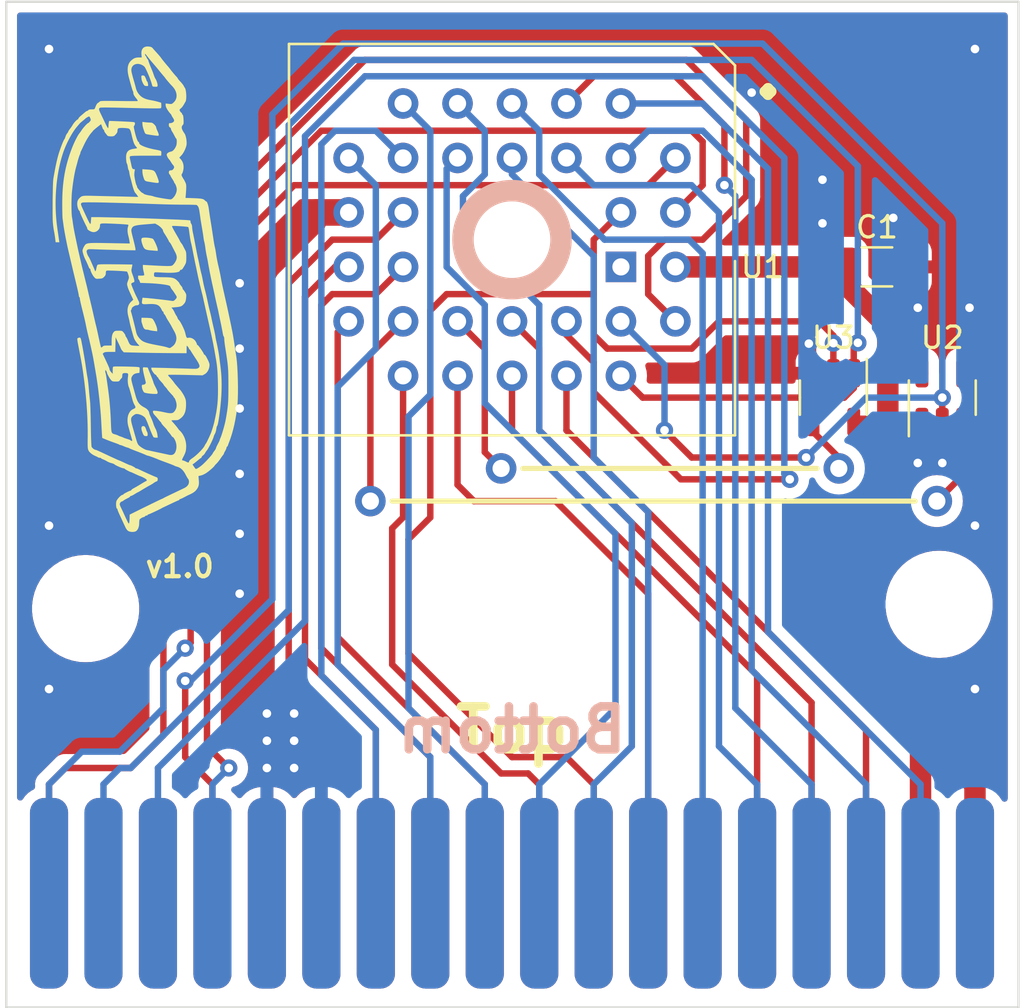
<source format=kicad_pcb>
(kicad_pcb (version 20211014) (generator pcbnew)
  (layers (0 "F.Cu" signal) (31 "B.Cu" signal) (34 "B.Paste" user) (35 "F.Paste" user) (36 "B.SilkS" user "B.Silkscreen") (37 "F.SilkS" user "F.Silkscreen") (38 "B.Mask" user) (39 "F.Mask" user) (44 "Edge.Cuts" user))
  (net 0 "")
  (net 1 "GND")
  (net 2 "+5V")
  (net 3 "/V-A7")
  (net 4 "/V-A6")
  (net 5 "/V-A8")
  (net 6 "/V-A5")
  (net 7 "/V-A9")
  (net 8 "/V-A4")
  (net 9 "/V-A11")
  (net 10 "/V-A3")
  (net 11 "/V-A2")
  (net 12 "/V-A10")
  (net 13 "/V-A1")
  (net 14 "/V-CE")
  (net 15 "/V-A0")
  (net 16 "/V-D7")
  (net 17 "/V-D0")
  (net 18 "/V-D6")
  (net 19 "/V-D1")
  (net 20 "/V-D5")
  (net 21 "/V-D2")
  (net 22 "/V-D4")
  (net 23 "/V-D3")
  (net 24 "/V-A12")
  (net 25 "/V-A13")
  (net 27 "/V-A14")
  (net 30 "/V-RW")
  (net 31 "/PB6")
  (net 32 "/IRQ")
  (net 34 "Net-(U1-Pad22)")
  (net 35 "Net-(U1-Pad24)")
  (footprint "" (layer "F.Cu") (at 150.876 96.012)
    (fp_text reference "")
    (fp_text value "")
  )
  (footprint "Package_LCC:PLCC-32_THT-Socket" (layer "F.Cu") (at 162.56 85.09 -90)
    (fp_text reference "U1")
    (fp_text value "SST39SF020")
  )
  (footprint "vectrex:EDGE-CONNECTOR" (layer "F.Cu") (at 153.67 114.3 180)
    (fp_text reference "CON3" hide)
    (fp_text value "EDGE-CONNECTOR" hide)
  )
  (footprint "" (layer "F.Cu") (at 177.398 100.8256 -90)
    (fp_text reference "@HOLE1" hide)
    (fp_text value "")
  )
  (footprint "" (layer "F.Cu") (at 177.292 96.012)
    (fp_text reference "")
    (fp_text value "")
  )
  (footprint "Package_TO_SOT_SMD:SOT-23-5" (layer "F.Cu") (at 177.546 91.186 90)
    (fp_text reference "U2")
    (fp_text value "74AHC1G04")
  )
  (footprint "Package_TO_SOT_SMD:SOT-23-5" (layer "F.Cu") (at 172.466 91.186 -90)
    (fp_text reference "U3")
    (fp_text value "74AHC1G08")
  )
  (footprint "" (layer "F.Cu") (at 157.498 100.7256 -90)
    (fp_text reference "@HOLE0" hide)
    (fp_text value "")
  )
  (footprint "" (layer "F.Cu") (at 137.598 101.0256 -90)
    (fp_text reference "@HOLE2" hide)
    (fp_text value "")
  )
  (footprint "Capacitor_SMD:C_1206_3216Metric" (layer "F.Cu") (at 174.498 85.09)
    (fp_text reference "C1")
    (fp_text value "100n")
  )
  (footprint "" (layer "F.Cu") (at 156.972 94.488)
    (fp_text reference "")
    (fp_text value "")
  )
  (footprint "" (layer "F.Cu") (at 172.72 94.488)
    (fp_text reference "")
    (fp_text value "")
  )
  (gr_circle (center 157.48 83.82) (end 159.766 83.82) (layer "B.SilkS") (width 1) (fill none))
  (gr_poly (pts (xy 136.057929 81.964071) (xy 136.07043 81.336215) (xy 136.07998 81.108061) (xy 136.091266 80.978762) (xy 136.127498 80.773442) (xy 136.16072 80.592371) (xy 136.191626 80.432253) (xy 136.220912 80.289788) (xy 136.249272 80.161676) (xy 136.277401 80.044618) (xy 136.305992 79.935317) (xy 136.335741 79.830471) (xy 136.37082 79.719303) (xy 136.409863 79.604169) (xy 136.450816 79.490367) (xy 136.491625 79.383193) (xy 136.530234 79.287941) (xy 136.564589 79.209908) (xy 136.57953 79.179003) (xy 136.592636 79.154389) (xy 136.603651 79.136727) (xy 136.612319 79.126681) (xy 136.613877 79.12478) (xy 136.615753 79.121896) (xy 136.620345 79.113407) (xy 136.625862 79.101677) (xy 136.632074 79.087169) (xy 136.63875 79.070345) (xy 136.645656 79.05167) (xy 136.652563 79.031605) (xy 136.659238 79.010615) (xy 136.663111 78.999834) (xy 136.667298 78.988844) (xy 136.671767 78.977723) (xy 136.676486 78.966551) (xy 136.681422 78.955409) (xy 136.686542 78.944375) (xy 136.691814 78.933529) (xy 136.697206 78.92295) (xy 136.702685 78.912719) (xy 136.708217 78.902915) (xy 136.713772 78.893617) (xy 136.719315 78.884905) (xy 136.724816 78.876859) (xy 136.73024 78.869557) (xy 136.735555 78.863081) (xy 136.74073 78.857509) (xy 136.745299 78.852337) (xy 136.74973 78.847034) (xy 136.754002 78.841644) (xy 136.758093 78.836211) (xy 136.761982 78.830778) (xy 136.765646 78.825388) (xy 136.769065 78.820085) (xy 136.772215 78.814912) (xy 136.775077 78.809913) (xy 136.777627 78.805131) (xy 136.779845 78.800609) (xy 136.781708 78.796392) (xy 136.783194 78.792521) (xy 136.784283 78.789041) (xy 136.784952 78.785995) (xy 136.785123 78.784649) (xy 136.78518 78.783427) (xy 136.785608 78.780546) (xy 136.786864 78.776583) (xy 136.788908 78.771614) (xy 136.791701 78.765716) (xy 136.799375 78.751435) (xy 136.809566 78.734346) (xy 136.821957 78.715058) (xy 136.836228 78.694179) (xy 136.852063 78.672316) (xy 136.869141 78.650077) (xy 136.887107 78.626121) (xy 136.90545 78.601036) (xy 136.923619 78.575545) (xy 136.941064 78.550373) (xy 136.957236 78.526243) (xy 136.971585 78.503878) (xy 136.98356 78.484001) (xy 136.988487 78.475223) (xy 136.992613 78.467337) (xy 137.003414 78.449017) (xy 137.016165 78.429466) (xy 137.030558 78.409019) (xy 137.046285 78.388007) (xy 137.06304 78.366763) (xy 137.080515 78.345621) (xy 137.098402 78.324913) (xy 137.116394 78.304972) (xy 137.134184 78.28613) (xy 137.151463 78.268721) (xy 137.167925 78.253077) (xy 137.183262 78.239531) (xy 137.197167 78.228417) (xy 137.209331 78.220065) (xy 137.214665 78.21703) (xy 137.219448 78.21481) (xy 137.223643 78.213448) (xy 137.227211 78.212985) (xy 137.228592 78.212942) (xy 137.229957 78.212814) (xy 137.231305 78.212604) (xy 137.232632 78.212314) (xy 137.233937 78.211947) (xy 137.23522 78.211504) (xy 137.236476 78.210987) (xy 137.237706 78.2104) (xy 137.238907 78.209744) (xy 137.240076 78.209021) (xy 137.241214 78.208234) (xy 137.242317 78.207385) (xy 137.243384 78.206477) (xy 137.244412 78.205511) (xy 137.245402 78.20449) (xy 137.246349 78.203416) (xy 137.247253 78.202291) (xy 137.248112 78.201118) (xy 137.248924 78.199899) (xy 137.249687 78.198636) (xy 137.250399 78.197332) (xy 137.251059 78.195988) (xy 137.251664 78.194607) (xy 137.252214 78.193191) (xy 137.252706 78.191743) (xy 137.253138 78.190264) (xy 137.253508 78.188758) (xy 137.253815 78.187226) (xy 137.254057 78.18567) (xy 137.254232 78.184093) (xy 137.254339 78.182497) (xy 137.254375 78.180884) (xy 137.254525 78.178917) (xy 137.254973 78.176726) (xy 137.256728 78.171705) (xy 137.259584 78.16588) (xy 137.263481 78.159313) (xy 137.268362 78.152067) (xy 137.274169 78.144202) (xy 137.280844 78.135781) (xy 137.28833 78.126863) (xy 137.296567 78.117512) (xy 137.3055 78.107788) (xy 137.315069 78.097753) (xy 137.325217 78.087468) (xy 137.347017 78.066397) (xy 137.370438 78.045064) (xy 137.396136 78.023881) (xy 137.42276 78.00154) (xy 137.476007 77.956163) (xy 137.524624 77.91449) (xy 137.563055 77.882079) (xy 137.570541 77.87566) (xy 137.578142 77.869394) (xy 137.585801 77.863316) (xy 137.59346 77.857462) (xy 137.601062 77.851869) (xy 137.608547 77.846572) (xy 137.615859 77.841608) (xy 137.622939 77.837012) (xy 137.62973 77.832822) (xy 137.636174 77.829073) (xy 137.642213 77.825802) (xy 137.647788 77.823045) (xy 137.652843 77.820837) (xy 137.657319 77.819215) (xy 137.661158 77.818215) (xy 137.662821 77.81796) (xy 137.664303 77.817874) (xy 137.665727 77.817824) (xy 137.66722 77.817675) (xy 137.670394 77.817093) (xy 137.673792 77.816149) (xy 137.677383 77.814864) (xy 137.681132 77.813262) (xy 137.685008 77.811363) (xy 137.688978 77.809189) (xy 137.693009 77.806761) (xy 137.69707 77.804103) (xy 137.701127 77.801234) (xy 137.705148 77.798177) (xy 137.7091 77.794954) (xy 137.71295 77.791586) (xy 137.716667 77.788096) (xy 137.720218 77.784504) (xy 137.723569 77.780832) (xy 137.727678 77.776347) (xy 137.732593 77.772151) (xy 137.738312 77.768244) (xy 137.744829 77.764627) (xy 137.752143 77.761299) (xy 137.760249 77.758261) (xy 137.769143 77.755512) (xy 137.778823 77.753052) (xy 137.789284 77.750882) (xy 137.800522 77.749001) (xy 137.812535 77.747409) (xy 137.825318 77.746107) (xy 137.838868 77.745094) (xy 137.853181 77.744371) (xy 137.868254 77.743936) (xy 137.884083 77.743792) (xy 137.905907 77.743745) (xy 137.92521 77.743531) (xy 137.94219 77.743043) (xy 137.957047 77.742171) (xy 137.963742 77.741557) (xy 137.96998 77.740807) (xy 137.975787 77.739907) (xy 137.981187 77.738843) (xy 137.986206 77.737601) (xy 137.990868 77.736169) (xy 137.995198 77.734533) (xy 137.999221 77.732678) (xy 138.002962 77.730592) (xy 138.006445 77.728261) (xy 138.009696 77.725672) (xy 138.01274 77.72281) (xy 138.015601 77.719662) (xy 138.018304 77.716215) (xy 138.020874 77.712456) (xy 138.023336 77.708369) (xy 138.025715 77.703943) (xy 138.028036 77.699163) (xy 138.032602 77.688488) (xy 138.037232 77.676236) (xy 138.042127 77.662299) (xy 138.051657 77.637284) (xy 138.060831 77.614053) (xy 138.069702 77.592537) (xy 138.07832 77.572666) (xy 138.086735 77.554372) (xy 138.094999 77.537587) (xy 138.103161 77.522242) (xy 138.111272 77.508268) (xy 138.115324 77.501773) (xy 138.119383 77.495596) (xy 138.123455 77.489727) (xy 138.127545 77.484157) (xy 138.131661 77.478879) (xy 138.135808 77.473883) (xy 138.139994 77.469162) (xy 138.144223 77.464706) (xy 138.148504 77.460506) (xy 138.152841 77.456555) (xy 138.157242 77.452844) (xy 138.161712 77.449363) (xy 138.166258 77.446105) (xy 138.170887 77.443061) (xy 138.175604 77.440222) (xy 138.180416 77.43758) (xy 138.18559 77.434662) (xy 138.190897 77.431484) (xy 138.196298 77.428074) (xy 138.201754 77.424461) (xy 138.207224 77.420675) (xy 138.212669 77.416744) (xy 138.218048 77.412697) (xy 138.223323 77.408564) (xy 138.228453 77.404372) (xy 138.233399 77.400152) (xy 138.23812 77.395932) (xy 138.242577 77.39174) (xy 138.24673 77.387607) (xy 138.25054 77.38356) (xy 138.253966 77.379629) (xy 138.256969 77.375843) (xy 138.262663 77.370602) (xy 138.271849 77.365975) (xy 138.30331 77.35848) (xy 138.356591 77.353184) (xy 138.43693 77.349914) (xy 138.549564 77.348496) (xy 138.699733 77.348757) (xy 139.133621 77.35362) (xy 139.465839 77.357825) (xy 139.742957 77.359483) (xy 139.935805 77.358827) (xy 139.991512 77.357703) (xy 140.015213 77.356087) (xy 140.017181 77.355306) (xy 140.018917 77.35435) (xy 140.020422 77.35322) (xy 140.021696 77.351915) (xy 140.022737 77.350435) (xy 140.023548 77.348779) (xy 140.024127 77.346946) (xy 140.024474 77.344936) (xy 140.02459 77.34275) (xy 140.024474 77.340385) (xy 140.023548 77.335121) (xy 140.021696 77.329141) (xy 140.018918 77.322442) (xy 140.015213 77.315018) (xy 140.010583 77.306868) (xy 140.005027 77.297987) (xy 139.998545 77.288371) (xy 139.991136 77.278018) (xy 139.982802 77.266923) (xy 139.973541 77.255082) (xy 139.963355 77.242493) (xy 139.944682 77.219097) (xy 139.927529 77.197011) (xy 139.911851 77.176155) (xy 139.897606 77.156449) (xy 139.88475 77.137813) (xy 139.87324 77.120169) (xy 139.863031 77.103437) (xy 139.854082 77.087536) (xy 139.846348 77.072388) (xy 139.839786 77.057913) (xy 139.834353 77.04403) (xy 139.830005 77.030662) (xy 139.826699 77.017727) (xy 139.824391 77.005147) (xy 139.823038 76.992842) (xy 139.822597 76.980732) (xy 139.822482 76.975039) (xy 139.822143 76.969099) (xy 139.821587 76.962957) (xy 139.820822 76.956655) (xy 139.819853 76.950238) (xy 139.81869 76.943749) (xy 139.817338 76.93723) (xy 139.815806 76.930726) (xy 139.814099 76.92428) (xy 139.812227 76.917936) (xy 139.810195 76.911736) (xy 139.808011 76.905724) (xy 139.805683 76.899943) (xy 139.803217 76.894438) (xy 139.800621 76.88925) (xy 139.797902 76.884425) (xy 139.787508 76.861399) (xy 139.773092 76.820605) (xy 139.73277 76.688721) (xy 139.678095 76.494792) (xy 139.610224 76.244837) (xy 139.593702 76.177175) (xy 139.580253 76.112158) (xy 139.569887 76.049767) (xy 139.56261 75.989983) (xy 139.55843 75.93279) (xy 139.557353 75.878169) (xy 139.559387 75.826101) (xy 139.561573 75.80102) (xy 139.56454 75.77657) (xy 139.568287 75.752749) (xy 139.572817 75.729556) (xy 139.578131 75.706987) (xy 139.584228 75.685041) (xy 139.59111 75.663716) (xy 139.598778 75.643008) (xy 139.607233 75.622917) (xy 139.616475 75.603439) (xy 139.626506 75.584572) (xy 139.637327 75.566314) (xy 139.648938 75.548664) (xy 139.66134 75.531617) (xy 139.674535 75.515173) (xy 139.688522 75.499329) (xy 139.703304 75.484083) (xy 139.71888 75.469433) (xy 139.741568 75.449077) (xy 139.763446 75.430558) (xy 139.784687 75.413805) (xy 139.805465 75.398745) (xy 139.825954 75.385305) (xy 139.846327 75.373414) (xy 139.866757 75.362998) (xy 139.88742 75.353986) (xy 139.908487 75.346305) (xy 139.930133 75.339883) (xy 139.952532 75.334648) (xy 139.975857 75.330526) (xy 140.000281 75.327447) (xy 140.025978 75.325337) (xy 140.053123 75.324124) (xy 140.081888 75.323735) (xy 140.212769 75.323735) (xy 140.200422 75.180507) (xy 140.198561 75.156562) (xy 140.197604 75.133348) (xy 140.197542 75.110872) (xy 140.198367 75.089143) (xy 140.200071 75.068168) (xy 140.202646 75.047955) (xy 140.206084 75.028512) (xy 140.210377 75.009846) (xy 140.215516 74.991965) (xy 140.221493 74.974876) (xy 140.2283 74.958588) (xy 140.23593 74.943108) (xy 140.244373 74.928444) (xy 140.253622 74.914603) (xy 140.263669 74.901593) (xy 140.274505 74.889422) (xy 140.286122 74.878097) (xy 140.298513 74.867627) (xy 140.311669 74.858018) (xy 140.325582 74.849279) (xy 140.340243 74.841417) (xy 140.355646 74.83444) (xy 140.37178 74.828355) (xy 140.388639 74.823171) (xy 140.406215 74.818894) (xy 140.424498 74.815534) (xy 140.443481 74.813096) (xy 140.463157 74.81159) (xy 140.483516 74.811022) (xy 140.50455 74.811401) (xy 140.526252 74.812734) (xy 140.548613 74.815028) (xy 140.565641 74.817002) (xy 140.581579 74.81924) (xy 140.596498 74.821774) (xy 140.610465 74.824637) (xy 140.62355 74.827862) (xy 140.63582 74.831481) (xy 140.647346 74.835527) (xy 140.658195 74.840033) (xy 140.663387 74.842468) (xy 140.668436 74.84503) (xy 140.673351 74.847723) (xy 140.678139 74.850552) (xy 140.682809 74.85352) (xy 140.687371 74.856631) (xy 140.691832 74.859889) (xy 140.696201 74.863299) (xy 140.704699 74.87059) (xy 140.712933 74.878536) (xy 140.720971 74.887168) (xy 140.728883 74.896521) (xy 140.743781 74.914309) (xy 140.763802 74.937422) (xy 140.815622 74.995917) (xy 140.941255 75.136057) (xy 140.972388 75.170398) (xy 141.002335 75.204276) (xy 141.030372 75.236765) (xy 141.055775 75.266938) (xy 141.077822 75.293871) (xy 141.095788 75.316636) (xy 141.10895 75.334308) (xy 141.113504 75.340945) (xy 141.116585 75.345961) (xy 141.134744 75.371355) (xy 141.167865 75.414372) (xy 141.261974 75.532095) (xy 141.36488 75.656764) (xy 141.408997 75.708463) (xy 141.442552 75.74601) (xy 141.487311 75.800338) (xy 141.501177 75.817392) (xy 141.51513 75.83491) (xy 141.528679 75.852428) (xy 141.541329 75.869482) (xy 141.571595 75.90989) (xy 141.607503 75.955681) (xy 141.647289 76.004829) (xy 141.689188 76.055308) (xy 141.731434 76.105093) (xy 141.772262 76.152157) (xy 141.809906 76.194476) (xy 141.842602 76.230023) (xy 141.848096 76.236064) (xy 141.853444 76.242123) (xy 141.85862 76.248161) (xy 141.863592 76.254137) (xy 141.868333 76.260012) (xy 141.872814 76.265746) (xy 141.877005 76.2713) (xy 141.880879 76.276632) (xy 141.884404 76.281704) (xy 141.887554 76.286476) (xy 141.890298 76.290908) (xy 141.892608 76.29496) (xy 141.894456 76.298593) (xy 141.895811 76.301766) (xy 141.896295 76.303167) (xy 141.896646 76.304439) (xy 141.896858 76.305577) (xy 141.89693 76.306574) (xy 141.897529 76.309458) (xy 141.899289 76.313438) (xy 141.902155 76.318452) (xy 141.906075 76.324439) (xy 141.916854 76.339087) (xy 141.931193 76.356889) (xy 141.948658 76.377353) (xy 141.968814 76.399988) (xy 141.991227 76.424302) (xy 142.015463 76.449802) (xy 142.039666 76.475606) (xy 142.063694 76.502509) (xy 142.086913 76.52976) (xy 142.108685 76.556605) (xy 142.128373 76.582294) (xy 142.137236 76.594469) (xy 142.145341 76.606072) (xy 142.152605 76.61701) (xy 142.158951 76.627188) (xy 142.164299 76.636512) (xy 142.168569 76.644889) (xy 142.176059 76.659643) (xy 142.183578 76.67402) (xy 142.190924 76.687645) (xy 142.197893 76.700142) (xy 142.204284 76.711134) (xy 142.209893 76.720245) (xy 142.212341 76.723977) (xy 142.214519 76.727099) (xy 142.216399 76.729561) (xy 142.217957 76.731319) (xy 142.22454 76.738501) (xy 142.230855 76.747916) (xy 142.242652 76.772884) (xy 142.253292 76.805102) (xy 142.262716 76.843447) (xy 142.270867 76.886798) (xy 142.277687 76.934035) (xy 142.283118 76.984035) (xy 142.287102 77.035677) (xy 142.289581 77.087841) (xy 142.290497 77.139404) (xy 142.289793 77.189245) (xy 142.287411 77.236242) (xy 142.283292 77.279276) (xy 142.277379 77.317223) (xy 142.269613 77.348963) (xy 142.265018 77.362154) (xy 142.259938 77.373374) (xy 142.222737 77.440955) (xy 142.205922 77.470803) (xy 142.190138 77.498234) (xy 142.175265 77.523409) (xy 142.161185 77.546485) (xy 142.147777 77.567622) (xy 142.134923 77.58698) (xy 142.122502 77.604717) (xy 142.110397 77.620993) (xy 142.098487 77.635967) (xy 142.086653 77.649797) (xy 142.074775 77.662644) (xy 142.062735 77.674666) (xy 142.050412 77.686022) (xy 142.037688 77.696872) (xy 142.025903 77.706994) (xy 142.015526 77.716154) (xy 142.006515 77.724489) (xy 141.998833 77.732138) (xy 141.995477 77.735747) (xy 141.992438 77.739236) (xy 141.989711 77.742622) (xy 141.987291 77.745922) (xy 141.985173 77.749153) (xy 141.983352 77.752333) (xy 141.981824 77.755479) (xy 141.980582 77.758607) (xy 141.979623 77.761735) (xy 141.97894 77.76488) (xy 141.97853 77.76806) (xy 141.978388 77.771292) (xy 141.978507 77.774592) (xy 141.978884 77.777978) (xy 141.979513 77.781467) (xy 141.980389 77.785076) (xy 141.981508 77.788823) (xy 141.982864 77.792725) (xy 141.984453 77.796798) (xy 141.986269 77.80106) (xy 141.990563 77.810221) (xy 141.995708 77.820344) (xy 141.999088 77.826413) (xy 142.002721 77.83255) (xy 142.006571 77.83871) (xy 142.010601 77.844844) (xy 142.014777 77.850906) (xy 142.019061 77.856849) (xy 142.023418 77.862625) (xy 142.02781 77.868188) (xy 142.032203 77.87349) (xy 142.036559 77.878485) (xy 142.040844 77.883126) (xy 142.045019 77.887365) (xy 142.04905 77.891155) (xy 142.0529 77.89445) (xy 142.056533 77.897202) (xy 142.059913 77.899365) (xy 142.063557 77.901386) (xy 142.067071 77.903726) (xy 142.07044 77.906354) (xy 142.073649 77.909244) (xy 142.076686 77.912364) (xy 142.079534 77.915688) (xy 142.082179 77.919184) (xy 142.084608 77.922826) (xy 142.086805 77.926583) (xy 142.088756 77.930427) (xy 142.090446 77.934329) (xy 142.091862 77.93826) (xy 142.092988 77.94219) (xy 142.09381 77.946092) (xy 142.094314 77.949936) (xy 142.094485 77.953693) (xy 142.094521 77.955321) (xy 142.094628 77.956959) (xy 142.094805 77.958606) (xy 142.09505 77.960258) (xy 142.095362 77.961911) (xy 142.095739 77.963564) (xy 142.09618 77.965211) (xy 142.096685 77.966851) (xy 142.097251 77.96848) (xy 142.097877 77.970095) (xy 142.098562 77.971693) (xy 142.099304 77.973271) (xy 142.100102 77.974825) (xy 142.100955 77.976352) (xy 142.101862 77.97785) (xy 142.10282 77.979314) (xy 142.103829 77.980743) (xy 142.104887 77.982132) (xy 142.105993 77.983478) (xy 142.107146 77.984779) (xy 142.108344 77.986031) (xy 142.109586 77.987231) (xy 142.110871 77.988376) (xy 142.112196 77.989462) (xy 142.113561 77.990487) (xy 142.114965 77.991448) (xy 142.116406 77.99234) (xy 142.117882 77.993162) (xy 142.119393 77.993909) (xy 142.120937 77.994579) (xy 142.122513 77.995169) (xy 142.124119 77.995675) (xy 142.12733 77.997953) (xy 142.130476 78.001979) (xy 142.133549 78.007704) (xy 142.136543 78.015083) (xy 142.13945 78.024068) (xy 142.142263 78.034612) (xy 142.147578 78.060189) (xy 142.15243 78.091437) (xy 142.156761 78.127982) (xy 142.160514 78.169447) (xy 142.163629 78.215454) (xy 142.164871 78.245575) (xy 142.165805 78.273067) (xy 142.166413 78.298077) (xy 142.166678 78.320753) (xy 142.166581 78.341245) (xy 142.166104 78.3597) (xy 142.165229 78.376267) (xy 142.163939 78.391094) (xy 142.162214 78.404329) (xy 142.161183 78.410396) (xy 142.160037 78.416121) (xy 142.158773 78.421522) (xy 142.157389 78.426618) (xy 142.155884 78.431427) (xy 142.154254 78.435968) (xy 142.152497 78.44026) (xy 142.150612 78.44432) (xy 142.148595 78.448169) (xy 142.146445 78.451823) (xy 142.14416 78.455301) (xy 142.141736 78.458623) (xy 142.139172 78.461806) (xy 142.136466 78.46487) (xy 142.120205 78.482195) (xy 142.106625 78.499991) (xy 142.100846 78.509104) (xy 142.095744 78.51838) (xy 142.09132 78.527836) (xy 142.087579 78.537486) (xy 142.084521 78.547345) (xy 142.082148 78.55743) (xy 142.080464 78.567756) (xy 142.079471 78.578337) (xy 142.07917 78.58919) (xy 142.079564 78.600329) (xy 142.080656 78.611771) (xy 142.082447 78.62353) (xy 142.088136 78.648062) (xy 142.096651 78.674047) (xy 142.108009 78.70161) (xy 142.122228 78.730873) (xy 142.139327 78.76196) (xy 142.159323 78.794992) (xy 142.182235 78.830094) (xy 142.20808 78.867387) (xy 142.221667 78.889229) (xy 142.234588 78.915484) (xy 142.246757 78.945588) (xy 142.258086 78.978976) (xy 142.26849 79.015084) (xy 142.27788 79.053348) (xy 142.286171 79.093204) (xy 142.293276 79.134088) (xy 142.299107 79.175434) (xy 142.303578 79.216679) (xy 142.306602 79.257258) (xy 142.308092 79.296608) (xy 142.307962 79.334163) (xy 142.306125 79.36936) (xy 142.302493 79.401634) (xy 142.29698 79.43042) (xy 142.288022 79.463064) (xy 142.277871 79.496059) (xy 142.266605 79.529234) (xy 142.254305 79.56242) (xy 142.241049 79.595448) (xy 142.226919 79.628145) (xy 142.211993 79.660344) (xy 142.19635 79.691874) (xy 142.180071 79.722564) (xy 142.163234 79.752245) (xy 142.14592 79.780747) (xy 142.128209 79.807899) (xy 142.110179 79.833532) (xy 142.09191 79.857476) (xy 142.073482 79.879561) (xy 142.054974 79.899616) (xy 141.966074 79.995924) (xy 142.025341 80.060129) (xy 142.044529 80.082589) (xy 142.062277 80.105534) (xy 142.078592 80.128985) (xy 142.093482 80.152965) (xy 142.106954 80.177494) (xy 142.119016 80.202595) (xy 142.129674 80.228289) (xy 142.138935 80.254598) (xy 142.146808 80.281544) (xy 142.153298 80.309148) (xy 142.158415 80.337432) (xy 142.162163 80.366418) (xy 142.164552 80.396127) (xy 142.165588 80.426582) (xy 142.165278 80.457803) (xy 142.163629 80.489813) (xy 142.162014 80.506203) (xy 142.159969 80.522886) (xy 142.157525 80.539749) (xy 142.154716 80.556681) (xy 142.151575 80.57357) (xy 142.148133 80.590303) (xy 142.144423 80.606769) (xy 142.140479 80.622854) (xy 142.136331 80.638448) (xy 142.132014 80.653438) (xy 142.127559 80.667711) (xy 142.123 80.681156) (xy 142.118368 80.693661) (xy 142.113696 80.705113) (xy 142.109017 80.7154) (xy 142.104363 80.72441) (xy 142.09655 80.737529) (xy 142.089783 80.749259) (xy 142.084064 80.759831) (xy 142.079399 80.769477) (xy 142.075789 80.778429) (xy 142.074382 80.782717) (xy 142.073239 80.786918) (xy 142.072363 80.791061) (xy 142.071753 80.795175) (xy 142.07141 80.799289) (xy 142.071334 80.803432) (xy 142.071526 80.807633) (xy 142.071986 80.811921) (xy 142.072715 80.816324) (xy 142.073712 80.820872) (xy 142.074979 80.825594) (xy 142.076516 80.830519) (xy 142.080402 80.841091) (xy 142.085373 80.852821) (xy 142.091433 80.86594) (xy 142.106833 80.897272) (xy 142.117087 80.916419) (xy 142.127283 80.934699) (xy 142.137132 80.951705) (xy 142.146344 80.967033) (xy 142.15463 80.980277) (xy 142.1617 80.991033) (xy 142.16469 80.995351) (xy 142.167266 80.998895) (xy 142.169395 81.001614) (xy 142.171038 81.003457) (xy 142.172683 81.005415) (xy 142.17482 81.008469) (xy 142.180453 81.017618) (xy 142.187707 81.030414) (xy 142.19635 81.046364) (xy 142.216877 81.085759) (xy 142.240182 81.131868) (xy 142.256677 81.16822) (xy 142.263471 81.185016) (xy 142.269353 81.20136) (xy 142.274366 81.217602) (xy 142.278555 81.234094) (xy 142.281963 81.251187) (xy 142.284632 81.269231) (xy 142.286608 81.288577) (xy 142.287932 81.309577) (xy 142.288648 81.33258) (xy 142.2888 81.357938) (xy 142.287584 81.417123) (xy 142.284632 81.489938) (xy 142.278729 81.589603) (xy 142.272594 81.681628) (xy 142.266922 81.755596) (xy 142.264476 81.782552) (xy 142.262407 81.801087) (xy 142.254999 81.872702) (xy 142.56368 81.882579) (xy 142.641089 81.885371) (xy 142.710674 81.888242) (xy 142.772945 81.891272) (xy 142.828412 81.894541) (xy 142.877584 81.898128) (xy 142.920973 81.902113) (xy 142.959087 81.906576) (xy 142.976326 81.909011) (xy 142.992437 81.911595) (xy 143.007485 81.914339) (xy 143.021533 81.917252) (xy 143.034645 81.920343) (xy 143.046885 81.923624) (xy 143.058317 81.927104) (xy 143.069004 81.930792) (xy 143.07901 81.9347) (xy 143.088398 81.938836) (xy 143.097233 81.943211) (xy 143.105579 81.947835) (xy 143.113498 81.952717) (xy 143.121056 81.957868) (xy 143.128315 81.963297) (xy 143.135339 81.969015) (xy 143.148938 81.981356) (xy 143.155008 81.987312) (xy 143.161146 81.99312) (xy 143.167305 81.998747) (xy 143.17344 82.00416) (xy 143.179502 82.009328) (xy 143.185444 82.014217) (xy 143.191221 82.018795) (xy 143.196783 82.023029) (xy 143.202086 82.026887) (xy 143.207081 82.030336) (xy 143.211721 82.033344) (xy 143.21596 82.035878) (xy 143.219751 82.037905) (xy 143.223045 82.039394) (xy 143.224492 82.039926) (xy 143.225798 82.040311) (xy 143.226956 82.040545) (xy 143.22796 82.040624) (xy 143.231069 82.041195) (xy 143.234364 82.042879) (xy 143.241451 82.049402) (xy 143.249095 82.059832) (xy 143.257169 82.073807) (xy 143.265548 82.090965) (xy 143.274103 82.110945) (xy 143.28271 82.133385) (xy 143.29124 82.157922) (xy 143.299568 82.184196) (xy 143.307566 82.211845) (xy 143.315109 82.240507) (xy 143.322069 82.269819) (xy 143.328321 82.299421) (xy 143.333737 82.328951) (xy 143.33819 82.358046) (xy 143.341555 82.386346) (xy 143.363471 82.543464) (xy 143.390943 82.732068) (xy 143.474905 83.251886) (xy 143.551458 83.756887) (xy 143.561933 83.827797) (xy 143.572757 83.896797) (xy 143.58358 83.962208) (xy 143.594056 84.022353) (xy 143.603837 84.075552) (xy 143.612576 84.120127) (xy 143.619927 84.1544) (xy 143.625541 84.176693) (xy 143.630822 84.196487) (xy 143.637232 84.22531) (xy 143.652396 84.304487) (xy 143.668949 84.40311) (xy 143.684808 84.510068) (xy 143.693533 84.568708) (xy 143.704602 84.635624) (xy 143.732036 84.784793) (xy 143.763637 84.938594) (xy 143.779915 85.011298) (xy 143.795932 85.07804) (xy 143.826337 85.211622) (xy 143.855816 85.346592) (xy 143.880665 85.467672) (xy 143.890196 85.518228) (xy 143.89718 85.559582) (xy 143.929823 85.737806) (xy 143.974967 85.959323) (xy 144.03678 86.243348) (xy 144.11943 86.609096) (xy 144.198799 86.964811) (xy 144.291365 87.393453) (xy 144.378837 87.809593) (xy 144.442927 88.127804) (xy 144.470168 88.280215) (xy 144.503428 88.482169) (xy 144.536688 88.695236) (xy 144.563929 88.880984) (xy 144.591094 89.067119) (xy 144.60838 89.17998) (xy 144.625666 89.288443) (xy 144.649675 89.490344) (xy 144.669576 89.747489) (xy 144.684961 90.04266) (xy 144.695428 90.358638) (xy 144.700569 90.678204) (xy 144.699981 90.98414) (xy 144.693258 91.259228) (xy 144.679994 91.486248) (xy 144.654725 91.72549) (xy 144.621846 91.963893) (xy 144.581848 92.199228) (xy 144.535222 92.429267) (xy 144.482462 92.651782) (xy 144.424059 92.864545) (xy 144.360504 93.065327) (xy 144.326949 93.16053) (xy 144.292291 93.251901) (xy 144.281222 93.279904) (xy 144.270413 93.307849) (xy 144.250619 93.360556) (xy 144.234992 93.404003) (xy 144.229392 93.420373) (xy 144.225616 93.43217) (xy 144.224142 93.436304) (xy 144.22251 93.440355) (xy 144.220732 93.444297) (xy 144.218825 93.448106) (xy 144.216801 93.451755) (xy 144.214677 93.45522) (xy 144.212465 93.458475) (xy 144.210182 93.461495) (xy 144.20784 93.464254) (xy 144.206652 93.465528) (xy 144.205455 93.466728) (xy 144.204251 93.46785) (xy 144.203041 93.46889) (xy 144.201828 93.469847) (xy 144.200613 93.470717) (xy 144.199397 93.471496) (xy 144.198184 93.472181) (xy 144.196974 93.47277) (xy 144.19577 93.473258) (xy 144.194573 93.473644) (xy 144.193385 93.473923) (xy 144.192208 93.474093) (xy 144.191043 93.474151) (xy 144.189893 93.474208) (xy 144.188759 93.474378) (xy 144.187642 93.474657) (xy 144.186543 93.475043) (xy 144.185465 93.475532) (xy 144.184407 93.47612) (xy 144.183373 93.476806) (xy 144.182362 93.477585) (xy 144.180417 93.479411) (xy 144.178585 93.481574) (xy 144.176876 93.484047) (xy 144.175301 93.486807) (xy 144.17387 93.489826) (xy 144.172595 93.493081) (xy 144.171486 93.496546) (xy 144.170555 93.500196) (xy 144.169812 93.504004) (xy 144.169267 93.507946) (xy 144.168933 93.511997) (xy 144.168819 93.516131) (xy 144.168505 93.521269) (xy 144.167584 93.527369) (xy 144.166084 93.534352) (xy 144.164034 93.542138) (xy 144.161463 93.550647) (xy 144.158401 93.5598) (xy 144.150915 93.579719) (xy 144.141809 93.601259) (xy 144.131314 93.623783) (xy 144.119661 93.646655) (xy 144.107083 93.669237) (xy 144.100692 93.679903) (xy 144.094504 93.690555) (xy 144.088547 93.70112) (xy 144.082851 93.711526) (xy 144.072356 93.731571) (xy 144.06325 93.750111) (xy 144.05929 93.758636) (xy 144.055764 93.766567) (xy 144.052702 93.773834) (xy 144.050131 93.780362) (xy 144.048081 93.786079) (xy 144.046581 93.790915) (xy 144.04566 93.794795) (xy 144.045346 93.797648) (xy 144.045147 93.80016) (xy 144.04456 93.803045) (xy 144.043604 93.80627) (xy 144.042298 93.809802) (xy 144.040659 93.813609) (xy 144.038705 93.817659) (xy 144.036454 93.821918) (xy 144.033925 93.826355) (xy 144.031135 93.830937) (xy 144.028103 93.83563) (xy 144.024847 93.840403) (xy 144.021385 93.845223) (xy 144.017734 93.850058) (xy 144.013914 93.854874) (xy 144.009941 93.85964) (xy 144.005835 93.864323) (xy 143.996777 93.875199) (xy 143.984768 93.890677) (xy 143.970327 93.910032) (xy 143.953977 93.932541) (xy 143.91763 93.984129) (xy 143.879893 94.039653) (xy 143.859988 94.068558) (xy 143.837797 94.099113) (xy 143.814043 94.13042) (xy 143.78945 94.161582) (xy 143.764741 94.191703) (xy 143.74064 94.219884) (xy 143.71787 94.24523) (xy 143.697154 94.266842) (xy 143.68712 94.276526) (xy 143.677418 94.286091) (xy 143.668093 94.295475) (xy 143.659187 94.304617) (xy 143.650744 94.313455) (xy 143.642808 94.321927) (xy 143.635421 94.329973) (xy 143.628628 94.33753) (xy 143.622471 94.344538) (xy 143.616994 94.350934) (xy 143.612241 94.356657) (xy 143.608255 94.361646) (xy 143.605079 94.365839) (xy 143.602756 94.369175) (xy 143.601331 94.371592) (xy 143.600968 94.372436) (xy 143.600846 94.373028) (xy 143.60019 94.375849) (xy 143.598262 94.379645) (xy 143.590819 94.389958) (xy 143.578985 94.403555) (xy 143.563226 94.420025) (xy 143.5218 94.459932) (xy 143.470274 94.506378) (xy 143.412382 94.556066) (xy 143.351857 94.605696) (xy 143.292431 94.651969) (xy 143.237838 94.691587) (xy 143.223071 94.701357) (xy 143.207558 94.711173) (xy 143.17479 94.730673) (xy 143.140517 94.749537) (xy 143.105723 94.767213) (xy 143.071392 94.783154) (xy 143.054708 94.790301) (xy 143.038508 94.796808) (xy 143.022916 94.802606) (xy 143.008054 94.807626) (xy 142.994047 94.8118) (xy 142.981016 94.815059) (xy 142.860013 94.844692) (xy 142.87483 95.03237) (xy 142.877975 95.072229) (xy 142.879962 95.109545) (xy 142.880733 95.144553) (xy 142.880232 95.177488) (xy 142.878399 95.208586) (xy 142.875177 95.238081) (xy 142.870508 95.266209) (xy 142.864334 95.293205) (xy 142.856598 95.319304) (xy 142.847241 95.34474) (xy 142.836206 95.36975) (xy 142.823434 95.394568) (xy 142.808869 95.419429) (xy 142.792451 95.444569) (xy 142.774123 95.470223) (xy 142.753827 95.496626) (xy 142.740797 95.512228) (xy 142.736541 95.516855) (xy 142.736541 94.511317) (xy 142.748569 94.509925) (xy 142.763198 94.505853) (xy 142.780193 94.499255) (xy 142.799319 94.490288) (xy 142.82034 94.479108) (xy 142.843021 94.465869) (xy 142.867128 94.450727) (xy 142.892424 94.433838) (xy 142.918676 94.415358) (xy 142.945648 94.395441) (xy 142.973104 94.374244) (xy 143.00081 94.351922) (xy 143.02853 94.328631) (xy 143.05603 94.304525) (xy 143.083074 94.279762) (xy 143.109427 94.254495) (xy 143.142194 94.222665) (xy 143.176281 94.18865) (xy 143.24652 94.116206) (xy 143.316354 94.041448) (xy 143.381992 93.968657) (xy 143.439643 93.902117) (xy 143.464288 93.872529) (xy 143.485515 93.846111) (xy 143.50285 93.823396) (xy 143.515819 93.804921) (xy 143.523948 93.791221) (xy 143.526049 93.786329) (xy 143.526763 93.782831) (xy 143.527134 93.780525) (xy 143.528224 93.777347) (xy 143.530002 93.773352) (xy 143.532435 93.768593) (xy 143.539134 93.757003) (xy 143.548062 93.743011) (xy 143.558957 93.727052) (xy 143.57156 93.709558) (xy 143.58561 93.690965) (xy 143.600846 93.671706) (xy 143.608189 93.661936) (xy 143.615374 93.652115) (xy 143.622355 93.642308) (xy 143.629091 93.632581) (xy 143.635537 93.622999) (xy 143.64165 93.613626) (xy 143.647387 93.604528) (xy 143.652705 93.595771) (xy 143.657559 93.587418) (xy 143.661907 93.579536) (xy 143.665705 93.572189) (xy 143.66891 93.565443) (xy 143.671479 93.559362) (xy 143.673367 93.554012) (xy 143.674532 93.549458) (xy 143.674829 93.547499) (xy 143.67493 93.545764) (xy 143.675385 93.541295) (xy 143.676719 93.535356) (xy 143.678885 93.528043) (xy 143.681836 93.519449) (xy 143.689906 93.498797) (xy 143.70055 93.47415) (xy 143.713394 93.446263) (xy 143.728061 93.415887) (xy 143.744176 93.383775) (xy 143.76136 93.350678) (xy 143.778545 93.318624) (xy 143.794659 93.287785) (xy 143.809326 93.258914) (xy 143.82217 93.232763) (xy 143.832815 93.210084) (xy 143.840884 93.191631) (xy 143.843835 93.184224) (xy 143.846001 93.178155) (xy 143.847336 93.173519) (xy 143.847791 93.170409) (xy 143.847962 93.167726) (xy 143.848466 93.164341) (xy 143.850415 93.155669) (xy 143.853521 93.144798) (xy 143.857669 93.132133) (xy 143.862743 93.118078) (xy 143.868627 93.103039) (xy 143.875206 93.087422) (xy 143.882363 93.071631) (xy 143.909889 93.00321) (xy 143.942826 92.908571) (xy 143.978946 92.795295) (xy 144.016022 92.670964) (xy 144.051824 92.543161) (xy 144.084124 92.419467) (xy 144.110695 92.307464) (xy 144.129307 92.214734) (xy 144.168042 91.992238) (xy 144.19795 91.804382) (xy 144.220161 91.637188) (xy 144.235802 91.476679) (xy 144.246003 91.308877) (xy 144.251892 91.119806) (xy 144.254598 90.895487) (xy 144.255249 90.621943) (xy 144.253961 90.346209) (xy 144.250966 90.123694) (xy 144.244788 89.93631) (xy 144.23395 89.765971) (xy 144.216978 89.594591) (xy 144.192394 89.404082) (xy 144.158724 89.176358) (xy 144.114491 88.893332) (xy 144.103754 88.826247) (xy 144.093886 88.75948) (xy 144.08506 88.694739) (xy 144.077449 88.633731) (xy 144.071227 88.578164) (xy 144.066568 88.529744) (xy 144.063645 88.49018) (xy 144.062633 88.461179) (xy 144.062083 88.449671) (xy 144.061364 88.438341) (xy 144.060478 88.42725) (xy 144.05943 88.416459) (xy 144.058222 88.406029) (xy 144.056859 88.396023) (xy 144.055344 88.386501) (xy 144.053681 88.377526) (xy 144.051873 88.369159) (xy 144.049924 88.36146) (xy 144.047837 88.354493) (xy 144.045617 88.348317) (xy 144.043266 88.342996) (xy 144.042043 88.340674) (xy 144.040789 88.338589) (xy 144.039504 88.336748) (xy 144.038188 88.335159) (xy 144.036843 88.33383) (xy 144.035469 88.332768) (xy 144.033071 88.330754) (xy 144.030525 88.32754) (xy 144.027856 88.323196) (xy 144.025089 88.317797) (xy 144.02225 88.311413) (xy 144.019364 88.304118) (xy 144.013552 88.287083) (xy 144.007856 88.26727) (xy 144.002478 88.245257) (xy 143.997621 88.221624) (xy 143.993488 88.196948) (xy 143.980562 88.121939) (xy 143.958607 88.004331) (xy 143.930633 87.860795) (xy 143.899649 87.707998) (xy 143.836987 87.413517) (xy 143.798402 87.226457) (xy 143.787907 87.174367) (xy 143.77556 87.115332) (xy 143.762286 87.056296) (xy 143.755592 87.028949) (xy 143.749013 87.004207) (xy 143.672151 86.666819) (xy 143.586029 86.275721) (xy 143.566583 86.182538) (xy 143.543432 86.07477) (xy 143.519355 85.965613) (xy 143.49713 85.868263) (xy 143.448281 85.639453) (xy 143.391561 85.358322) (xy 143.339471 85.088304) (xy 143.304513 84.892832) (xy 143.300047 84.864096) (xy 143.294249 84.830555) (xy 143.279819 84.753925) (xy 143.263536 84.672665) (xy 143.247716 84.596499) (xy 143.239078 84.557161) (xy 143.230005 84.512383) (xy 143.2116 84.412525) (xy 143.194584 84.308963) (xy 143.187248 84.259555) (xy 143.181041 84.213735) (xy 143.175171 84.16983) (xy 143.168809 84.125954) (xy 143.162158 84.083293) (xy 143.15542 84.043034) (xy 143.148798 84.006364) (xy 143.142494 83.974469) (xy 143.136711 83.948535) (xy 143.131652 83.929749) (xy 143.126814 83.911715) (xy 143.121658 83.889659) (xy 143.116329 83.864419) (xy 143.11097 83.836836) (xy 143.105727 83.807748) (xy 143.100745 83.777994) (xy 143.096168 83.748414) (xy 143.092141 83.719846) (xy 143.088374 83.687145) (xy 143.082842 83.645763) (xy 143.067755 83.543898) (xy 143.049427 83.428143) (xy 143.030404 83.312388) (xy 143.009453 83.192581) (xy 142.988733 83.068838) (xy 142.956321 82.867888) (xy 142.936161 82.718988) (xy 142.919589 82.600879) (xy 142.912395 82.551996) (xy 142.905794 82.509162) (xy 142.899686 82.471826) (xy 142.893968 82.439439) (xy 142.88854 82.41145) (xy 142.883299 82.387311) (xy 142.878146 82.36647) (xy 142.872978 82.348378) (xy 142.867694 82.332486) (xy 142.862193 82.318244) (xy 142.856374 82.305101) (xy 142.850135 82.292508) (xy 142.846237 82.285107) (xy 142.841984 82.277749) (xy 142.837427 82.270478) (xy 142.832618 82.263337) (xy 142.827605 82.25637) (xy 142.822441 82.24962) (xy 142.817175 82.24313) (xy 142.811859 82.236945) (xy 142.806542 82.231106) (xy 142.801277 82.225658) (xy 142.796112 82.220645) (xy 142.7911 82.216109) (xy 142.78629 82.212093) (xy 142.781733 82.208642) (xy 142.777481 82.205799) (xy 142.773582 82.203607) (xy 142.754304 82.200843) (xy 142.71474 82.198166) (xy 142.584361 82.19342) (xy 142.401661 82.190064) (xy 142.185855 82.188791) (xy 141.919425 82.187016) (xy 141.599053 82.181999) (xy 141.544629 82.180728) (xy 141.544629 81.940184) (xy 141.55769 81.939994) (xy 141.563815 81.939601) (xy 141.569709 81.938993) (xy 141.5754 81.938157) (xy 141.580918 81.937081) (xy 141.586291 81.935751) (xy 141.591548 81.934156) (xy 141.596719 81.932281) (xy 141.601831 81.930116) (xy 141.606915 81.927647) (xy 141.611998 81.924861) (xy 141.617111 81.921746) (xy 141.622281 81.91829) (xy 141.627539 81.914478) (xy 141.632911 81.9103) (xy 141.64412 81.900791) (xy 141.65614 81.889662) (xy 141.669201 81.87681) (xy 141.683535 81.862136) (xy 141.699374 81.845537) (xy 141.715688 81.826047) (xy 141.731265 81.805602) (xy 141.74606 81.784288) (xy 141.76003 81.762193) (xy 141.773132 81.739404) (xy 141.785323 81.716007) (xy 141.796558 81.692089) (xy 141.806795 81.667737) (xy 141.81599 81.643038) (xy 141.824101 81.618078) (xy 141.831082 81.592945) (xy 141.836892 81.567725) (xy 141.841486 81.542505) (xy 141.844821 81.517371) (xy 141.846854 81.492412) (xy 141.847541 81.467713) (xy 141.846894 81.453267) (xy 141.845028 81.436999) (xy 141.842055 81.419225) (xy 141.838088 81.400266) (xy 141.833237 81.380438) (xy 141.827617 81.36006) (xy 141.821338 81.339451) (xy 141.814512 81.318928) (xy 141.807253 81.298811) (xy 141.799672 81.279417) (xy 141.79188 81.261065) (xy 141.783992 81.244073) (xy 141.776117 81.22876) (xy 141.768369 81.215443) (xy 141.76086 81.204442) (xy 141.753702 81.196074) (xy 141.750521 81.192778) (xy 141.747466 81.189389) (xy 141.744548 81.185927) (xy 141.741779 81.182415) (xy 141.739169 81.178873) (xy 141.73673 81.175325) (xy 141.734471 81.171791) (xy 141.732403 81.168293) (xy 141.730539 81.164853) (xy 141.728887 81.161492) (xy 141.72746 81.158233) (xy 141.726268 81.155097) (xy 141.725322 81.152105) (xy 141.724633 81.14928) (xy 141.724212 81.146643) (xy 141.724069 81.144216) (xy 141.723614 81.140813) (xy 141.72228 81.136214) (xy 141.720113 81.130493) (xy 141.717162 81.123727) (xy 141.709093 81.107362) (xy 141.698448 81.087727) (xy 141.685604 81.065429) (xy 141.670937 81.041077) (xy 141.654823 81.015278) (xy 141.637638 80.988639) (xy 141.620453 80.962006) (xy 141.604339 80.936242) (xy 141.589672 80.911982) (xy 141.576828 80.889863) (xy 141.566184 80.870522) (xy 141.561804 80.862093) (xy 141.558115 80.854597) (xy 141.555163 80.848113) (xy 141.552997 80.842722) (xy 141.551663 80.838503) (xy 141.551323 80.836858) (xy 141.551208 80.835536) (xy 141.551158 80.834343) (xy 141.551009 80.833081) (xy 141.550427 80.830365) (xy 141.549482 80.827418) (xy 141.548198 80.824269) (xy 141.546596 80.820945) (xy 141.544697 80.817478) (xy 141.542523 80.813894) (xy 141.540095 80.810223) (xy 141.537437 80.806495) (xy 141.534568 80.802738) (xy 141.531511 80.798981) (xy 141.528288 80.795252) (xy 141.52492 80.791582) (xy 141.52143 80.787998) (xy 141.517838 80.78453) (xy 141.514166 80.781207) (xy 141.510495 80.777656) (xy 141.506902 80.773519) (xy 141.503412 80.768846) (xy 141.500044 80.763689) (xy 141.496821 80.758098) (xy 141.493764 80.752124) (xy 141.490896 80.745816) (xy 141.488237 80.739227) (xy 141.48581 80.732405) (xy 141.483636 80.725404) (xy 141.481737 80.718271) (xy 141.480134 80.71106) (xy 141.47885 80.703819) (xy 141.477906 80.6966) (xy 141.477323 80.689454) (xy 141.477124 80.68243) (xy 141.477562 80.669926) (xy 141.478111 80.664017) (xy 141.478885 80.658334) (xy 141.479885 80.652875) (xy 141.481113 80.647638) (xy 141.482571 80.642622) (xy 141.484263 80.637826) (xy 141.486189 80.633246) (xy 141.488353 80.628881) (xy 141.490757 80.62473) (xy 141.493403 80.62079) (xy 141.496292 80.61706) (xy 141.499428 80.613538) (xy 141.502813 80.610223) (xy 141.506449 80.607112) (xy 141.510338 80.604203) (xy 141.514483 80.601495) (xy 141.518885 80.598986) (xy 141.523547 80.596674) (xy 141.528472 80.594558) (xy 141.533661 80.592635) (xy 141.539116 80.590904) (xy 141.544841 80.589362) (xy 141.557107 80.586842) (xy 141.570476 80.58506) (xy 141.584967 80.584001) (xy 141.600596 80.583652) (xy 141.605513 80.583402) (xy 141.610529 80.582666) (xy 141.615627 80.581464) (xy 141.620791 80.579817) (xy 141.626004 80.577745) (xy 141.631248 80.575268) (xy 141.636508 80.572407) (xy 141.641767 80.569182) (xy 141.652213 80.561721) (xy 141.662453 80.553049) (xy 141.672353 80.543327) (xy 141.68178 80.532719) (xy 141.690598 80.521388) (xy 141.698675 80.509496) (xy 141.705877 80.497206) (xy 141.712069 80.484681) (xy 141.717118 80.472083) (xy 141.719172 80.465808) (xy 141.720891 80.459576) (xy 141.722256 80.453408) (xy 141.723252 80.447323) (xy 141.723862 80.441342) (xy 141.724069 80.435485) (xy 141.723841 80.431122) (xy 141.723172 80.426398) (xy 141.722083 80.421355) (xy 141.720596 80.416038) (xy 141.718733 80.410489) (xy 141.716516 80.404752) (xy 141.713966 80.39887) (xy 141.711104 80.392887) (xy 141.707954 80.386846) (xy 141.704535 80.38079) (xy 141.700871 80.374764) (xy 141.696982 80.36881) (xy 141.692891 80.362971) (xy 141.688619 80.357292) (xy 141.684188 80.351815) (xy 141.679619 80.346585) (xy 141.674737 80.341476) (xy 141.669389 80.335462) (xy 141.657509 80.321041) (xy 141.644414 80.303958) (xy 141.630538 80.284849) (xy 141.616315 80.264351) (xy 141.602178 80.2431) (xy 141.588563 80.221734) (xy 141.575902 80.200888) (xy 141.563806 80.180819) (xy 141.551825 80.161647) (xy 141.540307 80.143806) (xy 141.5296 80.12773) (xy 141.52005 80.113854) (xy 141.512005 80.102612) (xy 141.505812 80.094436) (xy 141.503519 80.091635) (xy 141.501819 80.089763) (xy 141.491886 80.080835) (xy 141.481624 80.069969) (xy 141.471167 80.057424) (xy 141.460648 80.043461) (xy 141.450202 80.02834) (xy 141.439962 80.012323) (xy 141.430062 79.995669) (xy 141.420636 79.978638) (xy 141.411817 79.961492) (xy 141.40374 79.94449) (xy 141.396539 79.927894) (xy 141.390347 79.911963) (xy 141.385297 79.896959) (xy 141.381525 79.88314) (xy 141.379164 79.870769) (xy 141.378347 79.860105) (xy 141.378578 79.853891) (xy 141.379269 79.847751) (xy 141.380416 79.841686) (xy 141.382017 79.8357) (xy 141.384069 79.829793) (xy 141.386567 79.823968) (xy 141.392893 79.812568) (xy 141.40097 79.801516) (xy 141.410773 79.790825) (xy 141.422275 79.780511) (xy 141.435453 79.770587) (xy 141.450279 79.761069) (xy 141.46673 79.75197) (xy 141.48478 79.743305) (xy 141.504404 79.735089) (xy 141.525576 79.727336) (xy 141.54827 79.72006) (xy 141.572462 79.713277) (xy 141.598127 79.706999) (xy 141.605142 79.705302) (xy 141.612289 79.703) (xy 141.626921 79.696653) (xy 141.641915 79.6881) (xy 141.657162 79.677481) (xy 141.672554 79.664938) (xy 141.687982 79.650611) (xy 141.703338 79.634643) (xy 141.718512 79.617173) (xy 141.733398 79.598343) (xy 141.747885 79.578293) (xy 141.761866 79.557166) (xy 141.775233 79.535102) (xy 141.787875 79.512242) (xy 141.799686 79.488728) (xy 141.810556 79.464699) (xy 141.820377 79.440298) (xy 141.826455 79.422612) (xy 141.831731 79.402287) (xy 141.83621 79.379815) (xy 141.839901 79.355682) (xy 141.84281 79.330376) (xy 141.844946 79.304388) (xy 141.846314 79.278203) (xy 141.846923 79.252312) (xy 141.84678 79.227202) (xy 141.845891 79.203362) (xy 141.844265 79.18128) (xy 141.841907 79.161445) (xy 141.838827 79.144344) (xy 141.83503 79.130466) (xy 141.832865 79.124888) (xy 141.830524 79.1203) (xy 141.828007 79.116761) (xy 141.825316 79.114333) (xy 141.822312 79.112348) (xy 141.818877 79.109216) (xy 141.815045 79.105006) (xy 141.810847 79.099786) (xy 141.806316 79.093627) (xy 141.801485 79.086595) (xy 141.791052 79.070191) (xy 141.77981 79.051126) (xy 141.768017 79.029947) (xy 141.755935 79.007206) (xy 141.743824 78.983453) (xy 141.731047 78.958348) (xy 141.717085 78.93171) (xy 141.702369 78.904319) (xy 141.687336 78.876957) (xy 141.672418 78.850406) (xy 141.65805 78.825446) (xy 141.644665 78.802859) (xy 141.632699 78.783427) (xy 141.626771 78.774524) (xy 141.621042 78.765451) (xy 141.615537 78.75627) (xy 141.610281 78.747041) (xy 141.605301 78.737827) (xy 141.600621 78.728689) (xy 141.596266 78.719689) (xy 141.592262 78.710887) (xy 141.588635 78.702345) (xy 141.585409 78.694126) (xy 141.582609 78.68629) (xy 141.580262 78.678899) (xy 141.578393 78.672015) (xy 141.577026 78.665699) (xy 141.576187 78.660012) (xy 141.575902 78.655016) (xy 141.575838 78.65268) (xy 141.575646 78.650305) (xy 141.57533 78.647895) (xy 141.574894 78.645456) (xy 141.57434 78.642992) (xy 141.573672 78.640506) (xy 141.572893 78.638005) (xy 141.572005 78.635492) (xy 141.569918 78.630448) (xy 141.567438 78.625411) (xy 141.564588 78.620418) (xy 141.561394 78.615504) (xy 141.557882 78.610707) (xy 141.554078 78.606061) (xy 141.550005 78.601603) (xy 141.54569 78.59737) (xy 141.541158 78.593397) (xy 141.536434 78.589721) (xy 141.531544 78.586377) (xy 141.529045 78.584842) (xy 141.526513 78.583403) (xy 141.520261 78.57955) (xy 141.514465 78.575387) (xy 141.509117 78.57089) (xy 141.504211 78.566039) (xy 141.499739 78.560812) (xy 141.495693 78.555187) (xy 141.492068 78.549142) (xy 141.488854 78.542656) (xy 141.486046 78.535707) (xy 141.483636 78.528273) (xy 141.481616 78.520333) (xy 141.47998 78.511864) (xy 141.47872 78.502846) (xy 141.477829 78.493257) (xy 141.477299 78.483074) (xy 141.477124 78.472276) (xy 141.477223 78.458283) (xy 141.477563 78.445875) (xy 141.478215 78.434956) (xy 141.478679 78.430027) (xy 141.479247 78.425435) (xy 141.479926 78.421168) (xy 141.480727 78.417215) (xy 141.481657 78.413564) (xy 141.482724 78.410203) (xy 141.483938 78.407121) (xy 141.485308 78.404306) (xy 141.48684 78.401745) (xy 141.488546 78.399428) (xy 141.490432 78.397343) (xy 141.492507 78.395477) (xy 141.494781 78.393819) (xy 141.497261 78.392358) (xy 141.499957 78.391081) (xy 141.502876 78.389976) (xy 141.506028 78.389033) (xy 141.50942 78.388239) (xy 141.513063 78.387582) (xy 141.516963 78.387051) (xy 141.525573 78.386319) (xy 141.535319 78.385949) (xy 141.546269 78.385847) (xy 141.554383 78.385668) (xy 141.562509 78.385139) (xy 141.570628 78.384272) (xy 141.578724 78.383078) (xy 141.586777 78.38157) (xy 141.594772 78.379758) (xy 141.60269 78.377656) (xy 141.610513 78.375274) (xy 141.618224 78.372624) (xy 141.625805 78.369719) (xy 141.633239 78.366569) (xy 141.640508 78.363187) (xy 141.647594 78.359584) (xy 141.65448 78.355773) (xy 141.661148 78.351764) (xy 141.66758 78.34757) (xy 141.673759 78.343202) (xy 141.679668 78.338672) (xy 141.685287 78.333992) (xy 141.690601 78.329174) (xy 141.695591 78.32423) (xy 141.70024 78.31917) (xy 141.704529 78.314007) (xy 141.708442 78.308753) (xy 141.711961 78.30342) (xy 141.715067 78.298018) (xy 141.717744 78.292561) (xy 141.719974 78.287059) (xy 141.721739 78.281525) (xy 141.723022 78.27597) (xy 141.723804 78.270405) (xy 141.724069 78.264844) (xy 141.723755 78.259792) (xy 141.722834 78.253944) (xy 141.721334 78.247372) (xy 141.719284 78.240149) (xy 141.716714 78.232348) (xy 141.713651 78.22404) (xy 141.710125 78.215298) (xy 141.706165 78.206194) (xy 141.7018 78.196801) (xy 141.697059 78.187191) (xy 141.691971 78.177436) (xy 141.686564 78.167609) (xy 141.680868 78.157782) (xy 141.674911 78.148027) (xy 141.668723 78.138417) (xy 141.662332 78.129025) (xy 141.655942 78.119773) (xy 141.649754 78.110576) (xy 141.643797 78.101487) (xy 141.638101 78.092561) (xy 141.632695 78.083852) (xy 141.627606 78.075415) (xy 141.622865 78.067303) (xy 141.6185 78.05957) (xy 141.61454 78.052272) (xy 141.611015 78.045463) (xy 141.607952 78.039195) (xy 141.605381 78.033525) (xy 141.603331 78.028506) (xy 141.601831 78.024192) (xy 141.60091 78.020638) (xy 141.600675 78.019163) (xy 141.600596 78.017898) (xy 141.600369 78.01582) (xy 141.599699 78.013312) (xy 141.598611 78.010405) (xy 141.597124 78.007134) (xy 141.595261 78.003529) (xy 141.593043 77.999624) (xy 141.590493 77.995452) (xy 141.587632 77.991044) (xy 141.584481 77.986434) (xy 141.581063 77.981654) (xy 141.577398 77.976736) (xy 141.57351 77.971713) (xy 141.569419 77.966618) (xy 141.565146 77.961483) (xy 141.560715 77.956341) (xy 141.556146 77.951224) (xy 141.532026 77.924106) (xy 141.508807 77.896568) (xy 141.486579 77.86877) (xy 141.465433 77.840871) (xy 141.445459 77.813029) (xy 141.426747 77.785405) (xy 141.409388 77.758156) (xy 141.393472 77.731443) (xy 141.37909 77.705425) (xy 141.366332 77.68026) (xy 141.355289 77.656108) (xy 141.346051 77.633129) (xy 141.338708 77.61148) (xy 141.333352 77.591322) (xy 141.330071 77.572813) (xy 141.329238 77.564227) (xy 141.328958 77.556113) (xy 141.328958 77.469681) (xy 141.472186 77.486968) (xy 141.496225 77.489529) (xy 141.517605 77.491599) (xy 141.536619 77.493089) (xy 141.553561 77.493914) (xy 141.561346 77.49405) (xy 141.568723 77.493987) (xy 141.575729 77.493713) (xy 141.582399 77.49322) (xy 141.58877 77.492494) (xy 141.59488 77.491527) (xy 141.600765 77.490306) (xy 141.606461 77.488821) (xy 141.612006 77.487061) (xy 141.617435 77.485015) (xy 141.622785 77.482673) (xy 141.628093 77.480023) (xy 141.633396 77.477055) (xy 141.63873 77.473758) (xy 141.644132 77.470121) (xy 141.649638 77.466133) (xy 141.661111 77.45706) (xy 141.673441 77.446454) (xy 141.686921 77.434228) (xy 141.701844 77.420294) (xy 141.72059 77.401859) (xy 141.737936 77.382694) (xy 141.753887 77.362838) (xy 141.768447 77.342328) (xy 141.781619 77.3212) (xy 141.793408 77.299494) (xy 141.803818 77.277246) (xy 141.812853 77.254493) (xy 141.820517 77.231275) (xy 141.826814 77.207627) (xy 141.831749 77.183587) (xy 141.835324 77.159193) (xy 141.837545 77.134483) (xy 141.838415 77.109494) (xy 141.837939 77.084263) (xy 141.83612 77.058829) (xy 141.832963 77.033228) (xy 141.828471 77.007498) (xy 141.822649 76.981677) (xy 141.815501 76.955802) (xy 141.807031 76.92991) (xy 141.797242 76.90404) (xy 141.78614 76.878229) (xy 141.773728 76.852514) (xy 141.76001 76.826933) (xy 141.74499 76.801523) (xy 141.728672 76.776322) (xy 141.711061 76.751368) (xy 141.69216 76.726697) (xy 141.671974 76.702348) (xy 141.650506 76.678358) (xy 141.627761 76.654765) (xy 141.58945 76.614424) (xy 141.546307 76.567254) (xy 141.500444 76.515685) (xy 141.453973 76.462149) (xy 141.409007 76.409075) (xy 141.367659 76.358895) (xy 141.33204 76.31404) (xy 141.304263 76.276941) (xy 141.296103 76.265196) (xy 141.286668 76.252439) (xy 141.276308 76.239045) (xy 141.265369 76.22539) (xy 141.254199 76.211852) (xy 141.243144 76.198805) (xy 141.232553 76.186627) (xy 141.222772 76.175694) (xy 141.19418 76.142704) (xy 141.149614 76.089572) (xy 141.095325 76.023939) (xy 141.037563 75.953445) (xy 140.976714 75.877972) (xy 140.913782 75.801573) (xy 140.855943 75.732582) (xy 140.810374 75.679334) (xy 140.722246 75.577394) (xy 140.648008 75.489806) (xy 140.613205 75.447777) (xy 140.578401 75.404995) (xy 140.54244 75.360015) (xy 140.504163 75.311388) (xy 140.458517 75.253602) (xy 140.440049 75.230393) (xy 140.424215 75.210719) (xy 140.410812 75.194387) (xy 140.399636 75.181206) (xy 140.394821 75.175737) (xy 140.390487 75.170984) (xy 140.386608 75.166923) (xy 140.383161 75.16353) (xy 140.380118 75.16078) (xy 140.377455 75.15865) (xy 140.375146 75.157117) (xy 140.374117 75.156566) (xy 140.373167 75.156155) (xy 140.372293 75.155881) (xy 140.371492 75.155741) (xy 140.37076 75.155733) (xy 140.370095 75.155852) (xy 140.369493 75.156096) (xy 140.368951 75.156462) (xy 140.368466 75.156948) (xy 140.368035 75.157549) (xy 140.367655 75.158263) (xy 140.367322 75.159088) (xy 140.366786 75.161055) (xy 140.366402 75.163426) (xy 140.366145 75.166178) (xy 140.365908 75.172726) (xy 140.365874 75.180507) (xy 140.366073 75.184813) (xy 140.366656 75.189373) (xy 140.3676 75.194149) (xy 140.368884 75.199106) (xy 140.370487 75.204207) (xy 140.372386 75.209418) (xy 140.37456 75.2147) (xy 140.376987 75.220019) (xy 140.379646 75.225338) (xy 140.382514 75.23062) (xy 140.385571 75.23583) (xy 140.388794 75.240932) (xy 140.392162 75.245889) (xy 140.395653 75.250664) (xy 140.399245 75.255223) (xy 140.402916 75.259529) (xy 140.406588 75.263343) (xy 140.41018 75.267353) (xy 140.413671 75.271521) (xy 140.417038 75.275813) (xy 140.420261 75.280191) (xy 140.423318 75.28462) (xy 140.426187 75.289063) (xy 140.428845 75.293485) (xy 140.431273 75.297849) (xy 140.433447 75.302118) (xy 140.435346 75.306258) (xy 140.436948 75.310231) (xy 140.438232 75.314001) (xy 140.439177 75.317533) (xy 140.439759 75.32079) (xy 140.439908 75.322304) (xy 140.439958 75.323735) (xy 140.440157 75.326681) (xy 140.440739 75.329938) (xy 140.441683 75.33347) (xy 140.442967 75.33724) (xy 140.44457 75.341213) (xy 140.446469 75.345353) (xy 140.448643 75.349622) (xy 140.45107 75.353986) (xy 140.453729 75.358408) (xy 140.456598 75.362851) (xy 140.459654 75.36728) (xy 140.462877 75.371658) (xy 140.466245 75.375949) (xy 140.469736 75.380117) (xy 140.473328 75.384126) (xy 140.476999 75.38794) (xy 140.480756 75.39236) (xy 140.484596 75.397258) (xy 140.488486 75.40259) (xy 140.492395 75.408313) (xy 140.496289 75.414383) (xy 140.500136 75.420757) (xy 140.503904 75.427391) (xy 140.507559 75.434243) (xy 140.511069 75.441268) (xy 140.514403 75.448423) (xy 140.517526 75.455665) (xy 140.520408 75.46295) (xy 140.523014 75.470236) (xy 140.525313 75.477478) (xy 140.527271 75.484633) (xy 140.528858 75.491658) (xy 140.533666 75.508182) (xy 140.540472 75.529394) (xy 140.5588 75.58241) (xy 140.581295 75.64376) (xy 140.605411 75.706499) (xy 140.673359 75.868479) (xy 140.696872 75.92571) (xy 140.715609 75.972581) (xy 140.731222 76.013202) (xy 140.745358 76.051681) (xy 140.775802 76.138652) (xy 140.785366 76.166539) (xy 140.795365 76.194138) (xy 140.805537 76.220694) (xy 140.815622 76.245456) (xy 140.82536 76.267671) (xy 140.830017 76.277589) (xy 140.83449 76.286587) (xy 140.838746 76.294573) (xy 140.842752 76.301452) (xy 140.846476 76.30713) (xy 140.849885 76.311513) (xy 140.859297 76.325049) (xy 140.868927 76.341315) (xy 140.878643 76.359918) (xy 140.888316 76.380464) (xy 140.897815 76.402558) (xy 140.90701 76.425806) (xy 140.915772 76.449814) (xy 140.923969 76.474187) (xy 140.931471 76.498531) (xy 140.938149 76.522452) (xy 140.943871 76.545556) (xy 140.948509 76.567447) (xy 140.951931 76.587733) (xy 140.954007 76.606018) (xy 140.954608 76.621908) (xy 140.953602 76.635009) (xy 140.952136 76.64422) (xy 140.950438 76.652435) (xy 140.948393 76.659703) (xy 140.945885 76.666071) (xy 140.944421 76.668931) (xy 140.942798 76.671584) (xy 140.941002 76.674035) (xy 140.939017 76.676291) (xy 140.93683 76.678357) (xy 140.934425 76.680238) (xy 140.931789 76.681942) (xy 140.928908 76.683473) (xy 140.925765 76.684837) (xy 140.922348 76.686042) (xy 140.918642 76.687091) (xy 140.914631 76.687992) (xy 140.905641 76.689371) (xy 140.895261 76.690225) (xy 140.883377 76.690602) (xy 140.869872 76.690548) (xy 140.854631 76.690111) (xy 140.837538 76.689338) (xy 140.796021 76.6875) (xy 140.779198 76.686348) (xy 140.76469 76.684823) (xy 140.758231 76.68387) (xy 140.752265 76.682763) (xy 140.746762 76.681481) (xy 140.741693 76.680005) (xy 140.737029 76.678313) (xy 140.732741 76.676386) (xy 140.728801 76.674202) (xy 140.725178 76.671743) (xy 140.721846 76.668987) (xy 140.718773 76.665914) (xy 140.715932 76.662503) (xy 140.713294 76.658735) (xy 140.71083 76.654589) (xy 140.70851 76.650044) (xy 140.706306 76.645081) (xy 140.704188 76.639679) (xy 140.700098 76.627476) (xy 140.696008 76.613272) (xy 140.686902 76.578213) (xy 140.669235 76.516868) (xy 140.647893 76.449995) (xy 140.623136 76.378318) (xy 140.595224 76.302561) (xy 140.564419 76.223448) (xy 140.53098 76.1417) (xy 140.495168 76.058043) (xy 140.457244 75.973199) (xy 140.425218 75.904161) (xy 140.411231 75.875064) (xy 140.398286 75.849187) (xy 140.386151 75.826232) (xy 140.374594 75.805904) (xy 140.363385 75.787905) (xy 140.357839 75.779687) (xy 140.352292 75.77194) (xy 140.346717 75.764626) (xy 140.341083 75.75771) (xy 140.335363 75.751154) (xy 140.329527 75.744921) (xy 140.323546 75.738973) (xy 140.317392 75.733274) (xy 140.311035 75.727787) (xy 140.304447 75.722474) (xy 140.297598 75.717299) (xy 140.29046 75.712224) (xy 140.275199 75.702227) (xy 140.258434 75.692186) (xy 140.239933 75.681806) (xy 140.214707 75.668981) (xy 140.189536 75.657807) (xy 140.164475 75.648255) (xy 140.139578 75.640297) (xy 140.114899 75.633906) (xy 140.090495 75.629053) (xy 140.066418 75.62571) (xy 140.042724 75.62385) (xy 140.019469 75.623444) (xy 139.996705 75.624463) (xy 139.974489 75.626881) (xy 139.952874 75.630669) (xy 139.931916 75.6358) (xy 139.91167 75.642244) (xy 139.892189 75.649974) (xy 139.873529 75.658962) (xy 139.855744 75.66918) (xy 139.83889 75.680599) (xy 139.82302 75.693193) (xy 139.80819 75.706932) (xy 139.794454 75.72179) (xy 139.781867 75.737736) (xy 139.770484 75.754745) (xy 139.760359 75.772787) (xy 139.751547 75.791835) (xy 139.744103 75.811861) (xy 139.738082 75.832836) (xy 139.733538 75.854732) (xy 139.730525 75.877522) (xy 139.7291 75.901178) (xy 139.729316 75.925671) (xy 139.731227 75.950973) (xy 139.73497 75.977197) (xy 139.742185 76.013983) (xy 139.75241 76.059625) (xy 139.765182 76.112414) (xy 139.796513 76.232607) (xy 139.832474 76.360903) (xy 139.851738 76.425209) (xy 139.870365 76.489197) (xy 139.904088 76.60939) (xy 139.930403 76.70782) (xy 139.946069 76.770828) (xy 139.948694 76.781837) (xy 139.95191 76.793498) (xy 139.955667 76.805708) (xy 139.959921 76.818366) (xy 139.964623 76.831372) (xy 139.969726 76.844623) (xy 139.98095 76.87146) (xy 139.993215 76.898064) (xy 140.006146 76.923627) (xy 140.012743 76.935764) (xy 140.019366 76.947337) (xy 140.025967 76.958245) (xy 140.032499 76.968385) (xy 140.058202 77.005041) (xy 140.084517 77.03915) (xy 140.111649 77.070829) (xy 140.139804 77.100192) (xy 140.16919 77.127356) (xy 140.200012 77.152436) (xy 140.232476 77.175549) (xy 140.266788 77.196809) (xy 140.303155 77.216333) (xy 140.341783 77.234236) (xy 140.382878 77.250635) (xy 140.426646 77.265644) (xy 140.473293 77.27938) (xy 140.523026 77.291959) (xy 140.576051 77.303495) (xy 140.632574 77.314106) (xy 140.678635 77.322262) (xy 140.726953 77.331663) (xy 140.776082 77.341931) (xy 140.824574 77.352692) (xy 140.870982 77.363568) (xy 140.913859 77.374184) (xy 140.95176 77.384163) (xy 140.983235 77.39313) (xy 141.119055 77.435111) (xy 141.126463 77.546235) (xy 141.12684 77.5578) (xy 141.127047 77.569295) (xy 141.127087 77.580653) (xy 141.126965 77.591805) (xy 141.126683 77.602681) (xy 141.126246 77.613214) (xy 141.125657 77.623335) (xy 141.12492 77.632975) (xy 141.124038 77.642065) (xy 141.123015 77.650536) (xy 141.121854 77.65832) (xy 141.12056 77.665347) (xy 141.119135 77.671551) (xy 141.117584 77.67686) (xy 141.11591 77.681208) (xy 141.114116 77.684524) (xy 141.107317 77.688403) (xy 141.092132 77.691706) (xy 141.034554 77.696601) (xy 140.937271 77.699239) (xy 140.796175 77.699649) (xy 140.366106 77.6939) (xy 139.711472 77.679585) (xy 139.093069 77.664807) (xy 138.85073 77.660268) (xy 138.651771 77.657669) (xy 138.495294 77.657037) (xy 138.380402 77.658402) (xy 138.306198 77.661792) (xy 138.284074 77.664256) (xy 138.271785 77.667238) (xy 138.259258 77.673871) (xy 138.248543 77.680945) (xy 138.239658 77.688671) (xy 138.235908 77.692843) (xy 138.232622 77.697257) (xy 138.229802 77.701939) (xy 138.227452 77.706914) (xy 138.225573 77.71221) (xy 138.224167 77.717852) (xy 138.223236 77.723866) (xy 138.222784 77.73028) (xy 138.223323 77.744408) (xy 138.2258 77.760446) (xy 138.230234 77.778604) (xy 138.236644 77.799091) (xy 138.245046 77.822118) (xy 138.25546 77.847894) (xy 138.267903 77.876629) (xy 138.298949 77.943816) (xy 138.339618 78.02716) (xy 138.390936 78.134581) (xy 138.501444 78.366091) (xy 138.513904 78.392984) (xy 138.52623 78.418947) (xy 138.538346 78.443862) (xy 138.550177 78.467608) (xy 138.561646 78.490066) (xy 138.572677 78.511117) (xy 138.583194 78.530642) (xy 138.593122 78.548521) (xy 138.602384 78.564634) (xy 138.610905 78.578863) (xy 138.618608 78.591088) (xy 138.625418 78.601189) (xy 138.631258 78.609048) (xy 138.636053 78.614544) (xy 138.638034 78.61637) (xy 138.639726 78.617559) (xy 138.641119 78.618099) (xy 138.642202 78.617974) (xy 138.644052 78.616187) (xy 138.645887 78.613638) (xy 138.647693 78.610372) (xy 138.649456 78.606437) (xy 138.651161 78.601879) (xy 138.652794 78.596747) (xy 138.65434 78.591086) (xy 138.655784 78.584945) (xy 138.657113 78.578369) (xy 138.658311 78.571406) (xy 138.659365 78.564103) (xy 138.66026 78.556508) (xy 138.660981 78.548666) (xy 138.661514 78.540625) (xy 138.661844 78.532433) (xy 138.661958 78.524135) (xy 138.662291 78.505484) (xy 138.663231 78.485126) (xy 138.664693 78.463668) (xy 138.666588 78.441717) (xy 138.668831 78.419883) (xy 138.671334 78.398772) (xy 138.674011 78.378993) (xy 138.676774 78.361152) (xy 138.694061 78.28213) (xy 139.103988 78.296945) (xy 139.449402 78.312688) (xy 139.598147 78.320212) (xy 139.704063 78.326579) (xy 139.766933 78.331605) (xy 139.792448 78.333904) (xy 139.814378 78.336225) (xy 139.824084 78.337432) (xy 139.832995 78.338691) (xy 139.841145 78.340017) (xy 139.848569 78.341425) (xy 139.8553 78.34293) (xy 139.861373 78.344549) (xy 139.86682 78.346296) (xy 139.871677 78.348187) (xy 139.875976 78.350237) (xy 139.879753 78.352461) (xy 139.88304 78.354876) (xy 139.885871 78.357496) (xy 139.888282 78.360336) (xy 139.890304 78.363413) (xy 139.891974 78.36674) (xy 139.893323 78.370335) (xy 139.894387 78.374212) (xy 139.895199 78.378386) (xy 139.895793 78.382873) (xy 139.896203 78.387689) (xy 139.896606 78.398366) (xy 139.89668 78.410541) (xy 139.896509 78.417565) (xy 139.896005 78.424707) (xy 139.895182 78.431915) (xy 139.894056 78.439133) (xy 139.892641 78.446308) (xy 139.89095 78.453385) (xy 139.888999 78.460311) (xy 139.886802 78.46703) (xy 139.884374 78.473488) (xy 139.881728 78.479632) (xy 139.87888 78.485407) (xy 139.875844 78.490759) (xy 139.872634 78.495633) (xy 139.869265 78.499976) (xy 139.867525 78.501931) (xy 139.865751 78.503733) (xy 139.863945 78.505374) (xy 139.862108 78.506849) (xy 139.857363 78.511219) (xy 139.853325 78.516114) (xy 139.850002 78.521711) (xy 139.847407 78.528187) (xy 139.845549 78.535719) (xy 139.844441 78.544484) (xy 139.844092 78.554661) (xy 139.844513 78.566425) (xy 139.845716 78.579954) (xy 139.847711 78.595426) (xy 139.854121 78.632907) (xy 139.86383 78.680284) (xy 139.876924 78.738976) (xy 139.889503 78.793065) (xy 139.902198 78.845027) (xy 139.91495 78.894703) (xy 139.927702 78.941934) (xy 139.940397 78.98656) (xy 139.952976 79.028422) (xy 139.965381 79.067362) (xy 139.977554 79.10322) (xy 139.989438 79.135836) (xy 140.000975 79.165052) (xy 140.012107 79.190709) (xy 140.022776 79.212647) (xy 140.032924 79.230707) (xy 140.037784 79.238233) (xy 140.042493 79.24473) (xy 140.047042 79.250178) (xy 140.051425 79.254557) (xy 140.055635 79.257847) (xy 140.059663 79.260028) (xy 140.0629 79.261616) (xy 140.066112 79.263584) (xy 140.069273 79.265906) (xy 140.072358 79.268557) (xy 140.075342 79.271512) (xy 140.078199 79.274745) (xy 140.080904 79.278232) (xy 140.083432 79.281947) (xy 140.085757 79.285864) (xy 140.087855 79.289958) (xy 140.089699 79.294204) (xy 140.091265 79.298577) (xy 140.092526 79.303051) (xy 140.093459 79.3076) (xy 140.094037 79.312201) (xy 140.094236 79.316826) (xy 140.09527 79.325975) (xy 140.09834 79.335351) (xy 140.110403 79.354712) (xy 140.130047 79.37476) (xy 140.156898 79.395347) (xy 140.190578 79.416324) (xy 140.230711 79.437544) (xy 140.276921 79.458858) (xy 140.328833 79.480118) (xy 140.386069 79.501175) (xy 140.448253 79.521882) (xy 140.51501 79.542089) (xy 140.585963 79.561649) (xy 140.660737 79.580412) (xy 140.738953 79.598232) (xy 140.820238 79.614959) (xy 140.904213 79.630445) (xy 140.922657 79.633796) (xy 140.940874 79.637343) (xy 140.95875 79.641048) (xy 140.976174 79.644877) (xy 141.009218 79.652758) (xy 141.039107 79.660697) (xy 141.052588 79.664598) (xy 141.064944 79.668404) (xy 141.076063 79.672081) (xy 141.085833 79.675591) (xy 141.094141 79.678898) (xy 141.100876 79.681967) (xy 141.105926 79.684761) (xy 141.107783 79.686043) (xy 141.109177 79.687243) (xy 141.111867 79.690474) (xy 141.114376 79.69457) (xy 141.116698 79.699468) (xy 141.118823 79.705108) (xy 141.120747 79.711429) (xy 141.12246 79.718367) (xy 141.123956 79.725863) (xy 141.125229 79.733854) (xy 141.126269 79.74228) (xy 141.127071 79.751078) (xy 141.127627 79.760187) (xy 141.12793 79.769545) (xy 141.127972 79.779092) (xy 141.127746 79.788765) (xy 141.127246 79.798504) (xy 141.126463 79.808246) (xy 141.119055 79.904555) (xy 140.410325 79.904555) (xy 140.231328 79.904916) (xy 140.080345 79.90606) (xy 139.955754 79.908071) (xy 139.855934 79.911037) (xy 139.814807 79.912905) (xy 139.779266 79.915045) (xy 139.749107 79.917467) (xy 139.724128 79.920182) (xy 139.704126 79.923201) (xy 139.688899 79.926534) (xy 139.678245 79.930193) (xy 139.674569 79.932148) (xy 139.67196 79.934188) (xy 139.668053 79.938481) (xy 139.664663 79.943063) (xy 139.661787 79.947992) (xy 139.65942 79.953326) (xy 139.65756 79.959124) (xy 139.656203 79.965442) (xy 139.655345 79.972339) (xy 139.654983 79.979872) (xy 139.655113 79.988101) (xy 139.655731 79.997081) (xy 139.656833 80.006872) (xy 139.658417 80.017532) (xy 139.660478 80.029117) (xy 139.663014 80.041686) (xy 139.669491 80.070008) (xy 139.682186 80.123293) (xy 139.696964 80.188849) (xy 139.726288 80.32436) (xy 139.732233 80.35439) (xy 139.738081 80.381591) (xy 139.743906 80.406087) (xy 139.749786 80.428) (xy 139.752771 80.438026) (xy 139.755797 80.447452) (xy 139.758874 80.456295) (xy 139.762013 80.464569) (xy 139.765222 80.472289) (xy 139.768512 80.479471) (xy 139.771891 80.48613) (xy 139.775368 80.492282) (xy 139.778955 80.497942) (xy 139.782659 80.503126) (xy 139.786491 80.507848) (xy 139.79046 80.512125) (xy 139.794575 80.515971) (xy 139.798847 80.519402) (xy 139.803284 80.522433) (xy 139.807896 80.52508) (xy 139.812692 80.527358) (xy 139.817682 80.529282) (xy 139.822876 80.530868) (xy 139.828283 80.532131) (xy 139.833912 80.533087) (xy 139.839774 80.533751) (xy 139.845876 80.534138) (xy 139.85223 80.534263) (xy 139.860078 80.534391) (xy 139.866979 80.534823) (xy 139.872968 80.53563) (xy 139.875632 80.536198) (xy 139.878082 80.536887) (xy 139.880322 80.537706) (xy 139.882356 80.538664) (xy 139.88419 80.539771) (xy 139.885828 80.541035) (xy 139.887274 80.542465) (xy 139.888532 80.544071) (xy 139.889608 80.545861) (xy 139.890506 80.547845) (xy 139.891231 80.550031) (xy 139.891786 80.552429) (xy 139.892176 80.555048) (xy 139.892407 80.557896) (xy 139.892405 80.564318) (xy 139.891818 80.571767) (xy 139.890681 80.580317) (xy 139.889031 80.590038) (xy 139.886902 80.601003) (xy 139.884333 80.613285) (xy 139.880754 80.631338) (xy 139.877465 80.651677) (xy 139.874522 80.673579) (xy 139.871986 80.69632) (xy 139.869912 80.719177) (xy 139.868359 80.741426) (xy 139.867384 80.762344) (xy 139.867047 80.781207) (xy 139.86748 80.804445) (xy 139.869584 80.832839) (xy 139.873178 80.865522) (xy 139.878082 80.901631) (xy 139.891095 80.980668) (xy 139.907175 81.063033) (xy 139.924876 81.141809) (xy 139.942751 81.210081) (xy 139.951301 81.238116) (xy 139.959352 81.260931) (xy 139.966723 81.277662) (xy 139.970097 81.283475) (xy 139.973233 81.287443) (xy 139.975517 81.289956) (xy 139.977733 81.292845) (xy 139.979869 81.296082) (xy 139.981914 81.299637) (xy 139.983859 81.303481) (xy 139.985691 81.307585) (xy 139.9874 81.311921) (xy 139.988975 81.31646) (xy 139.990406 81.321172) (xy 139.991681 81.326029) (xy 139.99279 81.331002) (xy 139.993721 81.336061) (xy 139.994465 81.341178) (xy 139.995009 81.346324) (xy 139.995344 81.351471) (xy 139.995458 81.356588) (xy 139.996076 81.361979) (xy 139.997883 81.368378) (xy 140.000809 81.375708) (xy 140.004786 81.383891) (xy 140.01561 81.402508) (xy 140.029798 81.42361) (xy 140.046794 81.446578) (xy 140.066039 81.470794) (xy 140.086978 81.49564) (xy 140.109052 81.520497) (xy 140.131705 81.544746) (xy 140.15438 81.567769) (xy 140.176519 81.588946) (xy 140.197566 81.607661) (xy 140.216964 81.623293) (xy 140.234155 81.635225) (xy 140.241749 81.63961) (xy 140.248582 81.642838) (xy 140.254585 81.644831) (xy 140.259688 81.645513) (xy 140.261301 81.645542) (xy 140.262897 81.645626) (xy 140.264475 81.645765) (xy 140.266031 81.645957) (xy 140.267563 81.646199) (xy 140.26907 81.64649) (xy 140.270548 81.646828) (xy 140.271997 81.647211) (xy 140.273413 81.647637) (xy 140.274794 81.648105) (xy 140.276138 81.648613) (xy 140.277442 81.649159) (xy 140.278705 81.649741) (xy 140.279924 81.650358) (xy 140.281097 81.651007) (xy 140.282222 81.651686) (xy 140.283296 81.652395) (xy 140.284317 81.653131) (xy 140.285283 81.653892) (xy 140.286191 81.654676) (xy 140.28704 81.655483) (xy 140.287827 81.656309) (xy 140.28855 81.657153) (xy 140.289206 81.658014) (xy 140.289793 81.658889) (xy 140.29031 81.659777) (xy 140.290753 81.660675) (xy 140.291121 81.661583) (xy 140.291411 81.662498) (xy 140.29162 81.663418) (xy 140.291748 81.664342) (xy 140.291791 81.665268) (xy 140.292192 81.667864) (xy 140.29338 81.670554) (xy 140.298018 81.676187) (xy 140.305513 81.68211) (xy 140.315675 81.688264) (xy 140.328311 81.694592) (xy 140.34323 81.701036) (xy 140.360239 81.707538) (xy 140.379148 81.71404) (xy 140.421895 81.726811) (xy 140.469938 81.738889) (xy 140.521744 81.749808) (xy 140.575777 81.759107) (xy 140.601687 81.762541) (xy 140.62887 81.767132) (xy 140.656516 81.77265) (xy 140.683815 81.778862) (xy 140.709957 81.785537) (xy 140.73413 81.792444) (xy 140.755526 81.799351) (xy 140.764928 81.802732) (xy 140.773333 81.806026) (xy 140.790818 81.812108) (xy 140.815868 81.819145) (xy 140.885345 81.835506) (xy 140.975137 81.853949) (xy 141.078618 81.873319) (xy 141.189159 81.892457) (xy 141.300135 81.910206) (xy 141.404917 81.925409) (xy 141.49688 81.936907) (xy 141.514455 81.93854) (xy 141.530294 81.939666) (xy 141.544629 81.940184) (xy 141.544629 82.180728) (xy 141.265254 82.174205) (xy 140.958541 82.164096) (xy 139.565157 82.117138) (xy 138.46255 82.088469) (xy 138.044307 82.081499) (xy 137.727582 82.07971) (xy 137.521981 82.083303) (xy 137.463855 82.087182) (xy 137.437113 82.092482) (xy 137.408141 82.108664) (xy 137.397151 82.116709) (xy 137.388689 82.125627) (xy 137.385453 82.130624) (xy 137.382904 82.136092) (xy 137.381062 82.142117) (xy 137.379945 82.148783) (xy 137.379959 82.164374) (xy 137.383094 82.183543) (xy 137.3895 82.206966) (xy 137.399324 82.235319) (xy 137.412715 82.269279) (xy 137.429821 82.309523) (xy 137.475771 82.411566) (xy 137.538361 82.54686) (xy 137.636603 82.75766) (xy 137.676111 82.841504) (xy 137.709871 82.911797) (xy 137.738379 82.969155) (xy 137.76213 83.014192) (xy 137.772376 83.032283) (xy 137.78162 83.047524) (xy 137.789921 83.059992) (xy 137.797344 83.069765) (xy 137.803948 83.076918) (xy 137.809798 83.081529) (xy 137.814953 83.083676) (xy 137.81729 83.083848) (xy 137.819477 83.083433) (xy 137.821521 83.082441) (xy 137.823431 83.08088) (xy 137.826877 83.076091) (xy 137.829878 83.069145) (xy 137.832495 83.060119) (xy 137.834789 83.049088) (xy 137.836824 83.03613) (xy 137.840361 83.00474) (xy 137.847041 82.922216) (xy 137.859389 82.769109) (xy 138.205111 82.769109) (xy 139.167345 82.788827) (xy 140.589359 82.834241) (xy 141.885432 82.884749) (xy 142.303202 82.905474) (xy 142.469841 82.919746) (xy 142.471691 82.92139) (xy 142.473526 82.923522) (xy 142.475332 82.92611) (xy 142.477095 82.929121) (xy 142.4788 82.932523) (xy 142.480433 82.936284) (xy 142.481978 82.940369) (xy 142.483423 82.944748) (xy 142.484752 82.949388) (xy 142.48595 82.954255) (xy 142.487004 82.959317) (xy 142.487899 82.964543) (xy 142.48862 82.969898) (xy 142.489153 82.975351) (xy 142.489483 82.98087) (xy 142.489596 82.986421) (xy 142.489795 82.99217) (xy 142.490378 82.998266) (xy 142.491322 83.004652) (xy 142.492606 83.01127) (xy 142.494208 83.01806) (xy 142.496108 83.024967) (xy 142.498282 83.031932) (xy 142.500709 83.038896) (xy 142.503368 83.045803) (xy 142.506236 83.052594) (xy 142.509293 83.059211) (xy 142.512516 83.065597) (xy 142.515884 83.071693) (xy 142.519374 83.077442) (xy 142.522966 83.082786) (xy 142.526638 83.087667) (xy 142.53031 83.093183) (xy 142.533902 83.099499) (xy 142.537392 83.106545) (xy 142.54076 83.114253) (xy 142.543983 83.122554) (xy 142.54704 83.13138) (xy 142.549908 83.140661) (xy 142.552567 83.15033) (xy 142.554994 83.160317) (xy 142.557168 83.170553) (xy 142.559067 83.180971) (xy 142.56067 83.1915) (xy 142.561954 83.202073) (xy 142.562898 83.21262) (xy 142.563481 83.223074) (xy 142.56368 83.233365) (xy 142.564461 83.256463) (xy 142.566689 83.284336) (xy 142.570191 83.315971) (xy 142.574792 83.350355) (xy 142.58032 83.386476) (xy 142.586599 83.42332) (xy 142.593458 83.459874) (xy 142.600721 83.495126) (xy 142.62175 83.594946) (xy 142.652271 83.747319) (xy 142.687885 83.93164) (xy 142.724194 84.127304) (xy 142.793647 84.48383) (xy 142.819692 84.612434) (xy 142.829024 84.656117) (xy 142.835318 84.682929) (xy 142.848283 84.736601) (xy 142.866804 84.819674) (xy 142.888103 84.920806) (xy 142.909402 85.028652) (xy 142.93263 85.139159) (xy 142.956322 85.247814) (xy 142.978161 85.342579) (xy 142.987662 85.380991) (xy 142.995833 85.411415) (xy 143.003776 85.440349) (xy 143.012617 85.476199) (xy 143.031948 85.562977) (xy 143.051743 85.660405) (xy 143.069916 85.757137) (xy 143.079225 85.805687) (xy 143.090212 85.859387) (xy 143.115601 85.975065) (xy 143.142842 86.089818) (xy 143.156144 86.142361) (xy 143.168694 86.18929) (xy 143.194391 86.292312) (xy 143.224256 86.417096) (xy 143.254121 86.548363) (xy 143.279819 86.670832) (xy 143.330133 86.902342) (xy 143.353092 87.004207) (xy 143.362907 87.045589) (xy 143.371188 87.07829) (xy 143.400937 87.192541) (xy 143.427677 87.301466) (xy 143.440135 87.355452) (xy 143.452101 87.409929) (xy 143.463662 87.465506) (xy 143.474905 87.52279) (xy 143.488795 87.588694) (xy 143.510094 87.685156) (xy 143.536023 87.799213) (xy 143.563805 87.917901) (xy 143.591547 88.038711) (xy 143.617206 88.158363) (xy 143.628314 88.213342) (xy 143.637772 88.262736) (xy 143.645205 88.304779) (xy 143.650235 88.337707) (xy 143.65448 88.367056) (xy 143.65965 88.398864) (xy 143.665515 88.43212) (xy 143.671843 88.465809) (xy 143.684961 88.530439) (xy 143.697154 88.584651) (xy 143.714624 88.662043) (xy 143.733193 88.7491) (xy 143.770621 88.937164) (xy 143.803418 89.118745) (xy 143.816199 89.1977) (xy 143.825566 89.263748) (xy 143.849334 89.455439) (xy 143.882363 89.708248) (xy 143.902398 89.88164) (xy 143.918093 90.05127) (xy 143.929504 90.219163) (xy 143.936691 90.387346) (xy 143.93971 90.557843) (xy 143.93862 90.732682) (xy 143.933478 90.913887) (xy 143.924344 91.103484) (xy 143.907448 91.334734) (xy 143.885488 91.571367) (xy 143.859882 91.80279) (xy 143.832048 92.018413) (xy 143.803403 92.207644) (xy 143.775366 92.359891) (xy 143.762019 92.418836) (xy 143.749355 92.464563) (xy 143.737553 92.495748) (xy 143.73203 92.505474) (xy 143.726788 92.511068) (xy 143.724446 92.513138) (xy 143.722057 92.516523) (xy 143.719631 92.521144) (xy 143.71718 92.526926) (xy 143.714715 92.533794) (xy 143.712246 92.54167) (xy 143.707341 92.560148) (xy 143.702552 92.581751) (xy 143.697965 92.605871) (xy 143.693668 92.631902) (xy 143.689747 92.659234) (xy 143.687697 92.673339) (xy 143.685271 92.687802) (xy 143.682498 92.702518) (xy 143.679406 92.717382) (xy 143.672383 92.747136) (xy 143.664435 92.776224) (xy 143.660186 92.790257) (xy 143.655792 92.803808) (xy 143.651282 92.816773) (xy 143.646686 92.829047) (xy 143.642031 92.840526) (xy 143.637348 92.851103) (xy 143.632665 92.860676) (xy 143.628011 92.869137) (xy 143.623329 92.876851) (xy 143.618572 92.885126) (xy 143.608988 92.903053) (xy 143.599578 92.922312) (xy 143.59066 92.942294) (xy 143.582552 92.962392) (xy 143.578902 92.972295) (xy 143.575573 92.981998) (xy 143.572607 92.991427) (xy 143.570041 93.000505) (xy 143.567917 93.009156) (xy 143.566275 93.017304) (xy 143.559769 93.040299) (xy 143.548959 93.07058) (xy 143.516654 93.14857) (xy 143.473815 93.242418) (xy 143.424898 93.34327) (xy 143.374362 93.44227) (xy 143.326661 93.530562) (xy 143.286253 93.599292) (xy 143.270176 93.623553) (xy 143.257594 93.639603) (xy 143.247701 93.651092) (xy 143.236796 93.664838) (xy 143.225255 93.68032) (xy 143.213452 93.697018) (xy 143.201766 93.71441) (xy 143.190571 93.731976) (xy 143.180245 93.749195) (xy 143.171163 93.765545) (xy 143.166716 93.773957) (xy 143.161749 93.782489) (xy 143.156318 93.791085) (xy 143.150482 93.799693) (xy 143.144298 93.808257) (xy 143.137826 93.816723) (xy 143.131122 93.825038) (xy 143.124244 93.833146) (xy 143.11725 93.840994) (xy 143.110199 93.848527) (xy 143.103147 93.855691) (xy 143.096154 93.862432) (xy 143.089276 93.868696) (xy 143.082572 93.874427) (xy 143.076099 93.879573) (xy 143.069916 93.884078) (xy 143.063525 93.888383) (xy 143.057337 93.892934) (xy 143.051381 93.897687) (xy 143.045685 93.902599) (xy 143.040278 93.907627) (xy 143.035189 93.912728) (xy 143.030448 93.917857) (xy 143.026083 93.922972) (xy 143.022123 93.928029) (xy 143.018598 93.932985) (xy 143.015535 93.937796) (xy 143.012964 93.942419) (xy 143.010914 93.94681) (xy 143.010094 93.948906) (xy 143.009414 93.950927) (xy 143.00888 93.952869) (xy 143.008493 93.954725) (xy 143.008259 93.956491) (xy 143.00818 93.958162) (xy 143.008158 93.959999) (xy 143.008093 93.961805) (xy 143.007986 93.963579) (xy 143.007837 93.965319) (xy 143.007646 93.967023) (xy 143.007415 93.968688) (xy 143.007142 93.970314) (xy 143.006829 93.971898) (xy 143.006477 93.973439) (xy 143.006085 93.974934) (xy 143.005654 93.976383) (xy 143.005185 93.977782) (xy 143.004677 93.979131) (xy 143.004133 93.980428) (xy 143.003551 93.98167) (xy 143.002932 93.982856) (xy 143.002278 93.983984) (xy 143.001587 93.985053) (xy 143.000862 93.98606) (xy 143.000101 93.987004) (xy 142.999306 93.987883) (xy 142.998478 93.988695) (xy 142.997615 93.989438) (xy 142.99672 93.99011) (xy 142.995793 93.99071) (xy 142.994833 93.991236) (xy 142.993841 93.991686) (xy 142.992819 93.992059) (xy 142.991765 93.992351) (xy 142.990681 93.992563) (xy 142.989568 93.992691) (xy 142.988425 93.992734) (xy 142.985863 93.99336) (xy 142.981937 93.995194) (xy 142.976731 93.998171) (xy 142.970328 94.002226) (xy 142.954262 94.01331) (xy 142.934405 94.027924) (xy 142.911423 94.045547) (xy 142.885981 94.06566) (xy 142.858744 94.08774) (xy 142.830379 94.111268) (xy 142.801233 94.135475) (xy 142.771769 94.159537) (xy 142.715242 94.204797) (xy 142.667512 94.242186) (xy 142.635294 94.266842) (xy 142.580966 94.303884) (xy 142.65011 94.407601) (xy 142.657077 94.418125) (xy 142.664054 94.428364) (xy 142.670995 94.438263) (xy 142.677853 94.447768) (xy 142.684581 94.456824) (xy 142.691131 94.465377) (xy 142.697457 94.473373) (xy 142.703512 94.480758) (xy 142.709249 94.487477) (xy 142.71462 94.493477) (xy 142.719579 94.498702) (xy 142.724078 94.503099) (xy 142.728071 94.506613) (xy 142.729863 94.508022) (xy 142.73151 94.50919) (xy 142.733008 94.510111) (xy 142.734349 94.510777) (xy 142.735529 94.511181) (xy 142.736541 94.511317) (xy 142.736541 95.516855) (xy 142.726683 95.527571) (xy 142.711439 95.542682) (xy 142.695023 95.55759) (xy 142.677393 95.572325) (xy 142.658503 95.586915) (xy 142.638311 95.601389) (xy 142.616773 95.615776) (xy 142.593846 95.630106) (xy 142.569487 95.644406) (xy 142.543652 95.658707) (xy 142.516297 95.673037) (xy 142.48738 95.687424) (xy 142.456857 95.701898) (xy 142.390819 95.731223) (xy 142.380304 95.735776) (xy 142.364118 95.74357) (xy 142.31797 95.76703) (xy 142.193263 95.83247) (xy 142.160172 95.849655) (xy 142.128093 95.865769) (xy 142.097808 95.880436) (xy 142.070099 95.89328) (xy 142.045747 95.903925) (xy 142.035074 95.908305) (xy 142.025534 95.911994) (xy 142.017223 95.914945) (xy 142.010239 95.917111) (xy 142.004681 95.918445) (xy 142.000646 95.918901) (xy 141.999258 95.918929) (xy 141.997872 95.919014) (xy 141.996491 95.919155) (xy 141.995119 95.919349) (xy 141.993758 95.919596) (xy 141.99241 95.919894) (xy 141.991078 95.920241) (xy 141.989765 95.920637) (xy 141.988474 95.92108) (xy 141.987208 95.921568) (xy 141.985969 95.922101) (xy 141.984759 95.922677) (xy 141.983582 95.923294) (xy 141.98244 95.923952) (xy 141.981337 95.924649) (xy 141.980273 95.925383) (xy 141.979254 95.926153) (xy 141.97828 95.926958) (xy 141.977356 95.927797) (xy 141.976482 95.928667) (xy 141.975664 95.929569) (xy 141.974902 95.9305) (xy 141.974199 95.931458) (xy 141.97356 95.932444) (xy 141.972985 95.933455) (xy 141.972478 95.934489) (xy 141.972042 95.935547) (xy 141.971679 95.936626) (xy 141.971391 95.937724) (xy 141.971183 95.938841) (xy 141.971056 95.939975) (xy 141.971013 95.941125) (xy 141.970941 95.942304) (xy 141.970728 95.943523) (xy 141.970376 95.944777) (xy 141.969889 95.946064) (xy 141.968522 95.948722) (xy 141.966653 95.951466) (xy 141.964306 95.954269) (xy 141.961507 95.9571) (xy 141.958281 95.959931) (xy 141.954653 95.962733) (xy 141.950649 95.965478) (xy 141.946294 95.968135) (xy 141.941614 95.970677) (xy 141.936634 95.973074) (xy 141.931378 95.975297) (xy 141.925873 95.977318) (xy 141.920144 95.979108) (xy 141.914216 95.980637) (xy 141.897663 95.987013) (xy 141.871155 95.998309) (xy 141.793831 96.033112) (xy 141.693355 96.079955) (xy 141.580841 96.133742) (xy 141.365999 96.234989) (xy 141.289138 96.271259) (xy 141.263209 96.28378) (xy 141.247466 96.291787) (xy 141.235842 96.296735) (xy 141.223466 96.302205) (xy 141.210743 96.308021) (xy 141.198077 96.314012) (xy 141.185875 96.320002) (xy 141.17454 96.325819) (xy 141.164479 96.331288) (xy 141.156097 96.336237) (xy 141.107147 96.363965) (xy 141.027029 96.404802) (xy 140.926945 96.453569) (xy 140.818091 96.505085) (xy 140.711669 96.55417) (xy 140.618877 96.595644) (xy 140.550914 96.624327) (xy 140.529743 96.632253) (xy 140.51898 96.635039) (xy 140.517374 96.635068) (xy 140.515799 96.635154) (xy 140.514255 96.635296) (xy 140.512744 96.635493) (xy 140.511267 96.635744) (xy 140.509826 96.636049) (xy 140.508423 96.636406) (xy 140.507057 96.636814) (xy 140.505732 96.637274) (xy 140.504447 96.637783) (xy 140.503205 96.63834) (xy 140.502007 96.638946) (xy 140.500855 96.639599) (xy 140.499748 96.640298) (xy 140.49869 96.641042) (xy 140.497681 96.64183) (xy 140.496723 96.642662) (xy 140.495816 96.643537) (xy 140.494963 96.644452) (xy 140.494165 96.645409) (xy 140.493423 96.646406) (xy 140.492738 96.647441) (xy 140.492112 96.648514) (xy 140.491546 96.649625) (xy 140.491042 96.650771) (xy 140.4906 96.651953) (xy 140.490223 96.653169) (xy 140.489911 96.654419) (xy 140.489666 96.655701) (xy 140.48949 96.657015) (xy 140.489383 96.658359) (xy 140.489347 96.659734) (xy 140.489289 96.660891) (xy 140.489118 96.662046) (xy 140.488836 96.663196) (xy 140.488445 96.66434) (xy 140.487947 96.665475) (xy 140.487345 96.666598) (xy 140.485835 96.668801) (xy 140.483936 96.670933) (xy 140.481663 96.672973) (xy 140.479037 96.674906) (xy 140.476073 96.676711) (xy 140.472792 96.678372) (xy 140.46921 96.67987) (xy 140.465346 96.681188) (xy 140.461218 96.682306) (xy 140.456844 96.683207) (xy 140.452242 96.683874) (xy 140.447431 96.684287) (xy 140.442427 96.684428) (xy 140.437688 96.684627) (xy 140.432757 96.68521) (xy 140.427674 96.686154) (xy 140.422479 96.687438) (xy 140.417211 96.68904) (xy 140.411911 96.69094) (xy 140.406618 96.693114) (xy 140.401373 96.695541) (xy 140.396214 96.6982) (xy 140.391181 96.701068) (xy 140.386315 96.704125) (xy 140.381656 96.707348) (xy 140.377242 96.710716) (xy 140.373114 96.714206) (xy 140.369312 96.717798) (xy 140.365874 96.72147) (xy 140.362494 96.725142) (xy 140.358857 96.728734) (xy 140.354995 96.732224) (xy 140.350942 96.735592) (xy 140.34673 96.738815) (xy 140.342391 96.741872) (xy 140.337958 96.74474) (xy 140.333463 96.747399) (xy 140.328939 96.749826) (xy 140.32442 96.752) (xy 140.319936 96.753899) (xy 140.315521 96.755502) (xy 140.311207 96.756786) (xy 140.307027 96.75773) (xy 140.303014 96.758313) (xy 140.2992 96.758512) (xy 140.295486 96.758718) (xy 140.291314 96.759326) (xy 140.28172 96.761666) (xy 140.27068 96.765381) (xy 140.258454 96.770319) (xy 140.245301 96.776327) (xy 140.231483 96.783254) (xy 140.217259 96.790948) (xy 140.202891 96.799257) (xy 140.188639 96.808029) (xy 140.174763 96.817113) (xy 140.161523 96.826355) (xy 140.149181 96.835605) (xy 140.137996 96.844709) (xy 140.128229 96.853518) (xy 140.120141 96.861877) (xy 140.116807 96.865842) (xy 140.113991 96.869637) (xy 140.112142 96.872746) (xy 140.110306 96.877378) (xy 140.1085 96.883435) (xy 140.106737 96.89082) (xy 140.103399 96.909181) (xy 140.100409 96.931681) (xy 140.097882 96.957538) (xy 140.095933 96.985971) (xy 140.094679 97.016197) (xy 140.094236 97.047437) (xy 140.094034 97.063813) (xy 140.093436 97.080057) (xy 140.091077 97.112081) (xy 140.08722 97.143374) (xy 140.081927 97.173803) (xy 140.07526 97.203233) (xy 140.067279 97.231531) (xy 140.058047 97.258563) (xy 140.052981 97.271562) (xy 140.047625 97.284195) (xy 140.041987 97.296444) (xy 140.036074 97.308293) (xy 140.029895 97.319725) (xy 140.023456 97.330723) (xy 140.016766 97.341271) (xy 140.009833 97.351352) (xy 140.002663 97.36095) (xy 139.995265 97.370046) (xy 139.987646 97.378626) (xy 139.979815 97.386671) (xy 139.971778 97.394166) (xy 139.963543 97.401093) (xy 139.955119 97.407436) (xy 139.946512 97.413178) (xy 139.937731 97.418302) (xy 139.928783 97.422792) (xy 139.909814 97.430465) (xy 139.889199 97.436827) (xy 139.867203 97.441903) (xy 139.844088 97.445712) (xy 139.820121 97.448276) (xy 139.795563 97.449618) (xy 139.77068 97.449759) (xy 139.745735 97.448721) (xy 139.720993 97.446526) (xy 139.696718 97.443194) (xy 139.673173 97.438748) (xy 139.650623 97.43321) (xy 139.629332 97.426601) (xy 139.609564 97.418943) (xy 139.591583 97.410258) (xy 139.575652 97.400567) (xy 139.56808 97.394937) (xy 139.560218 97.388287) (xy 139.552125 97.380697) (xy 139.543858 97.372246) (xy 139.535476 97.363013) (xy 139.527035 97.353079) (xy 139.518595 97.342522) (xy 139.510212 97.331423) (xy 139.501945 97.31986) (xy 139.493852 97.307915) (xy 139.48599 97.295665) (xy 139.478418 97.283191) (xy 139.471193 97.270573) (xy 139.464373 97.257889) (xy 139.458016 97.24522) (xy 139.45218 97.232645) (xy 139.393222 97.107012) (xy 139.35946 97.035051) (xy 139.328708 96.968414) (xy 139.254316 96.807283) (xy 139.170663 96.627631) (xy 139.152663 96.588086) (xy 139.135937 96.549728) (xy 139.120831 96.513511) (xy 139.107692 96.48039) (xy 139.096869 96.451321) (xy 139.088709 96.427259) (xy 139.085735 96.417403) (xy 139.083558 96.409158) (xy 139.082219 96.402641) (xy 139.081763 96.397973) (xy 139.081735 96.396353) (xy 139.081649 96.394736) (xy 139.081509 96.393125) (xy 139.081315 96.391524) (xy 139.081068 96.389936) (xy 139.08077 96.388363) (xy 139.080423 96.38681) (xy 139.080027 96.385278) (xy 139.079584 96.383772) (xy 139.079096 96.382295) (xy 139.078563 96.380849) (xy 139.077987 96.379437) (xy 139.077369 96.378064) (xy 139.076712 96.376732) (xy 139.076015 96.375445) (xy 139.075281 96.374204) (xy 139.074511 96.373015) (xy 139.073706 96.371879) (xy 139.072867 96.3708) (xy 139.071996 96.369782) (xy 139.071095 96.368826) (xy 139.070164 96.367937) (xy 139.069205 96.367118) (xy 139.06822 96.366372) (xy 139.067209 96.365701) (xy 139.066174 96.36511) (xy 139.065117 96.364601) (xy 139.064038 96.364177) (xy 139.06294 96.363842) (xy 139.061823 96.363599) (xy 139.060688 96.363451) (xy 139.059538 96.363401) (xy 139.055676 96.362654) (xy 139.051963 96.360465) (xy 139.048405 96.356912) (xy 139.045006 96.352071) (xy 139.038708 96.338837) (xy 139.033108 96.321381) (xy 139.028245 96.300323) (xy 139.024161 96.27628) (xy 139.020894 96.249872) (xy 139.018484 96.221716) (xy 139.016971 96.192432) (xy 139.016395 96.162638) (xy 139.016796 96.132952) (xy 139.018214 96.103993) (xy 139.020687 96.07638) (xy 139.024257 96.050731) (xy 139.028963 96.027665) (xy 139.034844 96.007801) (xy 139.038735 95.998288) (xy 139.043431 95.988305) (xy 139.055038 95.967132) (xy 139.069272 95.944685) (xy 139.085737 95.92137) (xy 139.104041 95.897592) (xy 139.123787 95.873756) (xy 139.144583 95.850267) (xy 139.166033 95.827531) (xy 139.187744 95.805952) (xy 139.209321 95.785936) (xy 139.230369 95.767888) (xy 139.250496 95.752213) (xy 139.269305 95.739316) (xy 139.278093 95.734036) (xy 139.286404 95.729602) (xy 139.294188 95.726066) (xy 139.301397 95.723477) (xy 139.307981 95.721886) (xy 139.313891 95.721345) (xy 139.31596 95.721316) (xy 139.317997 95.721231) (xy 139.320001 95.721091) (xy 139.32197 95.720896) (xy 139.3239 95.72065) (xy 139.32579 95.720352) (xy 139.327638 95.720005) (xy 139.329441 95.719609) (xy 139.331197 95.719166) (xy 139.332903 95.718677) (xy 139.334558 95.718144) (xy 139.33616 95.717568) (xy 139.337705 95.716951) (xy 139.339192 95.716293) (xy 139.340618 95.715597) (xy 139.341981 95.714863) (xy 139.343279 95.714092) (xy 139.34451 95.713287) (xy 139.345671 95.712449) (xy 139.346761 95.711578) (xy 139.347776 95.710677) (xy 139.348715 95.709746) (xy 139.349575 95.708787) (xy 139.350354 95.707802) (xy 139.35105 95.706791) (xy 139.35166 95.705756) (xy 139.352183 95.704699) (xy 139.352616 95.70362) (xy 139.352957 95.702521) (xy 139.353203 95.701404) (xy 139.353352 95.70027) (xy 139.353402 95.69912) (xy 139.354254 95.696662) (xy 139.356741 95.693488) (xy 139.366222 95.685205) (xy 139.381042 95.674687) (xy 139.400399 95.662348) (xy 139.449508 95.633877) (xy 139.507125 95.60312) (xy 139.566826 95.573405) (xy 139.622186 95.548059) (xy 139.64623 95.538065) (xy 139.666781 95.530412) (xy 139.683033 95.525514) (xy 139.694186 95.523789) (xy 139.695357 95.523746) (xy 139.696555 95.523619) (xy 139.697776 95.523409) (xy 139.699018 95.523119) (xy 139.700279 95.522751) (xy 139.701554 95.522308) (xy 139.704141 95.521204) (xy 139.706756 95.519825) (xy 139.709378 95.51819) (xy 139.711987 95.516315) (xy 139.714559 95.51422) (xy 139.717073 95.511923) (xy 139.719507 95.509441) (xy 139.72184 95.506792) (xy 139.724051 95.503995) (xy 139.726116 95.501068) (xy 139.728015 95.498029) (xy 139.729726 95.494896) (xy 139.731227 95.491687) (xy 139.732721 95.48822) (xy 139.735308 95.484327) (xy 139.738921 95.480042) (xy 139.743497 95.475404) (xy 139.74897 95.470447) (xy 139.755275 95.465208) (xy 139.762347 95.459723) (xy 139.770121 95.454028) (xy 139.787513 95.442153) (xy 139.806931 95.429873) (xy 139.827854 95.417478) (xy 139.84976 95.405256) (xy 139.875926 95.391616) (xy 139.909066 95.373462) (xy 139.990828 95.326851) (xy 140.084165 95.271906) (xy 140.178196 95.215109) (xy 140.222719 95.188003) (xy 140.264897 95.162633) (xy 140.303777 95.139579) (xy 140.338402 95.119418) (xy 140.367818 95.10273) (xy 140.39107 95.090093) (xy 140.400087 95.085475) (xy 140.407204 95.082087) (xy 140.412302 95.080001) (xy 140.415263 95.079289) (xy 140.416421 95.079239) (xy 140.417577 95.079091) (xy 140.418732 95.078846) (xy 140.419884 95.078508) (xy 140.421032 95.07808) (xy 140.422176 95.077564) (xy 140.423314 95.076963) (xy 140.424447 95.07628) (xy 140.426688 95.074677) (xy 140.428894 95.072778) (xy 140.431055 95.070604) (xy 140.433167 95.068177) (xy 140.43522 95.065518) (xy 140.437209 95.06265) (xy 140.439125 95.059593) (xy 140.440961 95.05637) (xy 140.442711 95.053002) (xy 140.444366 95.049511) (xy 140.44592 95.045919) (xy 140.447366 95.042248) (xy 140.448147 95.040121) (xy 140.448638 95.037907) (xy 140.448838 95.035606) (xy 140.448745 95.033219) (xy 140.44836 95.030745) (xy 140.447681 95.028184) (xy 140.445437 95.022801) (xy 140.442006 95.017071) (xy 140.437382 95.010994) (xy 140.431557 95.00457) (xy 140.424524 94.997798) (xy 140.416275 94.990679) (xy 140.406803 94.983213) (xy 140.396102 94.975399) (xy 140.384164 94.967239) (xy 140.370981 94.958731) (xy 140.356547 94.949875) (xy 140.340853 94.940673) (xy 140.323894 94.931123) (xy 140.295423 94.916596) (xy 140.267907 94.902879) (xy 140.242069 94.890319) (xy 140.218634 94.879265) (xy 140.198324 94.870062) (xy 140.181862 94.863059) (xy 140.175301 94.86049) (xy 140.169973 94.858602) (xy 140.16597 94.857437) (xy 140.16338 94.85704) (xy 140.160014 94.856527) (xy 140.154621 94.855023) (xy 140.138223 94.849245) (xy 140.11511 94.84011) (xy 140.08621 94.828023) (xy 140.01475 94.796615) (xy 139.931252 94.758262) (xy 139.848603 94.719908) (xy 139.779381 94.6885) (xy 139.751976 94.676413) (xy 139.730533 94.667278) (xy 139.715918 94.6615) (xy 139.711444 94.659997) (xy 139.709002 94.659484) (xy 139.700957 94.657983) (xy 139.688398 94.653725) (xy 139.672018 94.64708) (xy 139.652514 94.638417) (xy 139.606906 94.61651) (xy 139.557131 94.590957) (xy 139.508746 94.564709) (xy 139.467305 94.540719) (xy 139.450926 94.530493) (xy 139.438367 94.521938) (xy 139.430322 94.515423) (xy 139.428209 94.513046) (xy 139.427486 94.511317) (xy 139.427378 94.510377) (xy 139.427058 94.50941) (xy 139.425802 94.507406) (xy 139.423758 94.505322) (xy 139.420965 94.503176) (xy 139.417462 94.500987) (xy 139.413291 94.498772) (xy 139.40849 94.496551) (xy 139.4031 94.49434) (xy 139.397159 94.492158) (xy 139.390709 94.490023) (xy 139.383788 94.487954) (xy 139.376437 94.485967) (xy 139.368696 94.484082) (xy 139.360603 94.482316) (xy 139.352199 94.480687) (xy 139.343524 94.479215) (xy 139.325356 94.475479) (xy 139.302817 94.469125) (xy 139.276632 94.460484) (xy 139.247525 94.44989) (xy 139.183435 94.424173) (xy 139.116336 94.394636) (xy 139.052014 94.363942) (xy 139.022704 94.348992) (xy 138.996259 94.334752) (xy 138.973402 94.321554) (xy 138.954857 94.30973) (xy 138.941348 94.299613) (xy 138.936707 94.295299) (xy 138.933597 94.291537) (xy 138.931583 94.289517) (xy 138.928369 94.287182) (xy 138.924025 94.284564) (xy 138.918626 94.281698) (xy 138.904947 94.275346) (xy 138.887912 94.268386) (xy 138.868099 94.261079) (xy 138.846086 94.253685) (xy 138.822452 94.246465) (xy 138.797777 94.239679) (xy 138.784541 94.236185) (xy 138.770831 94.232217) (xy 138.742408 94.223048) (xy 138.713348 94.212548) (xy 138.684491 94.201093) (xy 138.656676 94.18906) (xy 138.630742 94.176823) (xy 138.618743 94.170747) (xy 138.607529 94.164761) (xy 138.597204 94.158912) (xy 138.587875 94.153248) (xy 138.568785 94.14173) (xy 138.547206 94.129634) (xy 138.523891 94.117306) (xy 138.499592 94.105094) (xy 138.475061 94.093345) (xy 138.451052 94.082406) (xy 138.428316 94.072624) (xy 138.407605 94.064348) (xy 138.39844 94.061025) (xy 138.389499 94.057562) (xy 138.380833 94.053989) (xy 138.372492 94.050341) (xy 138.364528 94.04665) (xy 138.356991 94.042948) (xy 138.349931 94.039267) (xy 138.343399 94.035641) (xy 138.337446 94.032101) (xy 138.332123 94.028681) (xy 138.327479 94.025413) (xy 138.323567 94.022329) (xy 138.3219 94.020866) (xy 138.320435 94.019462) (xy 138.319178 94.01812) (xy 138.318136 94.016845) (xy 138.317314 94.01564) (xy 138.316719 94.01451) (xy 138.316358 94.013458) (xy 138.316236 94.01249) (xy 138.316164 94.011564) (xy 138.31595 94.01064) (xy 138.315599 94.00972) (xy 138.315112 94.008805) (xy 138.313745 94.006998) (xy 138.311875 94.005236) (xy 138.309528 94.003531) (xy 138.306729 94.001898) (xy 138.303503 94.000352) (xy 138.299876 93.998908) (xy 138.295872 93.997579) (xy 138.291517 93.99638) (xy 138.286837 93.995326) (xy 138.281856 93.994432) (xy 138.276601 93.993711) (xy 138.271096 93.993178) (xy 138.265366 93.992847) (xy 138.259438 93.992734) (xy 138.253395 93.992621) (xy 138.247327 93.99229) (xy 138.241266 93.991757) (xy 138.235245 93.991036) (xy 138.229297 93.990142) (xy 138.223453 93.989088) (xy 138.217747 93.987889) (xy 138.21221 93.98656) (xy 138.206876 93.985116) (xy 138.201778 93.98357) (xy 138.196947 93.981937) (xy 138.192416 93.980232) (xy 138.188218 93.97847) (xy 138.184386 93.976663) (xy 138.180951 93.974828) (xy 138.177947 93.972978) (xy 138.175207 93.970523) (xy 138.171657 93.967803) (xy 138.167355 93.964845) (xy 138.162358 93.961673) (xy 138.150513 93.95479) (xy 138.136583 93.947358) (xy 138.121034 93.939578) (xy 138.104326 93.931654) (xy 138.086925 93.923787) (xy 138.069291 93.916181) (xy 138.041156 93.904478) (xy 138.013328 93.89166) (xy 137.985942 93.87783) (xy 137.959131 93.863088) (xy 137.933029 93.847536) (xy 137.907769 93.831275) (xy 137.883487 93.814406) (xy 137.860315 93.797031) (xy 137.838387 93.77925) (xy 137.817837 93.761166) (xy 137.7988 93.742879) (xy 137.781408 93.724491) (xy 137.765796 93.706102) (xy 137.752098 93.687816) (xy 137.746008 93.678742) (xy 137.740447 93.669731) (xy 137.735431 93.660797) (xy 137.730977 93.651951) (xy 137.717738 93.620957) (xy 137.712252 93.604256) (xy 137.707479 93.58597) (xy 137.703386 93.565514) (xy 137.69994 93.542302) (xy 137.694862 93.485263) (xy 137.691982 93.410167) (xy 137.691042 93.312325) (xy 137.69178 93.187049) (xy 137.693935 93.029651) (xy 137.694543 92.736375) (xy 137.689074 92.429036) (xy 137.677701 92.110699) (xy 137.660598 91.784433) (xy 137.637939 91.453306) (xy 137.609897 91.120384) (xy 137.576647 90.788736) (xy 137.538361 90.461429) (xy 137.485692 90.060646) (xy 137.462179 89.896905) (xy 137.437422 89.738808) (xy 137.409077 89.57226) (xy 137.374799 89.383169) (xy 137.279069 88.880984) (xy 137.264706 88.80675) (xy 137.252137 88.741099) (xy 137.241304 88.683472) (xy 137.23215 88.633307) (xy 137.228184 88.610848) (xy 137.224616 88.590044) (xy 137.221439 88.570825) (xy 137.218645 88.553122) (xy 137.216227 88.536864) (xy 137.214179 88.521981) (xy 137.212492 88.508403) (xy 137.211159 88.49606) (xy 137.210174 88.484881) (xy 137.209529 88.474797) (xy 137.209217 88.465738) (xy 137.20923 88.457634) (xy 137.209562 88.450414) (xy 137.210204 88.444008) (xy 137.211151 88.438346) (xy 137.211736 88.435773) (xy 137.212394 88.433359) (xy 137.213125 88.431096) (xy 137.213927 88.428976) (xy 137.214799 88.426989) (xy 137.215742 88.425126) (xy 137.216752 88.42338) (xy 137.217831 88.421741) (xy 137.218977 88.420201) (xy 137.220188 88.41875) (xy 137.222806 88.416082) (xy 137.225677 88.413668) (xy 137.228794 88.411438) (xy 137.23215 88.409321) (xy 137.23605 88.407036) (xy 137.240315 88.404821) (xy 137.244906 88.402685) (xy 137.249783 88.400639) (xy 137.254906 88.398695) (xy 137.260235 88.396862) (xy 137.26573 88.395153) (xy 137.271352 88.393578) (xy 137.277061 88.392147) (xy 137.282817 88.390872) (xy 137.28858 88.389763) (xy 137.29431 88.388832) (xy 137.299968 88.388088) (xy 137.305514 88.387544) (xy 137.310908 88.387209) (xy 137.316111 88.387095) (xy 137.323646 88.387404) (xy 137.330551 88.388407) (xy 137.336892 88.390221) (xy 137.342734 88.39296) (xy 137.348142 88.396742) (xy 137.353181 88.401681) (xy 137.357916 88.407893) (xy 137.362412 88.415494) (xy 137.366735 88.4246) (xy 137.370949 88.435327) (xy 137.37512 88.44779) (xy 137.379313 88.462105) (xy 137.383592 88.478388) (xy 137.388023 88.496754) (xy 137.397602 88.540201) (xy 137.461923 88.877164) (xy 137.523235 89.224546) (xy 137.578528 89.564982) (xy 137.624791 89.881109) (xy 137.63791 89.972517) (xy 137.653807 90.075269) (xy 137.67063 90.176632) (xy 137.686527 90.263873) (xy 137.694244 90.307957) (xy 137.702424 90.362805) (xy 137.719247 90.496001) (xy 137.735144 90.645865) (xy 137.748264 90.794804) (xy 137.760881 90.943742) (xy 137.775119 91.093606) (xy 137.788894 91.226802) (xy 137.800122 91.325734) (xy 137.80577 91.382141) (xy 137.811504 91.472319) (xy 137.822655 91.735353) (xy 137.832417 92.077564) (xy 137.839633 92.461678) (xy 137.84203 92.654179) (xy 137.845382 92.836262) (xy 137.849487 93.00376) (xy 137.854141 93.152506) (xy 137.859143 93.278331) (xy 137.864289 93.377071) (xy 137.869377 93.444556) (xy 137.871837 93.465276) (xy 137.874205 93.47662) (xy 137.876769 93.482252) (xy 137.879815 93.488023) (xy 137.887247 93.499896) (xy 137.8963 93.512074) (xy 137.906771 93.524388) (xy 137.918458 93.536674) (xy 137.931157 93.548765) (xy 137.944666 93.560493) (xy 137.958784 93.571694) (xy 137.973306 93.5822) (xy 137.988031 93.591845) (xy 138.002756 93.600463) (xy 138.017279 93.607887) (xy 138.031396 93.613951) (xy 138.044906 93.618488) (xy 138.051369 93.620132) (xy 138.057605 93.621332) (xy 138.063587 93.622068) (xy 138.069291 93.622318) (xy 138.073405 93.622972) (xy 138.08009 93.624893) (xy 138.100584 93.632272) (xy 138.129585 93.643935) (xy 138.165908 93.659359) (xy 138.255773 93.69941) (xy 138.360685 93.748259) (xy 138.587566 93.855063) (xy 138.760736 93.935937) (xy 138.893777 93.997364) (xy 139.024966 94.056939) (xy 139.050562 94.068703) (xy 139.075088 94.079743) (xy 139.097935 94.0898) (xy 139.118496 94.098611) (xy 139.136163 94.105918) (xy 139.150329 94.11146) (xy 139.155909 94.113488) (xy 139.160385 94.114976) (xy 139.163682 94.115893) (xy 139.165724 94.116206) (xy 139.173196 94.118449) (xy 139.189377 94.124888) (xy 139.243821 94.148618) (xy 139.320952 94.183923) (xy 139.412669 94.227331) (xy 139.460881 94.249831) (xy 139.506662 94.270739) (xy 139.548971 94.289622) (xy 139.586765 94.306045) (xy 139.619002 94.319574) (xy 139.644642 94.329775) (xy 139.662642 94.336213) (xy 139.668452 94.337886) (xy 139.67196 94.338456) (xy 139.675893 94.338761) (xy 139.680702 94.339654) (xy 139.692695 94.343062) (xy 139.70743 94.348402) (xy 139.724397 94.355395) (xy 139.743087 94.363763) (xy 139.762987 94.373226) (xy 139.804384 94.394327) (xy 139.844508 94.41647) (xy 139.862817 94.427236) (xy 139.879278 94.437427) (xy 139.89338 94.446764) (xy 139.904614 94.454969) (xy 139.912469 94.461763) (xy 139.91497 94.464543) (xy 139.916436 94.466867) (xy 139.917531 94.468717) (xy 139.918948 94.470552) (xy 139.920663 94.472358) (xy 139.922648 94.474121) (xy 139.924879 94.475826) (xy 139.927331 94.477459) (xy 139.929978 94.479005) (xy 139.932796 94.480449) (xy 139.935758 94.481778) (xy 139.938839 94.482977) (xy 139.942015 94.484031) (xy 139.945259 94.484925) (xy 139.948546 94.485646) (xy 139.951852 94.486179) (xy 139.95515 94.48651) (xy 139.958416 94.486623) (xy 139.961995 94.486794) (xy 139.966215 94.487298) (xy 139.971021 94.488121) (xy 139.976358 94.489247) (xy 139.988411 94.492353) (xy 140.00194 94.496501) (xy 140.016511 94.501575) (xy 140.031689 94.507459) (xy 140.047041 94.514038) (xy 140.062133 94.521195) (xy 140.149615 94.563745) (xy 140.261 94.616192) (xy 140.515893 94.73295) (xy 140.747635 94.835818) (xy 140.830082 94.870901) (xy 140.877049 94.889142) (xy 140.889359 94.893238) (xy 140.900403 94.89725) (xy 140.910246 94.901269) (xy 140.918953 94.905387) (xy 140.922901 94.90751) (xy 140.926589 94.909692) (xy 140.930026 94.911943) (xy 140.93322 94.914276) (xy 140.936178 94.9167) (xy 140.93891 94.919228) (xy 140.941422 94.921871) (xy 140.943724 94.924641) (xy 140.945824 94.927547) (xy 140.947729 94.930603) (xy 140.949448 94.933818) (xy 140.950988 94.937205) (xy 140.952359 94.940774) (xy 140.953567 94.944538) (xy 140.954622 94.948507) (xy 140.955532 94.952692) (xy 140.956946 94.961758) (xy 140.957876 94.971825) (xy 140.958386 94.982985) (xy 140.958541 94.995328) (xy 140.958392 95.006449) (xy 140.957924 95.01669) (xy 140.957109 95.026099) (xy 140.956562 95.030507) (xy 140.955917 95.034724) (xy 140.955172 95.038756) (xy 140.954321 95.04261) (xy 140.953362 95.046291) (xy 140.95229 95.049806) (xy 140.951103 95.053159) (xy 140.949797 95.056357) (xy 140.948367 95.059406) (xy 140.946811 95.062312) (xy 140.945125 95.06508) (xy 140.943305 95.067717) (xy 140.941347 95.070228) (xy 140.939248 95.072619) (xy 140.937005 95.074896) (xy 140.934613 95.077065) (xy 140.93207 95.079132) (xy 140.929371 95.081103) (xy 140.926512 95.082983) (xy 140.923491 95.084779) (xy 140.920304 95.086496) (xy 140.916946 95.08814) (xy 140.913415 95.089717) (xy 140.909707 95.091233) (xy 140.901744 95.094106) (xy 140.895852 95.096213) (xy 140.889339 95.098804) (xy 140.874734 95.105296) (xy 140.858509 95.113293) (xy 140.841242 95.122505) (xy 140.823513 95.132643) (xy 140.805898 95.143418) (xy 140.788979 95.15454) (xy 140.78096 95.160141) (xy 140.773333 95.16572) (xy 140.755072 95.178945) (xy 140.732355 95.194196) (xy 140.70605 95.210951) (xy 140.677024 95.228691) (xy 140.646147 95.246893) (xy 140.614285 95.265038) (xy 140.582308 95.282604) (xy 140.551083 95.29907) (xy 140.479739 95.338813) (xy 140.395199 95.387353) (xy 140.308344 95.438671) (xy 140.267449 95.463491) (xy 140.230055 95.486748) (xy 140.161103 95.528767) (xy 140.130173 95.547302) (xy 140.10257 95.563609) (xy 140.079018 95.577254) (xy 140.060242 95.587802) (xy 140.046964 95.59482) (xy 140.042613 95.596869) (xy 140.039908 95.597873) (xy 140.037374 95.598328) (xy 140.033532 95.599662) (xy 140.022236 95.604779) (xy 140.006657 95.612849) (xy 139.987432 95.623493) (xy 139.965197 95.636337) (xy 139.94059 95.651004) (xy 139.914246 95.667119) (xy 139.886802 95.684303) (xy 139.85891 95.701488) (xy 139.831278 95.717602) (xy 139.80463 95.732269) (xy 139.791902 95.738943) (xy 139.77969 95.745113) (xy 139.768086 95.750734) (xy 139.75718 95.755758) (xy 139.747063 95.760138) (xy 139.737825 95.763827) (xy 139.729557 95.766778) (xy 139.722348 95.768944) (xy 139.716289 95.770279) (xy 139.711472 95.770734) (xy 139.709627 95.770763) (xy 139.7078 95.770848) (xy 139.705993 95.77099) (xy 139.704208 95.771187) (xy 139.702449 95.771438) (xy 139.700717 95.771743) (xy 139.699017 95.7721) (xy 139.69735 95.772509) (xy 139.695719 95.772968) (xy 139.694127 95.773477) (xy 139.692576 95.774035) (xy 139.69107 95.774641) (xy 139.689611 95.775293) (xy 139.688201 95.775992) (xy 139.686844 95.776736) (xy 139.685543 95.777525) (xy 139.684299 95.778357) (xy 139.683115 95.779231) (xy 139.681995 95.780147) (xy 139.680941 95.781104) (xy 139.679956 95.7821) (xy 139.679042 95.783135) (xy 139.678203 95.784209) (xy 139.67744 95.785319) (xy 139.676756 95.786466) (xy 139.676156 95.787647) (xy 139.67564 95.788864) (xy 139.675211 95.790113) (xy 139.674874 95.791396) (xy 139.674629 95.792709) (xy 139.67448 95.794054) (xy 139.67443 95.795428) (xy 139.674308 95.796643) (xy 139.673946 95.797968) (xy 139.672525 95.800932) (xy 139.670214 95.804278) (xy 139.66706 95.807969) (xy 139.663111 95.811963) (xy 139.658412 95.816221) (xy 139.653012 95.820703) (xy 139.646958 95.82537) (xy 139.640295 95.830182) (xy 139.633072 95.835099) (xy 139.625335 95.84008) (xy 139.617131 95.845087) (xy 139.608508 95.85008) (xy 139.599512 95.855018) (xy 139.590191 95.859862) (xy 139.580591 95.864573) (xy 139.538114 95.885693) (xy 139.498212 95.906206) (xy 139.461609 95.925735) (xy 139.429029 95.943904) (xy 139.414473 95.95236) (xy 139.401195 95.960336) (xy 139.389283 95.967784) (xy 139.37883 95.974656) (xy 139.369924 95.980906) (xy 139.362658 95.986487) (xy 139.35712 95.991352) (xy 139.353402 95.995453) (xy 139.351758 95.997361) (xy 139.349621 95.99937) (xy 139.347021 96.001465) (xy 139.343988 96.003633) (xy 139.340549 96.005859) (xy 139.336734 96.008128) (xy 139.332571 96.010427) (xy 139.328091 96.012739) (xy 139.32332 96.015052) (xy 139.31829 96.01735) (xy 139.307563 96.021845) (xy 139.296142 96.026109) (xy 139.284258 96.030026) (xy 139.281234 96.030806) (xy 139.278187 96.031753) (xy 139.275121 96.032862) (xy 139.272041 96.034125) (xy 139.265858 96.03709) (xy 139.259679 96.040598) (xy 139.253543 96.044597) (xy 139.247491 96.049038) (xy 139.241562 96.05387) (xy 139.235795 96.059041) (xy 139.230231 96.064502) (xy 139.224909 96.070202) (xy 139.21987 96.07609) (xy 139.215152 96.082115) (xy 139.210796 96.088227) (xy 139.206842 96.094376) (xy 139.203329 96.10051) (xy 139.200297 96.106578) (xy 139.196081 96.116162) (xy 139.192729 96.125606) (xy 139.190297 96.135114) (xy 139.188837 96.144893) (xy 139.188405 96.15515) (xy 139.189054 96.166091) (xy 139.190839 96.177922) (xy 139.193814 96.190848) (xy 139.198034 96.205077) (xy 139.203552 96.220814) (xy 139.210423 96.238266) (xy 139.218702 96.257639) (xy 139.239697 96.302971) (xy 139.266972 96.358462) (xy 139.337351 96.506937) (xy 139.363512 96.563696) (xy 139.372512 96.58416) (xy 139.378097 96.597998) (xy 139.423473 96.697702) (xy 139.461093 96.778923) (xy 139.504038 96.869637) (xy 139.520726 96.904592) (xy 139.535678 96.935482) (xy 139.549009 96.962465) (xy 139.560835 96.9857) (xy 139.566221 96.995963) (xy 139.571273 97.005348) (xy 139.576007 97.013875) (xy 139.580437 97.021565) (xy 139.584577 97.028438) (xy 139.588443 97.034513) (xy 139.592048 97.03981) (xy 139.595408 97.04435) (xy 139.598536 97.048151) (xy 139.601446 97.051235) (xy 139.604154 97.05362) (xy 139.605437 97.054557) (xy 139.606675 97.055327) (xy 139.607869 97.055933) (xy 139.609021 97.056376) (xy 139.610134 97.05666) (xy 139.611208 97.056786) (xy 139.612247 97.056758) (xy 139.613251 97.056578) (xy 139.614222 97.056248) (xy 139.615163 97.055771) (xy 139.616075 97.055149) (xy 139.61696 97.054385) (xy 139.618655 97.052441) (xy 139.620264 97.049957) (xy 139.6218 97.046954) (xy 139.623278 97.043452) (xy 139.624713 97.039471) (xy 139.626119 97.035031) (xy 139.62751 97.03015) (xy 139.631094 97.014215) (xy 139.634417 96.992954) (xy 139.637451 96.967295) (xy 139.640167 96.938164) (xy 139.642535 96.906485) (xy 139.644527 96.873186) (xy 139.646113 96.839193) (xy 139.647266 96.805431) (xy 139.649736 96.642448) (xy 140.16091 96.388095) (xy 140.583803 96.180893) (xy 140.884458 96.034347) (xy 141.072135 95.94429) (xy 141.126502 95.919142) (xy 141.156097 95.906553) (xy 141.159967 95.905486) (xy 141.164142 95.904151) (xy 141.168577 95.902571) (xy 141.173228 95.900766) (xy 141.178054 95.898758) (xy 141.18301 95.896569) (xy 141.193138 95.891737) (xy 141.203267 95.886441) (xy 141.213048 95.880856) (xy 141.2177 95.878009) (xy 141.222135 95.875155) (xy 141.226309 95.872315) (xy 141.23018 95.869512) (xy 141.277254 95.844856) (xy 141.378964 95.794502) (xy 141.520494 95.726091) (xy 141.687027 95.647262) (xy 142.008672 95.492921) (xy 142.193263 95.405256) (xy 142.219362 95.391891) (xy 142.243935 95.377745) (xy 142.266959 95.362846) (xy 142.288414 95.347224) (xy 142.308277 95.330908) (xy 142.326526 95.313925) (xy 142.343141 95.296306) (xy 142.358099 95.27808) (xy 142.371378 95.259274) (xy 142.382957 95.239919) (xy 142.392814 95.220043) (xy 142.397091 95.209919) (xy 142.400928 95.199675) (xy 142.404324 95.189315) (xy 142.407277 95.178844) (xy 142.409782 95.168264) (xy 142.411838 95.157579) (xy 142.413442 95.146792) (xy 142.414591 95.135908) (xy 142.415282 95.12493) (xy 142.415513 95.113862) (xy 142.415343 95.103222) (xy 142.414843 95.092645) (xy 142.414032 95.08219) (xy 142.412928 95.07192) (xy 142.411549 95.061895) (xy 142.409914 95.052179) (xy 142.408039 95.042831) (xy 142.405944 95.033913) (xy 142.403647 95.025488) (xy 142.401164 95.017616) (xy 142.398516 95.010359) (xy 142.395719 95.003778) (xy 142.392792 94.997936) (xy 142.389753 94.992893) (xy 142.388197 94.99069) (xy 142.38662 94.98871) (xy 142.386497 94.988576) (xy 142.386497 94.21128) (xy 142.390385 94.210976) (xy 142.393957 94.210295) (xy 142.397231 94.209236) (xy 142.400224 94.207798) (xy 142.402952 94.20598) (xy 142.405434 94.203781) (xy 142.407686 94.201201) (xy 142.409725 94.198238) (xy 142.411569 94.194892) (xy 142.413235 94.191162) (xy 142.41474 94.187046) (xy 142.416102 94.182544) (xy 142.417336 94.177655) (xy 142.418461 94.172378) (xy 142.419494 94.166712) (xy 142.420452 94.160656) (xy 142.421982 94.153918) (xy 142.424706 94.146684) (xy 142.428602 94.138979) (xy 142.433648 94.13083) (xy 142.439823 94.122261) (xy 142.447105 94.113298) (xy 142.455472 94.103966) (xy 142.464902 94.09429) (xy 142.475374 94.084296) (xy 142.486867 94.074008) (xy 142.499357 94.063454) (xy 142.512825 94.052656) (xy 142.527247 94.041642) (xy 142.542603 94.030436) (xy 142.55887 94.019064) (xy 142.576027 94.00755) (xy 142.613903 93.980932) (xy 142.654007 93.950527) (xy 142.69579 93.916887) (xy 142.738702 93.880567) (xy 142.782192 93.84212) (xy 142.825711 93.8021) (xy 142.868709 93.761059) (xy 142.910637 93.719552) (xy 142.950944 93.678131) (xy 142.98908 93.637351) (xy 143.024496 93.597765) (xy 143.056642 93.559925) (xy 143.084969 93.524387) (xy 143.108925 93.491702) (xy 143.127962 93.462425) (xy 143.141529 93.437109) (xy 143.151682 93.41704) (xy 143.161633 93.397868) (xy 143.171178 93.380027) (xy 143.180115 93.363952) (xy 143.188242 93.350076) (xy 143.191938 93.344098) (xy 143.195356 93.338833) (xy 143.19847 93.334335) (xy 143.201255 93.330658) (xy 143.203685 93.327856) (xy 143.205735 93.325984) (xy 143.209995 93.321695) (xy 143.216197 93.312735) (xy 143.233864 93.282036) (xy 143.257608 93.236346) (xy 143.286301 93.178126) (xy 143.354018 93.033934) (xy 143.427985 92.869137) (xy 143.446337 92.823636) (xy 143.46738 92.765343) (xy 143.490102 92.697675) (xy 143.51349 92.624045) (xy 143.53653 92.547868) (xy 143.55821 92.47256) (xy 143.577517 92.401534) (xy 143.593438 92.338206) (xy 143.646242 92.09692) (xy 143.688512 91.876613) (xy 143.721058 91.668635) (xy 143.744692 91.464332) (xy 143.760222 91.255051) (xy 143.76846 91.032141) (xy 143.770216 90.786947) (xy 143.766299 90.510818) (xy 143.76111 90.308217) (xy 143.754415 90.131372) (xy 143.745637 89.973858) (xy 143.734196 89.829251) (xy 143.719515 89.691126) (xy 143.701013 89.553059) (xy 143.678113 89.408625) (xy 143.650235 89.251401) (xy 143.603316 88.979762) (xy 143.55084 88.700522) (xy 143.481696 88.362709) (xy 143.3894 87.938312) (xy 143.267471 87.399317) (xy 143.104488 86.670832) (xy 143.082301 86.565032) (xy 143.058495 86.459694) (xy 143.036077 86.367321) (xy 143.026329 86.329903) (xy 143.018057 86.300415) (xy 142.976656 86.134075) (xy 142.92391 85.914256) (xy 142.872553 85.693048) (xy 142.835318 85.522541) (xy 142.734071 85.040999) (xy 142.700001 84.881256) (xy 142.663384 84.702067) (xy 142.598252 84.374248) (xy 142.585934 84.307844) (xy 142.573326 84.243059) (xy 142.560834 84.181516) (xy 142.548863 84.124835) (xy 142.537818 84.074636) (xy 142.528104 84.032539) (xy 142.520127 84.000166) (xy 142.514291 83.979138) (xy 142.506 83.945863) (xy 142.496118 83.89861) (xy 142.472619 83.766456) (xy 142.44588 83.591241) (xy 142.417983 83.381531) (xy 142.414062 83.355009) (xy 142.409764 83.329558) (xy 142.407501 83.317423) (xy 142.405177 83.305784) (xy 142.402802 83.294717) (xy 142.400388 83.284297) (xy 142.397944 83.274601) (xy 142.395483 83.265704) (xy 142.393014 83.257683) (xy 142.390549 83.250613) (xy 142.388098 83.24457) (xy 142.385673 83.23963) (xy 142.384473 83.237598) (xy 142.383283 83.23587) (xy 142.382106 83.234456) (xy 142.380941 83.233365) (xy 142.368713 83.228524) (xy 142.342612 83.223342) (xy 142.256736 83.212452) (xy 142.139201 83.201677) (xy 142.005894 83.192002) (xy 141.872703 83.184411) (xy 141.755515 83.179886) (xy 141.670218 83.179414) (xy 141.644494 83.181004) (xy 141.632699 83.183976) (xy 141.63004 83.188235) (xy 141.628677 83.193854) (xy 141.628803 83.201209) (xy 141.630616 83.210677) (xy 141.634309 83.222634) (xy 141.640079 83.237455) (xy 141.658628 83.277198) (xy 141.687827 83.332915) (xy 141.729239 83.407615) (xy 141.854949 83.626007) (xy 141.883685 83.675024) (xy 141.91028 83.721351) (xy 141.934213 83.763915) (xy 141.954962 83.801646) (xy 141.972007 83.833474) (xy 141.984827 83.858327) (xy 141.992901 83.875136) (xy 141.994995 83.880189) (xy 141.995708 83.882829) (xy 141.996021 83.885078) (xy 141.996942 83.888086) (xy 141.998442 83.891804) (xy 142.000492 83.896179) (xy 142.006126 83.906703) (xy 142.013611 83.919253) (xy 142.022717 83.933423) (xy 142.033212 83.948809) (xy 142.044865 83.965005) (xy 142.057444 83.981606) (xy 142.070577 83.998993) (xy 142.083797 84.017452) (xy 142.096728 84.036431) (xy 142.108993 84.055381) (xy 142.120217 84.073752) (xy 142.130022 84.090995) (xy 142.134276 84.099022) (xy 142.138033 84.10656) (xy 142.141249 84.113541) (xy 142.143874 84.119896) (xy 142.150525 84.133791) (xy 142.159115 84.150957) (xy 142.180607 84.192435) (xy 142.20534 84.239008) (xy 142.230305 84.285348) (xy 142.248556 84.319361) (xy 142.256176 84.33529) (xy 142.262871 84.350943) (xy 142.268697 84.366655) (xy 142.273713 84.382757) (xy 142.277977 84.399582) (xy 142.281546 84.417464) (xy 142.284478 84.436735) (xy 142.286832 84.457728) (xy 142.288665 84.480775) (xy 142.290034 84.50621) (xy 142.291616 84.565573) (xy 142.292041 84.63848) (xy 142.291616 84.711492) (xy 142.290999 84.742822) (xy 142.290034 84.771135) (xy 142.288665 84.796756) (xy 142.286832 84.820012) (xy 142.284478 84.841228) (xy 142.281546 84.860729) (xy 142.277977 84.878841) (xy 142.273713 84.895889) (xy 142.268697 84.9122) (xy 142.262871 84.928098) (xy 142.256176 84.94391) (xy 142.248556 84.95996) (xy 142.239951 84.976575) (xy 142.230305 84.994079) (xy 142.211214 85.028021) (xy 142.193678 85.058646) (xy 142.177575 85.08611) (xy 142.162781 85.110567) (xy 142.149174 85.132174) (xy 142.13663 85.151086) (xy 142.130718 85.15958) (xy 142.125026 85.167459) (xy 142.119539 85.174742) (xy 142.114241 85.181448) (xy 142.109116 85.187597) (xy 142.10415 85.193209) (xy 142.099326 85.198302) (xy 142.09463 85.202897) (xy 142.090046 85.207012) (xy 142.085559 85.210667) (xy 142.081153 85.213882) (xy 142.076813 85.216676) (xy 142.072524 85.219069) (xy 142.06827 85.221079) (xy 142.064036 85.222727) (xy 142.059807 85.224032) (xy 142.055567 85.225013) (xy 142.0513 85.225689) (xy 142.046992 85.226081) (xy 142.042627 85.226207) (xy 142.040102 85.22625) (xy 142.037624 85.226378) (xy 142.035193 85.226588) (xy 142.032812 85.226877) (xy 142.030484 85.227245) (xy 142.02821 85.227688) (xy 142.025993 85.228205) (xy 142.023836 85.228792) (xy 142.02174 85.229448) (xy 142.019708 85.230171) (xy 142.017742 85.230958) (xy 142.015844 85.231807) (xy 142.014017 85.232715) (xy 142.012262 85.233681) (xy 142.010583 85.234702) (xy 142.008981 85.235776) (xy 142.007458 85.236901) (xy 142.006018 85.238074) (xy 142.004661 85.239293) (xy 142.003391 85.240556) (xy 142.002209 85.24186) (xy 142.001119 85.243204) (xy 142.000121 85.244585) (xy 141.999219 85.246001) (xy 141.998415 85.247449) (xy 141.99771 85.248928) (xy 141.997108 85.250435) (xy 141.99661 85.251967) (xy 141.996219 85.253523) (xy 141.995936 85.2551) (xy 141.995765 85.256696) (xy 141.995708 85.258309) (xy 141.99485 85.266709) (xy 141.992286 85.274774) (xy 141.982107 85.289901) (xy 141.9653 85.303682) (xy 141.941997 85.31611) (xy 141.912328 85.327178) (xy 141.876422 85.336878) (xy 141.83441 85.345204) (xy 141.786422 85.352148) (xy 141.732589 85.357703) (xy 141.67304 85.361862) (xy 141.537317 85.365962) (xy 141.380295 85.36439) (xy 141.203016 85.357088) (xy 141.134624 85.352809) (xy 141.069357 85.349255) (xy 141.008721 85.346452) (xy 140.954219 85.344431) (xy 140.907358 85.343221) (xy 140.869641 85.342849) (xy 140.842573 85.343346) (xy 140.833503 85.343929) (xy 140.82766 85.34474) (xy 140.822305 85.346366) (xy 140.817348 85.348483) (xy 140.812782 85.351121) (xy 140.808599 85.354309) (xy 140.804793 85.358076) (xy 140.801355 85.362451) (xy 140.798279 85.367462) (xy 140.795558 85.373139) (xy 140.793184 85.37951) (xy 140.791149 85.386605) (xy 140.789448 85.394452) (xy 140.788072 85.403081) (xy 140.787015 85.41252) (xy 140.786268 85.422798) (xy 140.785826 85.433944) (xy 140.78568 85.445988) (xy 140.78578 85.461316) (xy 140.786133 85.47497) (xy 140.78682 85.487068) (xy 140.787918 85.49773) (xy 140.788647 85.50256) (xy 140.789508 85.507075) (xy 140.790513 85.511292) (xy 140.79167 85.515223) (xy 140.792991 85.518886) (xy 140.794484 85.522293) (xy 140.796159 85.525462) (xy 140.798027 85.528405) (xy 140.800098 85.531138) (xy 140.802381 85.533677) (xy 140.804887 85.536036) (xy 140.807625 85.53823) (xy 140.810606 85.540273) (xy 140.813839 85.542182) (xy 140.817334 85.54397) (xy 140.821101 85.545652) (xy 140.825151 85.547245) (xy 140.829492 85.548762) (xy 140.839091 85.551628) (xy 140.849978 85.554372) (xy 140.862232 85.557112) (xy 140.883734 85.559876) (xy 140.915711 85.562553) (xy 141.004843 85.567299) (xy 141.117125 85.570656) (xy 141.240057 85.571929) (xy 141.310748 85.572673) (xy 141.374975 85.574056) (xy 141.433219 85.5762) (xy 141.48596 85.579222) (xy 141.533681 85.583243) (xy 141.576862 85.588381) (xy 141.5969 85.591407) (xy 141.615984 85.594757) (xy 141.634173 85.598446) (xy 141.651529 85.602489) (xy 141.66811 85.606901) (xy 141.683977 85.611697) (xy 141.69919 85.616891) (xy 141.71381 85.6225) (xy 141.727896 85.628537) (xy 141.741508 85.635018) (xy 141.754708 85.641957) (xy 141.767554 85.649369) (xy 141.780107 85.65727) (xy 141.792427 85.665674) (xy 141.804575 85.674597) (xy 141.81661 85.684052) (xy 141.840583 85.704622) (xy 141.864827 85.727503) (xy 141.875786 85.737736) (xy 141.886406 85.748012) (xy 141.896634 85.758259) (xy 141.906422 85.768404) (xy 141.915717 85.778376) (xy 141.92447 85.788102) (xy 141.932629 85.797509) (xy 141.940145 85.806526) (xy 141.946966 85.81508) (xy 141.953042 85.823099) (xy 141.958322 85.830509) (xy 141.962756 85.83724) (xy 141.966292 85.843218) (xy 141.968881 85.848372) (xy 141.969804 85.850617) (xy 141.970472 85.852628) (xy 141.970877 85.854398) (xy 141.971013 85.855915) (xy 141.971818 85.858683) (xy 141.973285 85.862311) (xy 141.975381 85.866735) (xy 141.978074 85.87189) (xy 141.985121 85.884131) (xy 141.994164 85.898513) (xy 142.004944 85.914516) (xy 142.017199 85.931619) (xy 142.03067 85.949301) (xy 142.045096 85.96704) (xy 142.052847 85.975942) (xy 142.060333 85.985011) (xy 142.067522 85.994181) (xy 142.074382 86.003387) (xy 142.080881 86.012564) (xy 142.086985 86.021647) (xy 142.092663 86.030571) (xy 142.097881 86.039271) (xy 142.102607 86.047681) (xy 142.106808 86.055737) (xy 142.110453 86.063374) (xy 142.113508 86.070525) (xy 142.11594 86.077127) (xy 142.117718 86.083114) (xy 142.118809 86.088421) (xy 142.119086 86.090799) (xy 142.11918 86.092983) (xy 142.119208 86.09529) (xy 142.119294 86.09758) (xy 142.119434 86.09985) (xy 142.119628 86.102098) (xy 142.120173 86.106515) (xy 142.120916 86.110809) (xy 142.121848 86.114958) (xy 142.122956 86.11894) (xy 142.124231 86.122735) (xy 142.124928 86.124555) (xy 142.125662 86.12632) (xy 142.126432 86.128026) (xy 142.127237 86.129673) (xy 142.128076 86.131256) (xy 142.128947 86.132773) (xy 142.129848 86.134221) (xy 142.130779 86.135598) (xy 142.131738 86.136901) (xy 142.132723 86.138126) (xy 142.133734 86.139273) (xy 142.134769 86.140336) (xy 142.135826 86.141315) (xy 142.136905 86.142206) (xy 142.138003 86.143007) (xy 142.13912 86.143715) (xy 142.140255 86.144326) (xy 142.141405 86.14484) (xy 142.143624 86.145899) (xy 142.146541 86.148105) (xy 142.150103 86.151389) (xy 142.154254 86.155682) (xy 142.164107 86.167021) (xy 142.175668 86.181573) (xy 142.188503 86.198787) (xy 142.202176 86.218113) (xy 142.216255 86.239002) (xy 142.230305 86.260904) (xy 142.241224 86.278631) (xy 142.250871 86.294951) (xy 142.259302 86.310134) (xy 142.266575 86.324453) (xy 142.272748 86.33818) (xy 142.27788 86.351584) (xy 142.282028 86.364937) (xy 142.28525 86.378511) (xy 142.287604 86.392577) (xy 142.289147 86.407407) (xy 142.289938 86.42327) (xy 142.290034 86.44044) (xy 142.289494 86.459187) (xy 142.288375 86.479783) (xy 142.284632 86.527604) (xy 142.281347 86.557767) (xy 142.277909 86.585438) (xy 142.274225 86.610845) (xy 142.270202 86.634215) (xy 142.265744 86.655776) (xy 142.260758 86.675756) (xy 142.25515 86.694384) (xy 142.248826 86.711886) (xy 142.241691 86.728492) (xy 142.233652 86.744428) (xy 142.224615 86.759923) (xy 142.214485 86.775204) (xy 142.203169 86.7905) (xy 142.190572 86.806038) (xy 142.1766 86.822047) (xy 142.16116 86.838753) (xy 142.145662 86.855091) (xy 142.130476 86.869901) (xy 142.115332 86.88328) (xy 142.099964 86.895319) (xy 142.084105 86.906115) (xy 142.067485 86.91576) (xy 142.049839 86.924349) (xy 142.030897 86.931975) (xy 142.010393 86.938734) (xy 141.988058 86.944718) (xy 141.963625 86.950023) (xy 141.936827 86.954741) (xy 141.907395 86.958967) (xy 141.875062 86.962796) (xy 141.800622 86.969635) (xy 141.598127 86.98692) (xy 141.645046 87.038779) (xy 141.655271 87.051985) (xy 141.667117 87.068953) (xy 141.68012 87.089046) (xy 141.693818 87.111628) (xy 141.707747 87.136061) (xy 141.721445 87.161711) (xy 141.734448 87.187939) (xy 141.746294 87.214109) (xy 141.758622 87.239339) (xy 141.771297 87.26454) (xy 141.783972 87.288989) (xy 141.7963 87.311961) (xy 141.807933 87.332734) (xy 141.818525 87.350585) (xy 141.823321 87.358188) (xy 141.827727 87.364789) (xy 141.831699 87.370298) (xy 141.835194 87.374624) (xy 141.838488 87.378609) (xy 141.841874 87.383122) (xy 141.845324 87.388112) (xy 141.848814 87.39353) (xy 141.852319 87.399324) (xy 141.855813 87.405443) (xy 141.85927 87.411837) (xy 141.862666 87.418456) (xy 141.869173 87.432163) (xy 141.872233 87.439151) (xy 141.875129 87.44616) (xy 141.877838 87.45314) (xy 141.880334 87.460041) (xy 141.88259 87.466811) (xy 141.884583 87.473401) (xy 141.886603 87.479906) (xy 141.888938 87.486433) (xy 141.891555 87.492946) (xy 141.894422 87.499407) (xy 141.897505 87.505782) (xy 141.900774 87.512034) (xy 141.904194 87.518127) (xy 141.907734 87.524025) (xy 141.91136 87.529691) (xy 141.915041 87.535089) (xy 141.918743 87.540183) (xy 141.922435 87.544938) (xy 141.926083 87.549316) (xy 141.929655 87.553282) (xy 141.933119 87.556799) (xy 141.936441 87.559832) (xy 141.952062 87.574985) (xy 141.969962 87.596791) (xy 141.989757 87.624494) (xy 142.011065 87.657336) (xy 142.0335 87.694563) (xy 142.056682 87.735418) (xy 142.103746 87.824988) (xy 142.149189 87.919999) (xy 142.189945 88.014402) (xy 142.207606 88.059486) (xy 142.222945 88.10215) (xy 142.235578 88.141637) (xy 142.245122 88.177193) (xy 142.254356 88.216449) (xy 142.262741 88.251049) (xy 142.270467 88.281258) (xy 142.277726 88.30734) (xy 142.281241 88.318916) (xy 142.28471 88.329559) (xy 142.28816 88.339302) (xy 142.291612 88.348178) (xy 142.295091 88.35622) (xy 142.298622 88.363462) (xy 142.302227 88.369935) (xy 142.305932 88.375674) (xy 142.309759 88.380712) (xy 142.313734 88.38508) (xy 142.317879 88.388813) (xy 142.322219 88.391943) (xy 142.326778 88.394503) (xy 142.33158 88.396527) (xy 142.336649 88.398047) (xy 142.342009 88.399096) (xy 142.347683 88.399707) (xy 142.353696 88.399914) (xy 142.360071 88.399749) (xy 142.366833 88.399245) (xy 142.374006 88.398436) (xy 142.381613 88.397354) (xy 142.398227 88.394504) (xy 142.40917 88.393135) (xy 142.420228 88.392266) (xy 142.431385 88.391888) (xy 142.442624 88.391996) (xy 142.45393 88.392581) (xy 142.465287 88.393636) (xy 142.47668 88.395154) (xy 142.488092 88.397128) (xy 142.499507 88.39955) (xy 142.510911 88.402414) (xy 142.533617 88.409436) (xy 142.556085 88.418137) (xy 142.578188 88.428459) (xy 142.599799 88.440343) (xy 142.620791 88.453732) (xy 142.641038 88.468568) (xy 142.660413 88.484793) (xy 142.678789 88.502349) (xy 142.687564 88.511609) (xy 142.696041 88.521179) (xy 142.704206 88.531053) (xy 142.712041 88.541224) (xy 142.719533 88.551684) (xy 142.726663 88.562427) (xy 142.732619 88.572226) (xy 142.738427 88.582134) (xy 142.744054 88.592085) (xy 142.749467 88.602014) (xy 142.754634 88.611857) (xy 142.759523 88.621548) (xy 142.764101 88.631022) (xy 142.768335 88.640214) (xy 142.772193 88.649058) (xy 142.775642 88.65749) (xy 142.77865 88.665445) (xy 142.781184 88.672856) (xy 142.783211 88.679661) (xy 142.7847 88.685792) (xy 142.785617 88.691186) (xy 142.78593 88.695776) (xy 142.785973 88.69762) (xy 142.7861 88.699447) (xy 142.78631 88.701255) (xy 142.7866 88.703039) (xy 142.786968 88.704799) (xy 142.787411 88.70653) (xy 142.787928 88.708231) (xy 142.788515 88.709898) (xy 142.789171 88.711529) (xy 142.789894 88.713121) (xy 142.790681 88.714672) (xy 142.79153 88.716178) (xy 142.792438 88.717637) (xy 142.793404 88.719046) (xy 142.794425 88.720403) (xy 142.795499 88.721705) (xy 142.796624 88.722949) (xy 142.797797 88.724132) (xy 142.799016 88.725252) (xy 142.800279 88.726306) (xy 142.801583 88.727292) (xy 142.802927 88.728205) (xy 142.804308 88.729045) (xy 142.805724 88.729808) (xy 142.807172 88.730491) (xy 142.808651 88.731092) (xy 142.810157 88.731608) (xy 142.81169 88.732036) (xy 142.813246 88.732374) (xy 142.814823 88.732619) (xy 142.816419 88.732767) (xy 142.818032 88.732818) (xy 142.821468 88.733882) (xy 142.82616 88.736988) (xy 142.838955 88.748821) (xy 142.8557 88.767295) (xy 142.875678 88.79139) (xy 142.922473 88.852364) (xy 142.973608 88.923582) (xy 143.023353 88.996884) (xy 143.06598 89.064109) (xy 143.082834 89.092892) (xy 143.095758 89.117096) (xy 143.104039 89.1357) (xy 143.106213 89.142583) (xy 143.106958 89.147684) (xy 143.107001 89.148856) (xy 143.107129 89.150054) (xy 143.10734 89.151275) (xy 143.107633 89.152517) (xy 143.108005 89.153777) (xy 143.108455 89.155053) (xy 143.109582 89.157639) (xy 143.110997 89.160254) (xy 143.112688 89.162877) (xy 143.114638 89.165485) (xy 143.116835 89.168057) (xy 143.119264 89.170571) (xy 143.121909 89.173006) (xy 143.124757 89.175339) (xy 143.127793 89.177549) (xy 143.131003 89.179615) (xy 143.134372 89.181514) (xy 143.137886 89.183225) (xy 143.141529 89.184726) (xy 143.148491 89.188052) (xy 143.15555 89.192583) (xy 143.162805 89.198481) (xy 143.170353 89.205909) (xy 143.178291 89.21503) (xy 143.186717 89.226007) (xy 143.19573 89.239003) (xy 143.205426 89.254179) (xy 143.227261 89.291727) (xy 143.253002 89.339954) (xy 143.283431 89.400161) (xy 143.31933 89.473651) (xy 143.327753 89.492158) (xy 143.335434 89.509772) (xy 143.342385 89.526582) (xy 143.348616 89.54268) (xy 143.354138 89.558155) (xy 143.358962 89.573099) (xy 143.363098 89.587602) (xy 143.366558 89.601753) (xy 143.369352 89.615645) (xy 143.371492 89.629366) (xy 143.372988 89.643007) (xy 143.373851 89.65666) (xy 143.374091 89.670413) (xy 143.37372 89.684359) (xy 143.372749 89.698586) (xy 143.371188 89.713187) (xy 143.367147 89.743963) (xy 143.361547 89.77419) (xy 143.354449 89.80378) (xy 143.345915 89.832646) (xy 143.336006 89.860702) (xy 143.324785 89.887861) (xy 143.312311 89.914037) (xy 143.298648 89.939141) (xy 143.283856 89.963088) (xy 143.267997 89.98579) (xy 143.251132 90.007162) (xy 143.233324 90.027115) (xy 143.224084 90.036533) (xy 143.214632 90.045564) (xy 143.204975 90.054196) (xy 143.19512 90.06242) (xy 143.185075 90.070225) (xy 143.174847 90.077599) (xy 143.164446 90.084532) (xy 143.153877 90.091012) (xy 143.050161 90.147809) (xy 142.264877 90.128054) (xy 141.95774 90.122459) (xy 141.702461 90.120337) (xy 141.602661 90.120506) (xy 141.525896 90.121456) (xy 141.475523 90.123158) (xy 141.461283 90.124283) (xy 141.454899 90.125584) (xy 141.453568 90.126553) (xy 141.452353 90.127607) (xy 141.451255 90.128743) (xy 141.450274 90.129959) (xy 141.44941 90.131253) (xy 141.448665 90.132622) (xy 141.448038 90.134064) (xy 141.44753 90.135578) (xy 141.447141 90.13716) (xy 141.446872 90.138809) (xy 141.446723 90.140521) (xy 141.446695 90.142296) (xy 141.446788 90.144131) (xy 141.447003 90.146023) (xy 141.44734 90.14797) (xy 141.4478 90.14997) (xy 141.449088 90.154119) (xy 141.450872 90.158454) (xy 141.453155 90.162954) (xy 141.455941 90.167603) (xy 141.459234 90.172382) (xy 141.463036 90.177274) (xy 141.467352 90.182259) (xy 141.472186 90.18732) (xy 141.506068 90.222901) (xy 141.540442 90.260362) (xy 141.574412 90.298576) (xy 141.607079 90.336413) (xy 141.637547 90.372746) (xy 141.664918 90.406445) (xy 141.688296 90.436382) (xy 141.706783 90.461429) (xy 141.716429 90.475797) (xy 141.72839 90.492567) (xy 141.742203 90.511131) (xy 141.757406 90.530882) (xy 141.773535 90.551212) (xy 141.790126 90.571512) (xy 141.806718 90.591176) (xy 141.822847 90.609595) (xy 141.907116 90.708682) (xy 141.958627 90.768296) (xy 142.008055 90.824437) (xy 142.031418 90.853983) (xy 142.056517 90.888102) (xy 142.082543 90.925578) (xy 142.108685 90.965195) (xy 142.134131 91.005739) (xy 142.158074 91.045992) (xy 142.179701 91.084741) (xy 142.198202 91.12077) (xy 142.222265 91.17258) (xy 142.232316 91.195573) (xy 142.241147 91.217156) (xy 142.248836 91.237725) (xy 142.255458 91.25768) (xy 142.261088 91.277417) (xy 142.265803 91.297335) (xy 142.269679 91.317833) (xy 142.272792 91.339306) (xy 142.275217 91.362155) (xy 142.277032 91.386776) (xy 142.27831 91.413567) (xy 142.27913 91.442927) (xy 142.279694 91.510943) (xy 142.278848 91.567853) (xy 142.276284 91.621971) (xy 142.271962 91.673398) (xy 142.265842 91.722234) (xy 142.257884 91.768582) (xy 142.248049 91.812542) (xy 142.236297 91.854217) (xy 142.222588 91.893706) (xy 142.214987 91.912663) (xy 142.206882 91.931112) (xy 142.198268 91.949065) (xy 142.18914 91.966535) (xy 142.179492 91.983535) (xy 142.169321 92.000078) (xy 142.15862 92.016175) (xy 142.147386 92.031841) (xy 142.135612 92.047086) (xy 142.123295 92.061925) (xy 142.110428 92.076369) (xy 142.097008 92.090432) (xy 142.083029 92.104126) (xy 142.068486 92.117463) (xy 142.037688 92.14312) (xy 141.99987 92.172782) (xy 141.983368 92.18502) (xy 141.968042 92.195673) (xy 141.95357 92.20485) (xy 141.939629 92.21266) (xy 141.925898 92.219211) (xy 141.912055 92.224612) (xy 141.897778 92.228971) (xy 141.882745 92.232397) (xy 141.866634 92.234997) (xy 141.849123 92.236882) (xy 141.82989 92.238159) (xy 141.808613 92.238937) (xy 141.758641 92.239429) (xy 141.727035 92.239655) (xy 141.697483 92.240316) (xy 141.670652 92.241382) (xy 141.658465 92.242058) (xy 141.647207 92.242824) (xy 141.636962 92.243677) (xy 141.627813 92.244614) (xy 141.619844 92.245629) (xy 141.613137 92.246721) (xy 141.607775 92.247885) (xy 141.603842 92.249118) (xy 141.602438 92.249759) (xy 141.601422 92.250416) (xy 141.600805 92.251088) (xy 141.600596 92.251776) (xy 141.600824 92.253364) (xy 141.601489 92.255335) (xy 141.602566 92.257668) (xy 141.604031 92.260342) (xy 141.605857 92.263333) (xy 141.608019 92.266621) (xy 141.613252 92.274001) (xy 141.619527 92.282306) (xy 141.626641 92.291364) (xy 141.642577 92.311042) (xy 141.677834 92.349343) (xy 141.717201 92.393807) (xy 141.758303 92.441571) (xy 141.798769 92.489769) (xy 141.836226 92.535535) (xy 141.8683 92.576006) (xy 141.892618 92.608317) (xy 141.901127 92.620516) (xy 141.906807 92.629601) (xy 141.909319 92.633934) (xy 141.9122 92.638567) (xy 141.915413 92.643454) (xy 141.918923 92.648546) (xy 141.922694 92.653798) (xy 141.926689 92.659162) (xy 141.935206 92.670038) (xy 141.944187 92.680798) (xy 141.94876 92.686018) (xy 141.953341 92.691067) (xy 141.957893 92.695899) (xy 141.96238 92.700467) (xy 141.966765 92.704724) (xy 141.971013 92.708623) (xy 142.00937 92.745393) (xy 142.045665 92.785161) (xy 142.079805 92.827686) (xy 142.111694 92.872725) (xy 142.14124 92.920036) (xy 142.168347 92.969376) (xy 142.192922 93.020503) (xy 142.214871 93.073175) (xy 142.234099 93.127148) (xy 142.250514 93.182182) (xy 142.26402 93.238034) (xy 142.274523 93.29446) (xy 142.28193 93.351219) (xy 142.286147 93.408069) (xy 142.287079 93.464767) (xy 142.284632 93.52107) (xy 142.282587 93.553227) (xy 142.280075 93.583279) (xy 142.276976 93.611609) (xy 142.273173 93.6386) (xy 142.268544 93.664637) (xy 142.262972 93.690102) (xy 142.256336 93.715378) (xy 142.248517 93.740851) (xy 142.239396 93.766902) (xy 142.228853 93.793915) (xy 142.216769 93.822274) (xy 142.203025 93.852362) (xy 142.187501 93.884562) (xy 142.170078 93.919258) (xy 142.129058 93.997673) (xy 142.125021 94.0054) (xy 142.121245 94.01284) (xy 142.11773 94.019997) (xy 142.114477 94.026872) (xy 142.111487 94.033469) (xy 142.108759 94.03979) (xy 142.106294 94.045837) (xy 142.104093 94.051615) (xy 142.102156 94.057124) (xy 142.100484 94.062369) (xy 142.099076 94.067352) (xy 142.097934 94.072075) (xy 142.097058 94.076541) (xy 142.096448 94.080753) (xy 142.096105 94.084713) (xy 142.096029 94.088425) (xy 142.096221 94.091891) (xy 142.096681 94.095113) (xy 142.097409 94.098095) (xy 142.098407 94.10084) (xy 142.099674 94.103349) (xy 142.101211 94.105625) (xy 142.103018 94.107672) (xy 142.105096 94.109492) (xy 142.107446 94.111088) (xy 142.110067 94.112462) (xy 142.112961 94.113618) (xy 142.116127 94.114557) (xy 142.119566 94.115282) (xy 142.123279 94.115798) (xy 142.127266 94.116105) (xy 142.131527 94.116206) (xy 142.136118 94.116462) (xy 142.141516 94.117214) (xy 142.147659 94.118436) (xy 142.154485 94.120103) (xy 142.169943 94.124671) (xy 142.187398 94.130714) (xy 142.206358 94.138031) (xy 142.22633 94.146418) (xy 142.246824 94.155674) (xy 142.267347 94.165595) (xy 142.289305 94.176446) (xy 142.30897 94.185843) (xy 142.326479 94.193778) (xy 142.334468 94.197195) (xy 142.34197 94.200245) (xy 142.349001 94.202925) (xy 142.35558 94.205235) (xy 142.361722 94.207175) (xy 142.367446 94.208743) (xy 142.372768 94.209938) (xy 142.377706 94.21076) (xy 142.382276 94.211208) (xy 142.386497 94.21128) (xy 142.386497 94.988576) (xy 142.385024 94.986961) (xy 142.383411 94.98545) (xy 142.379775 94.981851) (xy 142.37539 94.976677) (xy 142.36462 94.962029) (xy 142.351592 94.942346) (xy 142.3368 94.918467) (xy 142.320734 94.891231) (xy 142.303887 94.861477) (xy 142.28675 94.830044) (xy 142.269816 94.797773) (xy 142.249266 94.758151) (xy 142.228347 94.720757) (xy 142.207037 94.685563) (xy 142.185315 94.652539) (xy 142.163158 94.621656) (xy 142.140546 94.592886) (xy 142.117457 94.5662) (xy 142.093868 94.541568) (xy 142.069758 94.518962) (xy 142.045106 94.498353) (xy 142.01989 94.479711) (xy 141.994087 94.463009) (xy 141.967677 94.448216) (xy 141.940637 94.435305) (xy 141.912946 94.424245) (xy 141.884583 94.415009) (xy 141.858871 94.407509) (xy 141.833998 94.399922) (xy 141.810572 94.392393) (xy 141.7892 94.385067) (xy 141.779475 94.381525) (xy 141.770491 94.378088) (xy 141.762325 94.374774) (xy 141.755053 94.371601) (xy 141.748749 94.368587) (xy 141.743491 94.36575) (xy 141.739355 94.363109) (xy 141.736416 94.360681) (xy 141.726061 94.355202) (xy 141.706821 94.346482) (xy 141.645972 94.32117) (xy 141.572892 94.292546) (xy 141.572892 93.86166) (xy 141.585457 93.861347) (xy 141.597631 93.860551) (xy 141.609424 93.859268) (xy 141.620844 93.857498) (xy 141.631898 93.855238) (xy 141.642595 93.852485) (xy 141.652943 93.849238) (xy 141.66295 93.845493) (xy 141.672624 93.84125) (xy 141.681974 93.836505) (xy 141.691007 93.831256) (xy 141.699731 93.825501) (xy 141.708156 93.819239) (xy 141.716288 93.812465) (xy 141.724136 93.805179) (xy 141.731709 93.797378) (xy 141.739013 93.789059) (xy 141.746059 93.780221) (xy 141.752853 93.770861) (xy 141.759403 93.760978) (xy 141.765719 93.750567) (xy 141.771807 93.739629) (xy 141.777677 93.728159) (xy 141.783336 93.716156) (xy 141.795838 93.685068) (xy 141.806496 93.653002) (xy 141.815316 93.620083) (xy 141.822306 93.586433) (xy 141.827473 93.552176) (xy 141.830824 93.517433) (xy 141.832366 93.482329) (xy 141.832107 93.446987) (xy 141.830053 93.411528) (xy 141.826213 93.376077) (xy 141.820593 93.340756) (xy 141.8132 93.305688) (xy 141.804042 93.270997) (xy 141.793126 93.236804) (xy 141.780459 93.203234) (xy 141.766049 93.170409) (xy 141.759025 93.156213) (xy 141.751879 93.142382) (xy 141.74466 93.128992) (xy 141.737419 93.11612) (xy 141.730207 93.103841) (xy 141.723075 93.092231) (xy 141.716073 93.081366) (xy 141.709252 93.071323) (xy 141.702662 93.062176) (xy 141.696355 93.054003) (xy 141.69038 93.046878) (xy 141.684789 93.040879) (xy 141.682153 93.038325) (xy 141.679632 93.036081) (xy 141.677232 93.034156) (xy 141.674959 93.032559) (xy 141.672821 93.031301) (xy 141.670822 93.030391) (xy 141.66897 93.029837) (xy 141.667271 93.029651) (xy 141.665608 93.029558) (xy 141.663863 93.029281) (xy 141.662039 93.028827) (xy 141.660143 93.028199) (xy 141.656148 93.026444) (xy 141.651915 93.024056) (xy 141.647479 93.021075) (xy 141.642876 93.01754) (xy 141.638144 93.013491) (xy 141.633317 93.008969) (xy 141.628432 93.004013) (xy 141.623526 92.998662) (xy 141.618634 92.992957) (xy 141.613793 92.986937) (xy 141.609038 92.980642) (xy 141.604407 92.974112) (xy 141.599934 92.967387) (xy 141.595657 92.960506) (xy 141.586011 92.945217) (xy 141.57405 92.927555) (xy 141.560237 92.908156) (xy 141.545034 92.887658) (xy 141.528906 92.866696) (xy 141.512314 92.845909) (xy 141.495722 92.825931) (xy 141.479593 92.807401) (xy 141.471816 92.798612) (xy 141.464251 92.789878) (xy 141.45694 92.781253) (xy 141.449922 92.77279) (xy 141.443236 92.764544) (xy 141.436923 92.75657) (xy 141.431023 92.748921) (xy 141.425575 92.741652) (xy 141.420618 92.734817) (xy 141.416194 92.72847) (xy 141.412341 92.722666) (xy 141.409099 92.717459) (xy 141.406508 92.712903) (xy 141.404609 92.709052) (xy 141.40344 92.705962) (xy 141.403142 92.704718) (xy 141.403041 92.703684) (xy 141.40233 92.70115) (xy 141.400244 92.697303) (xy 141.396855 92.692219) (xy 141.392237 92.685974) (xy 141.379601 92.670303) (xy 141.362913 92.6509) (xy 141.342752 92.628371) (xy 141.319697 92.603324) (xy 141.294328 92.576368) (xy 141.267222 92.548109) (xy 141.240116 92.518818) (xy 141.214746 92.490656) (xy 141.191691 92.464288) (xy 141.171531 92.44038) (xy 141.162716 92.429556) (xy 141.154843 92.419597) (xy 141.147982 92.410585) (xy 141.142206 92.402605) (xy 141.137588 92.395739) (xy 141.1342 92.39007) (xy 141.132114 92.385681) (xy 141.131582 92.383993) (xy 141.131402 92.382657) (xy 141.131345 92.381225) (xy 141.131174 92.37971) (xy 141.130505 92.376449) (xy 141.129416 92.372906) (xy 141.12793 92.369113) (xy 141.126067 92.365103) (xy 141.123849 92.360909) (xy 141.121299 92.356563) (xy 141.118438 92.352097) (xy 141.115287 92.347545) (xy 141.111868 92.342938) (xy 141.108204 92.338309) (xy 141.104315 92.333692) (xy 141.100224 92.329118) (xy 141.095952 92.324619) (xy 141.091521 92.32023) (xy 141.086952 92.315981) (xy 141.077426 92.306113) (xy 141.065846 92.293525) (xy 141.052703 92.278737) (xy 141.038489 92.262271) (xy 141.023697 92.244647) (xy 141.008817 92.226387) (xy 140.994343 92.208011) (xy 140.980766 92.19004) (xy 140.965472 92.17095) (xy 140.947776 92.149371) (xy 140.928285 92.126056) (xy 140.907609 92.101757) (xy 140.886353 92.077227) (xy 140.865126 92.053217) (xy 140.844536 92.030481) (xy 140.825191 92.00977) (xy 140.815239 91.999069) (xy 140.805773 91.988293) (xy 140.796813 91.97748) (xy 140.788381 91.966671) (xy 140.780499 91.955905) (xy 140.773188 91.945222) (xy 140.76647 91.934663) (xy 140.760368 91.924266) (xy 140.754902 91.914071) (xy 140.750095 91.90412) (xy 140.745967 91.89445) (xy 140.742542 91.885102) (xy 140.73984 91.876116) (xy 140.737883 91.867531) (xy 140.736692 91.859388) (xy 140.736291 91.851726) (xy 140.73638 91.841269) (xy 140.736768 91.832081) (xy 140.737642 91.824102) (xy 140.739185 91.817269) (xy 140.740265 91.814264) (xy 140.741581 91.811522) (xy 140.743157 91.809036) (xy 140.745016 91.806798) (xy 140.74718 91.804801) (xy 140.749673 91.803037) (xy 140.752518 91.801498) (xy 140.755738 91.800176) (xy 140.759355 91.799064) (xy 140.763394 91.798155) (xy 140.772826 91.796911) (xy 140.784219 91.796384) (xy 140.797757 91.796511) (xy 140.813625 91.797231) (xy 140.832006 91.798484) (xy 140.877049 91.802337) (xy 140.910705 91.805299) (xy 140.951364 91.810286) (xy 140.997464 91.817009) (xy 141.047441 91.825179) (xy 141.099733 91.834507) (xy 141.152778 91.844703) (xy 141.205013 91.855478) (xy 141.254874 91.866542) (xy 141.313651 91.879442) (xy 141.36706 91.89033) (xy 141.415463 91.899164) (xy 141.4379 91.902796) (xy 141.459221 91.905899) (xy 141.479471 91.908467) (xy 141.498696 91.910493) (xy 141.51694 91.911974) (xy 141.534249 91.912902) (xy 141.550669 91.913274) (xy 141.566244 91.913083) (xy 141.581019 91.912325) (xy 141.59504 91.910992) (xy 141.608352 91.909082) (xy 141.621001 91.906587) (xy 141.63303 91.903502) (xy 141.644487 91.899822) (xy 141.655415 91.895542) (xy 141.665861 91.890656) (xy 141.675868 91.885158) (xy 141.685484 91.879044) (xy 141.694752 91.872308) (xy 141.703718 91.864944) (xy 141.712427 91.856947) (xy 141.720924 91.848311) (xy 141.729255 91.839032) (xy 141.737465 91.829103) (xy 141.745599 91.818519) (xy 141.753702 91.807276) (xy 141.770373 91.781827) (xy 141.785207 91.756368) (xy 141.798217 91.730828) (xy 141.809419 91.705141) (xy 141.818827 91.679237) (xy 141.826454 91.653046) (xy 141.832317 91.626502) (xy 141.836429 91.599534) (xy 141.838804 91.572074) (xy 141.839457 91.544053) (xy 141.838404 91.515403) (xy 141.835657 91.486055) (xy 141.831232 91.45594) (xy 141.825142 91.424989) (xy 141.817404 91.393134) (xy 141.80803 91.360306) (xy 141.80329 91.345127) (xy 141.798359 91.330205) (xy 141.793276 91.315623) (xy 141.788081 91.301464) (xy 141.782814 91.287811) (xy 141.777514 91.274749) (xy 141.772221 91.262359) (xy 141.766975 91.250725) (xy 141.761816 91.23993) (xy 141.756784 91.230057) (xy 141.751918 91.221191) (xy 141.747258 91.213413) (xy 141.742845 91.206807) (xy 141.738716 91.201456) (xy 141.736772 91.199278) (xy 141.734914 91.197444) (xy 141.733147 91.195966) (xy 141.731477 91.194854) (xy 141.728268 91.19289) (xy 141.725135 91.19072) (xy 141.722095 91.18837) (xy 141.719168 91.185863) (xy 141.716372 91.183227) (xy 141.713723 91.180486) (xy 141.711241 91.177665) (xy 141.708943 91.174789) (xy 141.706848 91.171885) (xy 141.704974 91.168978) (xy 141.703338 91.166091) (xy 141.701959 91.163252) (xy 141.700855 91.160486) (xy 141.700412 91.159138) (xy 141.700045 91.157817) (xy 141.699755 91.156527) (xy 141.699545 91.155271) (xy 141.699417 91.154052) (xy 141.699374 91.152873) (xy 141.699032 91.150246) (xy 141.698024 91.147023) (xy 141.696379 91.143242) (xy 141.694127 91.138944) (xy 141.691295 91.134168) (xy 141.687914 91.128955) (xy 141.684013 91.123344) (xy 141.679619 91.117375) (xy 141.674762 91.111087) (xy 141.669471 91.104521) (xy 141.657702 91.090712) (xy 141.644545 91.076267) (xy 141.637517 91.068905) (xy 141.63023 91.061503) (xy 141.581473 91.008926) (xy 141.537433 90.960835) (xy 141.49866 90.917779) (xy 141.465703 90.880308) (xy 141.439113 90.848972) (xy 141.428378 90.835777) (xy 141.41944 90.824321) (xy 141.412368 90.814674) (xy 141.407232 90.806905) (xy 141.4041 90.801082) (xy 141.403307 90.798921) (xy 141.403041 90.797273) (xy 141.402586 90.795403) (xy 141.401252 90.792609) (xy 141.399086 90.788955) (xy 141.396134 90.784501) (xy 141.388065 90.773442) (xy 141.377421 90.759923) (xy 141.364576 90.744436) (xy 141.349909 90.727473) (xy 141.333795 90.709526) (xy 141.31661 90.691087) (xy 141.307907 90.681808) (xy 141.299425 90.672537) (xy 141.291211 90.663338) (xy 141.283311 90.654277) (xy 141.275773 90.645418) (xy 141.268644 90.636827) (xy 141.261971 90.628568) (xy 141.2558 90.620708) (xy 141.25018 90.61331) (xy 141.245156 90.606441) (xy 141.240776 90.600165) (xy 141.237087 90.594547) (xy 141.234135 90.589653) (xy 141.231969 90.585547) (xy 141.230635 90.582295) (xy 141.230295 90.581009) (xy 141.23018 90.579962) (xy 141.229553 90.577457) (xy 141.227711 90.573697) (xy 141.224711 90.568757) (xy 141.220611 90.562714) (xy 141.209344 90.547623) (xy 141.194373 90.52903) (xy 141.176161 90.507542) (xy 141.155171 90.483769) (xy 141.131865 90.458318) (xy 141.106707 90.431795) (xy 141.094333 90.418353) (xy 141.082259 90.40494) (xy 141.070554 90.391643) (xy 141.059287 90.378548) (xy 141.048526 90.365742) (xy 141.03834 90.353313) (xy 141.028798 90.341347) (xy 141.019969 90.329931) (xy 141.011921 90.319151) (xy 141.004723 90.309095) (xy 140.998443 90.299849) (xy 140.993152 90.2915) (xy 140.988917 90.284135) (xy 140.985806 90.277841) (xy 140.98389 90.272704) (xy 140.9834 90.270597) (xy 140.983235 90.268812) (xy 140.983207 90.267423) (xy 140.983122 90.266037) (xy 140.982983 90.264657) (xy 140.982792 90.263285) (xy 140.98255 90.261923) (xy 140.982259 90.260575) (xy 140.981921 90.259244) (xy 140.981538 90.257931) (xy 140.981111 90.25664) (xy 140.980643 90.255374) (xy 140.980135 90.254134) (xy 140.979589 90.252925) (xy 140.979007 90.251748) (xy 140.978391 90.250606) (xy 140.977742 90.249502) (xy 140.977062 90.248439) (xy 140.976353 90.24742) (xy 140.975617 90.246446) (xy 140.974856 90.245522) (xy 140.974071 90.244648) (xy 140.973265 90.24383) (xy 140.972439 90.243068) (xy 140.971594 90.242365) (xy 140.970734 90.241726) (xy 140.969859 90.241151) (xy 140.968971 90.240644) (xy 140.968072 90.240208) (xy 140.967165 90.239845) (xy 140.96625 90.239557) (xy 140.965329 90.239349) (xy 140.964405 90.239222) (xy 140.96348 90.239179) (xy 140.962287 90.2391) (xy 140.961025 90.238865) (xy 140.958309 90.237944) (xy 140.955362 90.236444) (xy 140.952213 90.234394) (xy 140.94889 90.231824) (xy 140.945422 90.228761) (xy 140.941839 90.225235) (xy 140.938168 90.221275) (xy 140.93444 90.21691) (xy 140.930683 90.212169) (xy 140.926925 90.207081) (xy 140.923197 90.201674) (xy 140.919527 90.195978) (xy 140.915943 90.190022) (xy 140.912475 90.183834) (xy 140.909152 90.177443) (xy 140.905801 90.171052) (xy 140.90225 90.164859) (xy 140.898533 90.158891) (xy 140.894683 90.153173) (xy 140.890731 90.147729) (xy 140.88671 90.142586) (xy 140.882653 90.137768) (xy 140.878593 90.133301) (xy 140.874561 90.129211) (xy 140.870591 90.125522) (xy 140.866715 90.122259) (xy 140.862966 90.119449) (xy 140.859375 90.117117) (xy 140.85765 90.116137) (xy 140.855977 90.115287) (xy 140.85436 90.114568) (xy 140.852802 90.113985) (xy 140.85131 90.11354) (xy 140.849885 90.113237) (xy 140.845653 90.112402) (xy 140.840859 90.110403) (xy 140.835549 90.107307) (xy 140.829768 90.103181) (xy 140.816976 90.092103) (xy 140.80285 90.0777) (xy 140.787754 90.060505) (xy 140.772054 90.041049) (xy 140.756116 90.019864) (xy 140.740304 89.997482) (xy 140.724984 89.974434) (xy 140.710521 89.951252) (xy 140.697281 89.928468) (xy 140.685629 89.906614) (xy 140.67593 89.886221) (xy 140.66855 89.867821) (xy 140.663854 89.851947) (xy 140.662627 89.845122) (xy 140.662208 89.839129) (xy 140.662208 89.78727) (xy 141.309202 89.802087) (xy 142.371063 89.83419) (xy 142.492727 89.838902) (xy 142.544061 89.840587) (xy 142.589648 89.841791) (xy 142.629924 89.842489) (xy 142.665327 89.842654) (xy 142.696296 89.842263) (xy 142.723268 89.841289) (xy 142.74668 89.839708) (xy 142.757188 89.838682) (xy 142.76697 89.837494) (xy 142.776081 89.836141) (xy 142.784576 89.834621) (xy 142.79251 89.83293) (xy 142.799936 89.831064) (xy 142.806911 89.829022) (xy 142.813487 89.826799) (xy 142.819722 89.824392) (xy 142.825668 89.821799) (xy 142.83138 89.819016) (xy 142.836915 89.81604) (xy 142.847666 89.809495) (xy 142.86519 89.796799) (xy 142.879745 89.783508) (xy 142.885884 89.776546) (xy 142.891253 89.769321) (xy 142.895842 89.761796) (xy 142.89964 89.753933) (xy 142.902639 89.745693) (xy 142.904829 89.73704) (xy 142.906201 89.727934) (xy 142.906744 89.718338) (xy 142.906451 89.708214) (xy 142.90531 89.697524) (xy 142.90045 89.674293) (xy 142.892089 89.648342) (xy 142.88015 89.619367) (xy 142.864557 89.587065) (xy 142.845235 89.55113) (xy 142.822108 89.511259) (xy 142.795099 89.467149) (xy 142.764132 89.418496) (xy 142.729133 89.364996) (xy 142.69131 89.30829) (xy 142.654355 89.252134) (xy 142.586522 89.147376) (xy 142.53258 89.062527) (xy 142.499474 89.009395) (xy 142.494792 89.001589) (xy 142.490031 88.993947) (xy 142.485226 88.986514) (xy 142.480413 88.979338) (xy 142.47563 88.972465) (xy 142.470912 88.965944) (xy 142.466295 88.95982) (xy 142.461815 88.954142) (xy 142.457509 88.948955) (xy 142.453413 88.944308) (xy 142.449563 88.940246) (xy 142.445995 88.936817) (xy 142.444328 88.935355) (xy 142.442746 88.934069) (xy 142.441251 88.932964) (xy 142.43985 88.932047) (xy 142.438547 88.931324) (xy 142.437346 88.9308) (xy 142.436251 88.930481) (xy 142.435268 88.930374) (xy 142.434342 88.930338) (xy 142.433419 88.930231) (xy 142.432498 88.930056) (xy 142.431583 88.929814) (xy 142.430676 88.929507) (xy 142.429777 88.929136) (xy 142.42889 88.928704) (xy 142.428014 88.928213) (xy 142.427154 88.927663) (xy 142.42631 88.927058) (xy 142.424677 88.925685) (xy 142.423131 88.924111) (xy 142.421687 88.922348) (xy 142.420358 88.920411) (xy 142.41916 88.918316) (xy 142.418106 88.916075) (xy 142.417211 88.913705) (xy 142.41649 88.911218) (xy 142.415957 88.908631) (xy 142.415766 88.907303) (xy 142.415627 88.905956) (xy 142.415542 88.904591) (xy 142.415513 88.903209) (xy 142.415237 88.899715) (xy 142.41443 88.895744) (xy 142.413127 88.891339) (xy 142.411361 88.886545) (xy 142.406577 88.875965) (xy 142.400349 88.864354) (xy 142.39295 88.852063) (xy 142.38465 88.839443) (xy 142.375721 88.826844) (xy 142.366433 88.814618) (xy 142.357059 88.803115) (xy 142.347869 88.792687) (xy 142.339135 88.783684) (xy 142.331128 88.776457) (xy 142.327482 88.77362) (xy 142.324119 88.771358) (xy 142.321074 88.769715) (xy 142.31838 88.768736) (xy 142.316071 88.768463) (xy 142.314182 88.768942) (xy 142.312746 88.770216) (xy 142.311796 88.772329) (xy 142.310875 88.78008) (xy 142.309983 88.793589) (xy 142.308401 88.834991) (xy 142.307282 88.890746) (xy 142.306858 88.955068) (xy 142.304388 89.115582) (xy 141.509125 89.110762) (xy 141.509125 88.872544) (xy 141.513692 88.87242) (xy 141.518179 88.872033) (xy 141.522615 88.871377) (xy 141.52703 88.87045) (xy 141.531453 88.869247) (xy 141.535913 88.867764) (xy 141.540441 88.865997) (xy 141.545065 88.863942) (xy 141.549814 88.861595) (xy 141.554719 88.858952) (xy 141.565111 88.852761) (xy 141.576476 88.845336) (xy 141.589049 88.836646) (xy 141.603066 88.826656) (xy 141.624874 88.811181) (xy 141.644994 88.79615) (xy 141.663528 88.781431) (xy 141.680583 88.766888) (xy 141.696264 88.752389) (xy 141.710675 88.7378) (xy 141.723921 88.722986) (xy 141.736107 88.707815) (xy 141.747339 88.692151) (xy 141.75772 88.675861) (xy 141.767356 88.658812) (xy 141.776351 88.64087) (xy 141.784812 88.6219) (xy 141.792842 88.601768) (xy 141.800546 88.580342) (xy 141.80803 88.557487) (xy 141.815552 88.53065) (xy 141.821443 88.503806) (xy 141.825692 88.476889) (xy 141.828287 88.449835) (xy 141.829218 88.422578) (xy 141.828475 88.395054) (xy 141.826046 88.367197) (xy 141.82192 88.338942) (xy 141.816087 88.310223) (xy 141.808536 88.280977) (xy 141.799256 88.251137) (xy 141.788236 88.22064) (xy 141.775465 88.189418) (xy 141.760932 88.157408) (xy 141.744627 88.124544) (xy 141.726538 88.090762) (xy 141.693394 88.03138) (xy 141.659554 87.969451) (xy 141.628956 87.912615) (xy 141.605535 87.868513) (xy 141.595339 87.848304) (xy 141.581844 87.823522) (xy 141.565686 87.795152) (xy 141.547503 87.764178) (xy 141.507606 87.698352) (xy 141.467247 87.633915) (xy 141.44684 87.602584) (xy 141.426693 87.570327) (xy 141.4073 87.53807) (xy 141.38915 87.506739) (xy 141.372737 87.47726) (xy 141.358552 87.450559) (xy 141.347088 87.427562) (xy 141.338835 87.409195) (xy 141.335427 87.401274) (xy 141.331711 87.393284) (xy 141.327728 87.385272) (xy 141.323517 87.377286) (xy 141.319118 87.369371) (xy 141.31457 87.361577) (xy 141.309914 87.353948) (xy 141.305189 87.346533) (xy 141.300435 87.339379) (xy 141.295692 87.332532) (xy 141.291 87.326039) (xy 141.286398 87.319948) (xy 141.281926 87.314306) (xy 141.277625 87.309159) (xy 141.273533 87.304555) (xy 141.269691 87.30054) (xy 141.265584 87.297103) (xy 141.261612 87.293301) (xy 141.257791 87.289173) (xy 141.254141 87.284759) (xy 141.250679 87.280099) (xy 141.247422 87.275233) (xy 141.244391 87.270201) (xy 141.241601 87.265042) (xy 141.239072 87.259796) (xy 141.236821 87.254503) (xy 141.234867 87.249203) (xy 141.233228 87.243936) (xy 141.231922 87.238741) (xy 141.230966 87.233658) (xy 141.23038 87.228727) (xy 141.23018 87.223987) (xy 141.230151 87.221463) (xy 141.230065 87.218984) (xy 141.229924 87.216553) (xy 141.229727 87.214172) (xy 141.229475 87.211844) (xy 141.229171 87.20957) (xy 141.228814 87.207354) (xy 141.228405 87.205196) (xy 141.227946 87.2031) (xy 141.227437 87.201068) (xy 141.226879 87.199102) (xy 141.226273 87.197204) (xy 141.22562 87.195377) (xy 141.224922 87.193623) (xy 141.224177 87.191943) (xy 141.223389 87.190341) (xy 141.222557 87.188819) (xy 141.221683 87.187378) (xy 141.220767 87.186022) (xy 141.21981 87.184751) (xy 141.218814 87.18357) (xy 141.217778 87.182479) (xy 141.216705 87.181482) (xy 141.215595 87.180579) (xy 141.214448 87.179775) (xy 141.213266 87.17907) (xy 141.21205 87.178468) (xy 141.210801 87.17797) (xy 141.209518 87.177579) (xy 141.208205 87.177297) (xy 141.20686 87.177126) (xy 141.205486 87.177068) (xy 141.204285 87.176961) (xy 141.203002 87.176641) (xy 141.200204 87.17539) (xy 141.197124 87.173357) (xy 141.193794 87.170586) (xy 141.190247 87.16712) (xy 141.186516 87.163004) (xy 141.182633 87.158279) (xy 141.17863 87.152991) (xy 141.174541 87.147181) (xy 141.170397 87.140894) (xy 141.166232 87.134173) (xy 141.162077 87.127061) (xy 141.157966 87.119602) (xy 141.153931 87.111839) (xy 141.150004 87.103816) (xy 141.146219 87.095575) (xy 141.125611 87.05324) (xy 141.104286 87.015029) (xy 141.081877 86.980783) (xy 141.058013 86.950342) (xy 141.032326 86.923547) (xy 141.018684 86.911467) (xy 141.004447 86.900239) (xy 140.989571 86.889843) (xy 140.974007 86.880259) (xy 140.957712 86.871468) (xy 140.940637 86.863448) (xy 140.903968 86.849647) (xy 140.863631 86.838696) (xy 140.819257 86.830436) (xy 140.770477 86.824709) (xy 140.716922 86.821354) (xy 140.658224 86.820213) (xy 140.594012 86.821127) (xy 140.523919 86.823937) (xy 140.468638 86.826876) (xy 140.420139 86.829044) (xy 140.378029 86.830193) (xy 140.341913 86.830072) (xy 140.325979 86.829457) (xy 140.311396 86.828431) (xy 140.298115 86.826963) (xy 140.286085 86.825022) (xy 140.275258 86.822576) (xy 140.265585 86.819594) (xy 140.257016 86.816045) (xy 140.249502 86.811898) (xy 140.242993 86.807122) (xy 140.237441 86.801685) (xy 140.232796 86.795556) (xy 140.229008 86.788704) (xy 140.226029 86.781098) (xy 140.22381 86.772706) (xy 140.2223 86.763498) (xy 140.22145 86.753442) (xy 140.221213 86.742507) (xy 140.221537 86.730662) (xy 140.223674 86.704116) (xy 140.227468 86.673555) (xy 140.232524 86.638729) (xy 140.249811 86.527604) (xy 140.462183 86.542421) (xy 140.706118 86.565996) (xy 141.048676 86.603231) (xy 141.383826 86.64278) (xy 141.515488 86.659878) (xy 141.605535 86.673301) (xy 141.620145 86.675376) (xy 141.633514 86.676933) (xy 141.645791 86.677919) (xy 141.657124 86.678279) (xy 141.662482 86.678207) (xy 141.66766 86.677959) (xy 141.672677 86.677527) (xy 141.67755 86.676904) (xy 141.682298 86.676085) (xy 141.68694 86.675061) (xy 141.691494 86.673827) (xy 141.695979 86.672375) (xy 141.700413 86.670699) (xy 141.704815 86.668792) (xy 141.709204 86.666647) (xy 141.713598 86.664258) (xy 141.718015 86.661617) (xy 141.722474 86.658718) (xy 141.726994 86.655554) (xy 141.731593 86.652118) (xy 141.741102 86.644404) (xy 141.751151 86.635521) (xy 141.761886 86.625416) (xy 141.773458 86.614034) (xy 141.788711 86.598056) (xy 141.802068 86.58333) (xy 141.813545 86.56966) (xy 141.818583 86.56316) (xy 141.823155 86.556851) (xy 141.827265 86.550709) (xy 141.830913 86.544708) (xy 141.834102 86.538825) (xy 141.836834 86.533035) (xy 141.839109 86.527314) (xy 141.840931 86.521637) (xy 141.8423 86.51598) (xy 141.843219 86.510318) (xy 141.84369 86.504628) (xy 141.843714 86.498884) (xy 141.843293 86.493062) (xy 141.842428 86.487138) (xy 141.841123 86.481088) (xy 141.839378 86.474886) (xy 141.837195 86.468509) (xy 141.834576 86.461933) (xy 141.831523 86.455131) (xy 141.828038 86.448082) (xy 141.819779 86.433138) (xy 141.809812 86.416907) (xy 141.798152 86.399193) (xy 141.754937 86.3319) (xy 141.719129 86.275721) (xy 141.711437 86.264006) (xy 141.701574 86.249599) (xy 141.689916 86.233051) (xy 141.676841 86.214911) (xy 141.662723 86.195729) (xy 141.64794 86.176056) (xy 141.632868 86.15644) (xy 141.617883 86.137432) (xy 141.61103 86.128125) (xy 141.604383 86.118766) (xy 141.597975 86.109423) (xy 141.591838 86.100159) (xy 141.586005 86.091039) (xy 141.580508 86.08213) (xy 141.575381 86.073495) (xy 141.570655 86.065201) (xy 141.566363 86.057311) (xy 141.562537 86.049892) (xy 141.559211 86.043008) (xy 141.556417 86.036725) (xy 141.554187 86.031107) (xy 141.552554 86.02622) (xy 141.55155 86.022129) (xy 141.551294 86.020403) (xy 141.551208 86.018899) (xy 141.551143 86.017706) (xy 141.550952 86.016445) (xy 141.550638 86.015121) (xy 141.550205 86.013738) (xy 141.548994 86.010814) (xy 141.547349 86.007709) (xy 141.545299 86.00446) (xy 141.542873 86.001102) (xy 141.5401 85.997671) (xy 141.537008 85.994204) (xy 141.533627 85.990738) (xy 141.529986 85.987307) (xy 141.526113 85.983949) (xy 141.522037 85.980699) (xy 141.517788 85.977594) (xy 141.513394 85.97467) (xy 141.508885 85.971963) (xy 141.504288 85.96951) (xy 141.484008 85.960636) (xy 141.455951 85.951654) (xy 141.378732 85.933625) (xy 141.27709 85.915944) (xy 141.155479 85.89913) (xy 141.018357 85.883706) (xy 140.870181 85.870192) (xy 140.715407 85.859108) (xy 140.558491 85.850977) (xy 140.143625 85.83616) (xy 140.113991 85.752198) (xy 140.110696 85.743958) (xy 140.107311 85.735935) (xy 140.103861 85.728172) (xy 140.100371 85.720713) (xy 140.096866 85.713601) (xy 140.093372 85.70688) (xy 140.089915 85.700593) (xy 140.086518 85.694784) (xy 140.083209 85.689495) (xy 140.080012 85.684771) (xy 140.076952 85.680654) (xy 140.075482 85.678837) (xy 140.074056 85.677189) (xy 140.072676 85.675714) (xy 140.071347 85.674418) (xy 140.070071 85.673306) (xy 140.068851 85.672385) (xy 140.067692 85.671659) (xy 140.066595 85.671133) (xy 140.065564 85.670814) (xy 140.064602 85.670706) (xy 140.063677 85.670592) (xy 140.062753 85.670251) (xy 140.061832 85.669691) (xy 140.060917 85.668917) (xy 140.059111 85.666751) (xy 140.057348 85.6638) (xy 140.055643 85.660111) (xy 140.054011 85.655731) (xy 140.052465 85.650707) (xy 140.05102 85.645086) (xy 140.049691 85.638916) (xy 140.048493 85.632242) (xy 140.047439 85.625113) (xy 140.046544 85.617575) (xy 140.045823 85.609676) (xy 140.04529 85.601461) (xy 140.04496 85.592979) (xy 140.044847 85.584277) (xy 140.044847 85.497846) (xy 140.178196 85.497846) (xy 140.191988 85.497733) (xy 140.205529 85.497402) (xy 140.218745 85.496869) (xy 140.23156 85.496148) (xy 140.243897 85.495253) (xy 140.25568 85.4942) (xy 140.266834 85.493001) (xy 140.277283 85.491672) (xy 140.28695 85.490228) (xy 140.29576 85.488682) (xy 140.303637 85.487049) (xy 140.310505 85.485344) (xy 140.316287 85.483581) (xy 140.320908 85.481775) (xy 140.32276 85.48086) (xy 140.324292 85.47994) (xy 140.325497 85.479016) (xy 140.326363 85.47809) (xy 140.327552 85.475122) (xy 140.328346 85.470899) (xy 140.328756 85.465496) (xy 140.328794 85.45899) (xy 140.32847 85.451457) (xy 140.327796 85.442973) (xy 140.325437 85.423453) (xy 140.321805 85.40104) (xy 140.316987 85.376341) (xy 140.311069 85.349963) (xy 140.304138 85.322515) (xy 140.296875 85.293504) (xy 140.290016 85.262669) (xy 140.283736 85.230967) (xy 140.278209 85.199351) (xy 140.273608 85.168778) (xy 140.270106 85.140201) (xy 140.267878 85.114576) (xy 140.267296 85.103168) (xy 140.267097 85.092857) (xy 140.267097 84.996548) (xy 140.543675 85.011365) (xy 140.808918 85.026192) (xy 141.027917 85.037372) (xy 141.205128 85.044963) (xy 141.279456 85.047432) (xy 141.345009 85.049025) (xy 141.402343 85.049749) (xy 141.452015 85.049613) (xy 141.494583 85.048623) (xy 141.530603 85.046786) (xy 141.560633 85.044111) (xy 141.58523 85.040603) (xy 141.60495 85.036271) (xy 141.620352 85.031121) (xy 141.628418 85.027339) (xy 141.636847 85.022507) (xy 141.645594 85.016677) (xy 141.654615 85.009899) (xy 141.663869 85.002224) (xy 141.67331 84.993703) (xy 141.682896 84.984386) (xy 141.692583 84.974324) (xy 141.702328 84.963567) (xy 141.712088 84.952166) (xy 141.721819 84.940172) (xy 141.731477 84.927636) (xy 141.741019 84.914607) (xy 141.750403 84.901137) (xy 141.759584 84.887277) (xy 141.768519 84.873076) (xy 141.787586 84.840151) (xy 141.804031 84.808769) (xy 141.817836 84.778625) (xy 141.828982 84.749411) (xy 141.83745 84.720819) (xy 141.843224 84.692541) (xy 141.845095 84.678425) (xy 141.846285 84.664271) (xy 141.846793 84.650043) (xy 141.846615 84.635701) (xy 141.84575 84.621207) (xy 141.844196 84.606523) (xy 141.839009 84.576429) (xy 141.831037 84.545113) (xy 141.820262 84.512267) (xy 141.806664 84.477583) (xy 141.790228 84.440755) (xy 141.770933 84.401473) (xy 141.748763 84.359432) (xy 141.707554 84.279947) (xy 141.66542 84.199535) (xy 141.627915 84.127458) (xy 141.612635 84.097439) (xy 141.600596 84.072976) (xy 141.594932 84.062308) (xy 141.589079 84.051648) (xy 141.583081 84.04106) (xy 141.576982 84.03061) (xy 141.564654 84.010381) (xy 141.558512 84.000734) (xy 141.552442 83.991484) (xy 141.546488 83.982698) (xy 141.540693 83.974439) (xy 141.535101 83.966774) (xy 141.529754 83.959767) (xy 141.524697 83.953484) (xy 141.519973 83.947989) (xy 141.515625 83.943348) (xy 141.511696 83.939626) (xy 141.508052 83.936765) (xy 141.504539 83.933756) (xy 141.50117 83.930624) (xy 141.49796 83.927394) (xy 141.494924 83.924092) (xy 141.492076 83.920743) (xy 141.48943 83.917372) (xy 141.487002 83.914005) (xy 141.484805 83.910667) (xy 141.482854 83.907383) (xy 141.481164 83.904178) (xy 141.479748 83.901079) (xy 141.478622 83.89811) (xy 141.4778 83.895296) (xy 141.477507 83.893955) (xy 141.477296 83.892663) (xy 141.477168 83.891422) (xy 141.477124 83.890236) (xy 141.475851 83.884557) (xy 141.472147 83.875131) (xy 141.458141 83.84625) (xy 141.436494 83.806025) (xy 141.408597 83.756887) (xy 141.375839 83.701267) (xy 141.339607 83.641595) (xy 141.301292 83.580303) (xy 141.262283 83.51982) (xy 141.256354 83.510919) (xy 141.250625 83.501854) (xy 141.24512 83.492696) (xy 141.239865 83.483512) (xy 141.234884 83.474372) (xy 141.230204 83.465343) (xy 141.225849 83.456496) (xy 141.221846 83.447898) (xy 141.218218 83.439619) (xy 141.214992 83.431726) (xy 141.212193 83.42429) (xy 141.209846 83.417377) (xy 141.207976 83.411058) (xy 141.206609 83.405401) (xy 141.205771 83.400475) (xy 141.205486 83.396348) (xy 141.205064 83.390754) (xy 141.20382 83.384644) (xy 141.201786 83.37805) (xy 141.198994 83.371008) (xy 141.191259 83.355708) (xy 141.180868 83.339011) (xy 141.168076 83.321186) (xy 141.153135 83.3025) (xy 141.136299 83.283221) (xy 141.11782 83.263616) (xy 141.097952 83.243953) (xy 141.076949 83.2245) (xy 141.055063 83.205525) (xy 141.032547 83.187295) (xy 141.009655 83.170077) (xy 140.98664 83.15414) (xy 140.963756 83.139752) (xy 140.941255 83.127179) (xy 140.840008 83.070382) (xy 140.383161 83.107424) (xy 140.294805 83.115123) (xy 140.215504 83.122597) (xy 140.144703 83.130028) (xy 140.08185 83.137597) (xy 140.05323 83.141489) (xy 140.02639 83.145484) (xy 140.00126 83.149603) (xy 139.977771 83.15387) (xy 139.955854 83.158307) (xy 139.935439 83.162936) (xy 139.916458 83.167781) (xy 139.898841 83.172864) (xy 139.882518 83.178207) (xy 139.867422 83.183833) (xy 139.853482 83.189764) (xy 139.84063 83.196024) (xy 139.828796 83.202635) (xy 139.817911 83.20962) (xy 139.807907 83.217) (xy 139.798712 83.224799) (xy 139.79026 83.23304) (xy 139.78248 83.241744) (xy 139.775302 83.250935) (xy 139.768659 83.260635) (xy 139.762481 83.270867) (xy 139.756699 83.281654) (xy 139.751243 83.293017) (xy 139.746044 83.30498) (xy 139.73578 83.333402) (xy 139.732153 83.347124) (xy 139.729684 83.361507) (xy 139.728488 83.377293) (xy 139.72868 83.395225) (xy 139.730378 83.416044) (xy 139.733697 83.44049) (xy 139.745658 83.503234) (xy 139.765491 83.58939) (xy 139.832474 83.855666) (xy 139.850474 83.926344) (xy 139.867201 83.994649) (xy 139.882307 84.058903) (xy 139.895445 84.117426) (xy 139.906268 84.168542) (xy 139.914429 84.21057) (xy 139.91958 84.241834) (xy 139.920919 84.252904) (xy 139.921375 84.260653) (xy 139.921375 84.317451) (xy 139.222522 84.305105) (xy 138.611334 84.289053) (xy 138.332133 84.280795) (xy 138.11868 84.273001) (xy 138.051397 84.270431) (xy 137.991808 84.268298) (xy 137.939388 84.266636) (xy 137.893614 84.265477) (xy 137.85396 84.264853) (xy 137.836264 84.264752) (xy 137.819902 84.264797) (xy 137.804807 84.264992) (xy 137.790915 84.265341) (xy 137.77816 84.265849) (xy 137.766476 84.266519) (xy 137.755797 84.267355) (xy 137.746059 84.268362) (xy 137.737195 84.269543) (xy 137.72914 84.270903) (xy 137.721828 84.272445) (xy 137.715194 84.274175) (xy 137.709173 84.276095) (xy 137.703698 84.27821) (xy 137.698704 84.280524) (xy 137.694125 84.283041) (xy 137.689897 84.285765) (xy 137.685953 84.2887) (xy 137.682228 84.291851) (xy 137.678656 84.295221) (xy 137.675172 84.298814) (xy 137.671711 84.302635) (xy 137.665197 84.310241) (xy 137.659537 84.317417) (xy 137.654716 84.324311) (xy 137.65072 84.331072) (xy 137.647535 84.337846) (xy 137.645145 84.344784) (xy 137.643536 84.352032) (xy 137.642695 84.35974) (xy 137.642605 84.368056) (xy 137.643254 84.377128) (xy 137.644626 84.387104) (xy 137.646708 84.398133) (xy 137.649483 84.410362) (xy 137.652939 84.423941) (xy 137.661833 84.45574) (xy 137.66524 84.466927) (xy 137.668952 84.478211) (xy 137.672924 84.489517) (xy 137.677112 84.500769) (xy 137.681475 84.51189) (xy 137.685968 84.522806) (xy 137.690547 84.533439) (xy 137.69517 84.543714) (xy 137.699793 84.553555) (xy 137.704373 84.562886) (xy 137.708866 84.571631) (xy 137.713228 84.579714) (xy 137.717417 84.587059) (xy 137.721389 84.59359) (xy 137.7251 84.599231) (xy 137.728508 84.603907) (xy 137.732578 84.609009) (xy 137.737344 84.615897) (xy 137.748726 84.634544) (xy 137.762193 84.658862) (xy 137.77728 84.687868) (xy 137.793524 84.720578) (xy 137.810463 84.756009) (xy 137.827633 84.793176) (xy 137.844572 84.831096) (xy 137.958166 85.090388) (xy 137.965883 85.107187) (xy 137.974063 85.125693) (xy 137.990886 85.165397) (xy 138.006783 85.204638) (xy 138.019902 85.238554) (xy 138.024744 85.250715) (xy 138.029115 85.26129) (xy 138.033066 85.270318) (xy 138.036648 85.277833) (xy 138.038317 85.281036) (xy 138.039912 85.283873) (xy 138.041441 85.286351) (xy 138.042909 85.288473) (xy 138.044322 85.290245) (xy 138.045688 85.29167) (xy 138.047012 85.292753) (xy 138.048301 85.293499) (xy 138.049561 85.293912) (xy 138.050798 85.293997) (xy 138.052019 85.293758) (xy 138.05323 85.2932) (xy 138.054438 85.292327) (xy 138.055648 85.291144) (xy 138.056867 85.289655) (xy 138.058102 85.287865) (xy 138.059358 85.285779) (xy 138.060642 85.2834) (xy 138.06332 85.277785) (xy 138.066186 85.271056) (xy 138.069291 85.263248) (xy 138.071633 85.257762) (xy 138.074018 85.251538) (xy 138.07886 85.237165) (xy 138.083703 85.220709) (xy 138.08843 85.202747) (xy 138.092925 85.18386) (xy 138.097073 85.164625) (xy 138.100757 85.145622) (xy 138.103863 85.127429) (xy 138.107891 85.109463) (xy 138.112468 85.091121) (xy 138.11745 85.072952) (xy 138.122693 85.055507) (xy 138.128051 85.039335) (xy 138.130729 85.031898) (xy 138.133381 85.024986) (xy 138.13599 85.018667) (xy 138.138537 85.01301) (xy 138.141005 85.008084) (xy 138.143375 85.003957) (xy 138.148854 84.996977) (xy 138.156884 84.990828) (xy 138.168741 84.985476) (xy 138.185702 84.980883) (xy 138.240045 84.973832) (xy 138.330126 84.969385) (xy 138.466163 84.967253) (xy 138.658369 84.967146) (xy 139.252155 84.971854) (xy 139.778147 84.979262) (xy 139.765799 85.058284) (xy 139.762703 85.075894) (xy 139.759086 85.094979) (xy 139.750983 85.135146) (xy 139.736166 85.206451) (xy 139.73417 85.215164) (xy 139.732814 85.224639) (xy 139.732102 85.234889) (xy 139.732037 85.245924) (xy 139.732624 85.257755) (xy 139.733865 85.270392) (xy 139.735765 85.283847) (xy 139.738327 85.29813) (xy 139.741554 85.313252) (xy 139.745451 85.329224) (xy 139.75002 85.346058) (xy 139.755266 85.363763) (xy 139.767801 85.401831) (xy 139.783085 85.443517) (xy 139.796918 85.48039) (xy 139.810404 85.518103) (xy 139.823195 85.555641) (xy 139.834944 85.591993) (xy 139.845304 85.626146) (xy 139.853928 85.657086) (xy 139.860468 85.683802) (xy 139.862848 85.695259) (xy 139.864577 85.705279) (xy 139.866678 85.720148) (xy 139.868301 85.733359) (xy 139.869374 85.745052) (xy 139.869825 85.755362) (xy 139.869794 85.760042) (xy 139.869581 85.764429) (xy 139.869176 85.768538) (xy 139.868571 85.772388) (xy 139.867755 85.775996) (xy 139.866721 85.779378) (xy 139.865459 85.782552) (xy 139.86396 85.785536) (xy 139.862215 85.788346) (xy 139.860215 85.790999) (xy 139.85795 85.793514) (xy 139.855413 85.795906) (xy 139.852594 85.798193) (xy 139.849483 85.800392) (xy 139.846072 85.802521) (xy 139.842352 85.804597) (xy 139.838314 85.806636) (xy 139.833948 85.808657) (xy 139.824198 85.812709) (xy 139.81303 85.816892) (xy 139.800372 85.821343) (xy 139.792187 85.824289) (xy 139.78432 85.82755) (xy 139.776801 85.831093) (xy 139.769658 85.834886) (xy 139.76292 85.838896) (xy 139.756616 85.843091) (xy 139.750775 85.847437) (xy 139.745427 85.851902) (xy 139.742946 85.85417) (xy 139.740599 85.856455) (xy 139.738389 85.858753) (xy 139.73632 85.861062) (xy 139.734397 85.863375) (xy 139.732621 85.86569) (xy 139.730998 85.868002) (xy 139.72953 85.870307) (xy 139.728221 85.872602) (xy 139.727075 85.874882) (xy 139.726095 85.877142) (xy 139.725285 85.87938) (xy 139.724649 85.88159) (xy 139.72419 85.883769) (xy 139.723912 85.885913) (xy 139.723819 85.888018) (xy 139.72605 85.900264) (xy 139.732409 85.921394) (xy 139.755497 85.985561) (xy 139.789061 86.071027) (xy 139.829079 86.1683) (xy 139.871527 86.267888) (xy 139.912384 86.360299) (xy 139.947627 86.436042) (xy 139.973233 86.485624) (xy 139.978065 86.493669) (xy 139.983188 86.502755) (xy 139.988426 86.512536) (xy 139.993606 86.522665) (xy 139.998554 86.532793) (xy 140.003098 86.542575) (xy 140.007062 86.551662) (xy 140.010274 86.559707) (xy 140.013713 86.568422) (xy 140.018339 86.579424) (xy 140.023948 86.592219) (xy 140.030339 86.606317) (xy 140.037308 86.621226) (xy 140.044654 86.636452) (xy 140.052173 86.651505) (xy 140.059663 86.665893) (xy 140.065849 86.678676) (xy 140.071443 86.691095) (xy 140.076447 86.703147) (xy 140.080861 86.714828) (xy 140.084687 86.726138) (xy 140.087927 86.737072) (xy 140.090582 86.747627) (xy 140.092653 86.757803) (xy 140.094142 86.767594) (xy 140.09505 86.777) (xy 140.095378 86.786017) (xy 140.095128 86.794642) (xy 140.0943 86.802872) (xy 140.092898 86.810706) (xy 140.090921 86.81814) (xy 140.088371 86.825172) (xy 140.085249 86.831799) (xy 140.081557 86.838017) (xy 140.077297 86.843825) (xy 140.072469 86.84922) (xy 140.067075 86.854199) (xy 140.061116 86.858759) (xy 140.054593 86.862898) (xy 140.047509 86.866613) (xy 140.039864 86.8699) (xy 140.03166 86.872758) (xy 140.022897 86.875184) (xy 140.013578 86.877175) (xy 140.003704 86.878728) (xy 139.993276 86.879841) (xy 139.982295 86.880511) (xy 139.970763 86.880735) (xy 139.963825 86.881019) (xy 139.956466 86.881855) (xy 139.948728 86.883215) (xy 139.940653 86.885071) (xy 139.932283 86.887395) (xy 139.92366 86.89016) (xy 139.905825 86.896902) (xy 139.887483 86.905076) (xy 139.868971 86.914463) (xy 139.850626 86.924841) (xy 139.832783 86.935989) (xy 139.81578 86.947687) (xy 139.799952 86.959714) (xy 139.785636 86.971849) (xy 139.779151 86.977889) (xy 139.773169 86.983873) (xy 139.767734 86.989774) (xy 139.762887 86.995563) (xy 139.75867 87.001215) (xy 139.755126 87.006701) (xy 139.752296 87.011993) (xy 139.750223 87.017064) (xy 139.748948 87.021886) (xy 139.748513 87.026432) (xy 139.748371 87.030708) (xy 139.747954 87.035176) (xy 139.747276 87.039796) (xy 139.746353 87.044528) (xy 139.745198 87.049332) (xy 139.743825 87.054169) (xy 139.742251 87.058999) (xy 139.740488 87.063782) (xy 139.738551 87.068478) (xy 139.736456 87.073047) (xy 139.734215 87.07745) (xy 139.731845 87.081647) (xy 139.729358 87.085597) (xy 139.726771 87.089262) (xy 139.724096 87.092601) (xy 139.721349 87.095575) (xy 139.717877 87.099401) (xy 139.714867 87.103491) (xy 139.71232 87.107877) (xy 139.710237 87.112592) (xy 139.708616 87.117669) (xy 139.707459 87.12314) (xy 139.706764 87.129039) (xy 139.706533 87.135396) (xy 139.706764 87.142245) (xy 139.707459 87.149619) (xy 139.708616 87.15755) (xy 139.710237 87.166071) (xy 139.71232 87.175214) (xy 139.714867 87.185011) (xy 139.717877 87.195496) (xy 139.721349 87.206701) (xy 139.739012 87.266093) (xy 139.765877 87.365594) (xy 139.834944 87.63515) (xy 139.904011 87.915817) (xy 139.948538 88.108048) (xy 139.953437 88.131651) (xy 139.958908 88.154374) (xy 139.965001 88.176324) (xy 139.971766 88.197604) (xy 139.979256 88.21832) (xy 139.987519 88.238577) (xy 139.996607 88.258479) (xy 140.00657 88.278131) (xy 140.01746 88.297639) (xy 140.029326 88.317107) (xy 140.042219 88.33664) (xy 140.056191 88.356343) (xy 140.071291 88.376322) (xy 140.08757 88.39668) (xy 140.105079 88.417522) (xy 140.123869 88.438955) (xy 140.150829 88.467359) (xy 140.178534 88.493485) (xy 140.207788 88.517599) (xy 140.239393 88.53997) (xy 140.274152 88.560865) (xy 140.312868 88.580552) (xy 140.356345 88.599298) (xy 140.405386 88.617371) (xy 140.460793 88.63504) (xy 140.523369 88.652571) (xy 140.673243 88.688291) (xy 140.861432 88.726673) (xy 141.094361 88.769859) (xy 141.140778 88.778724) (xy 141.188354 88.788457) (xy 141.235698 88.798769) (xy 141.281421 88.80937) (xy 141.324134 88.819971) (xy 141.362449 88.830283) (xy 141.394977 88.840016) (xy 141.408636 88.844575) (xy 141.420327 88.848881) (xy 141.437382 88.854953) (xy 141.452589 88.860182) (xy 141.466182 88.864536) (xy 141.478397 88.867981) (xy 141.484062 88.869353) (xy 141.48947 88.870486) (xy 141.49465 88.871376) (xy 141.499634 88.872018) (xy 141.504449 88.872409) (xy 141.509125 88.872544) (xy 141.509125 89.110762) (xy 141.489471 89.110643) (xy 140.723018 89.102308) (xy 140.025091 89.088418) (xy 139.375627 89.073601) (xy 139.313891 89.006926) (xy 139.30785 89.000252) (xy 139.301795 88.993233) (xy 139.295768 88.985933) (xy 139.289814 88.978412) (xy 139.283976 88.970732) (xy 139.278296 88.962954) (xy 139.27282 88.95514) (xy 139.267589 88.947351) (xy 139.262648 88.939649) (xy 139.258039 88.932095) (xy 139.253807 88.924751) (xy 139.249994 88.917679) (xy 139.246644 88.910939) (xy 139.243801 88.904594) (xy 139.241508 88.898704) (xy 139.239808 88.893332) (xy 139.224219 88.855557) (xy 139.194741 88.789306) (xy 139.155075 88.704072) (xy 139.13258 88.657302) (xy 139.108927 88.609346) (xy 138.995333 88.374748) (xy 138.987924 88.713062) (xy 138.980516 89.053846) (xy 138.73851 89.053846) (xy 138.703494 89.053937) (xy 138.671488 89.054231) (xy 138.642318 89.054757) (xy 138.61581 89.055543) (xy 138.591791 89.056619) (xy 138.570087 89.058013) (xy 138.550524 89.059754) (xy 138.532929 89.061871) (xy 138.517129 89.064393) (xy 138.502949 89.06735) (xy 138.496412 89.069) (xy 138.490216 89.07077) (xy 138.484337 89.072662) (xy 138.478756 89.074681) (xy 138.473449 89.07683) (xy 138.468396 89.079114) (xy 138.463574 89.081534) (xy 138.458962 89.084096) (xy 138.454538 89.086802) (xy 138.45028 89.089657) (xy 138.442177 89.095826) (xy 138.392788 89.140276) (xy 138.47428 89.313137) (xy 138.536224 89.444269) (xy 138.587373 89.553754) (xy 138.628509 89.64356) (xy 138.660415 89.715657) (xy 138.673149 89.745678) (xy 138.683869 89.77201) (xy 138.692672 89.794898) (xy 138.699656 89.814589) (xy 138.704917 89.831327) (xy 138.708554 89.84536) (xy 138.710665 89.856933) (xy 138.711347 89.866292) (xy 138.711718 89.871316) (xy 138.712808 89.877077) (xy 138.714586 89.883504) (xy 138.717019 89.890524) (xy 138.720074 89.898065) (xy 138.723718 89.906055) (xy 138.72792 89.91442) (xy 138.732646 89.92309) (xy 138.737864 89.931991) (xy 138.743541 89.941051) (xy 138.749646 89.950198) (xy 138.756144 89.95936) (xy 138.763004 89.968464) (xy 138.770194 89.977437) (xy 138.77768 89.986208) (xy 138.78543 89.994704) (xy 138.859513 90.078665) (xy 138.859513 89.915682) (xy 138.85958 89.88981) (xy 138.859817 89.866717) (xy 138.860278 89.846228) (xy 138.861018 89.828171) (xy 138.86151 89.819999) (xy 138.862091 89.81237) (xy 138.862769 89.805262) (xy 138.86355 89.798653) (xy 138.864442 89.792521) (xy 138.865451 89.786846) (xy 138.866584 89.781604) (xy 138.867848 89.776775) (xy 138.869249 89.772337) (xy 138.870794 89.768267) (xy 138.87249 89.764545) (xy 138.874344 89.761148) (xy 138.876363 89.758055) (xy 138.878553 89.755244) (xy 138.880921 89.752694) (xy 138.883475 89.750383) (xy 138.886219 89.748288) (xy 138.889163 89.746389) (xy 138.892311 89.744664) (xy 138.895672 89.74309) (xy 138.899252 89.741647) (xy 138.903057 89.740312) (xy 138.907095 89.739064) (xy 138.911372 89.737881) (xy 138.971815 89.733772) (xy 139.095345 89.732325) (xy 139.451563 89.73603) (xy 139.819819 89.746216) (xy 139.958397 89.752872) (xy 140.039908 89.760107) (xy 140.066792 89.764433) (xy 140.07764 89.766678) (xy 140.086904 89.769252) (xy 140.090976 89.770726) (xy 140.094692 89.772361) (xy 140.098067 89.77418) (xy 140.101113 89.776211) (xy 140.103845 89.778479) (xy 140.106275 89.78101) (xy 140.108418 89.783829) (xy 140.110287 89.786962) (xy 140.111895 89.790435) (xy 140.113257 89.794275) (xy 140.114385 89.798505) (xy 140.115293 89.803153) (xy 140.116505 89.813805) (xy 140.117001 89.826434) (xy 140.116889 89.841249) (xy 140.116277 89.858455) (xy 140.113991 89.900865) (xy 140.106583 90.029276) (xy 140.007805 90.044093) (xy 139.984819 90.04766) (xy 139.963051 90.051906) (xy 139.942449 90.056876) (xy 139.922956 90.062613) (xy 139.904521 90.069161) (xy 139.895682 90.072752) (xy 139.887087 90.076562) (xy 139.878729 90.080596) (xy 139.870601 90.08486) (xy 139.862696 90.089359) (xy 139.855008 90.094099) (xy 139.84753 90.099084) (xy 139.840255 90.104321) (xy 139.833176 90.109815) (xy 139.826286 90.115571) (xy 139.81958 90.121595) (xy 139.813049 90.127892) (xy 139.806687 90.134468) (xy 139.800487 90.141327) (xy 139.794444 90.148476) (xy 139.788548 90.155919) (xy 139.777177 90.171713) (xy 139.76632 90.18875) (xy 139.755922 90.207076) (xy 139.747745 90.223262) (xy 139.740859 90.23887) (xy 139.735341 90.254478) (xy 139.731266 90.270664) (xy 139.72871 90.288008) (xy 139.72775 90.307088) (xy 139.72846 90.328484) (xy 139.730918 90.352773) (xy 139.7352 90.380535) (xy 139.74138 90.412349) (xy 139.759741 90.490445) (xy 139.786611 90.591692) (xy 139.822597 90.720721) (xy 139.921375 91.07879) (xy 139.938111 91.137558) (xy 139.955141 91.191834) (xy 139.972699 91.241929) (xy 139.991021 91.288152) (xy 140.01034 91.330817) (xy 140.030893 91.370232) (xy 140.041706 91.388819) (xy 140.052915 91.406711) (xy 140.06455 91.423946) (xy 140.076641 91.440563) (xy 140.089216 91.456602) (xy 140.102305 91.472101) (xy 140.115938 91.487098) (xy 140.130144 91.501634) (xy 140.144952 91.515746) (xy 140.160391 91.529474) (xy 140.193283 91.555933) (xy 140.229055 91.581321) (xy 140.267941 91.605949) (xy 140.310176 91.630128) (xy 140.355997 91.65417) (xy 140.377453 91.6659) (xy 140.398233 91.678783) (xy 140.418239 91.692701) (xy 140.437373 91.707534) (xy 140.455537 91.723162) (xy 140.472634 91.739468) (xy 140.488567 91.75633) (xy 140.503237 91.77363) (xy 140.516547 91.791248) (xy 140.5284 91.809065) (xy 140.538696 91.826962) (xy 140.54734 91.844819) (xy 140.554233 91.862517) (xy 140.556992 91.871269) (xy 140.559277 91.879936) (xy 140.561076 91.888504) (xy 140.562375 91.896958) (xy 140.563164 91.905282) (xy 140.56343 91.913462) (xy 140.563857 91.917148) (xy 140.565113 91.922578) (xy 140.569951 91.938234) (xy 140.577624 91.959561) (xy 140.587816 91.985693) (xy 140.600206 92.015761) (xy 140.614478 92.048895) (xy 140.630312 92.08423) (xy 140.647391 92.120895) (xy 140.665029 92.159837) (xy 140.682465 92.199995) (xy 140.699264 92.240268) (xy 140.714992 92.279557) (xy 140.729216 92.316763) (xy 140.7415 92.350785) (xy 140.751411 92.380524) (xy 140.758516 92.404881) (xy 140.765394 92.427415) (xy 140.774644 92.453653) (xy 140.785863 92.482669) (xy 140.798644 92.513537) (xy 140.812583 92.545331) (xy 140.827275 92.577125) (xy 140.842313 92.607993) (xy 140.857293 92.637009) (xy 140.864667 92.651428) (xy 140.871946 92.666816) (xy 140.879095 92.683043) (xy 140.886078 92.69998) (xy 140.8994 92.735459) (xy 140.911622 92.772211) (xy 140.922454 92.809195) (xy 140.931609 92.845368) (xy 140.938795 92.87969) (xy 140.94156 92.89583) (xy 140.943724 92.911117) (xy 140.96101 93.054345) (xy 140.879519 93.054345) (xy 140.871136 93.054232) (xy 140.862691 93.053901) (xy 140.854239 93.053368) (xy 140.845834 93.052647) (xy 140.83753 93.051753) (xy 140.829382 93.050699) (xy 140.821444 93.0495) (xy 140.81377 93.048171) (xy 140.806414 93.046727) (xy 140.799431 93.045181) (xy 140.792874 93.043548) (xy 140.786799 93.041843) (xy 140.781259 93.040081) (xy 140.776309 93.038274) (xy 140.772002 93.036439) (xy 140.768394 93.03459) (xy 140.76252 93.029006) (xy 140.755092 93.018741) (xy 140.735596 92.984198) (xy 140.709966 92.931018) (xy 140.678259 92.859259) (xy 140.640532 92.76898) (xy 140.596844 92.660237) (xy 140.491816 92.387596) (xy 140.474766 92.344245) (xy 140.457282 92.301937) (xy 140.439856 92.261712) (xy 140.42298 92.224612) (xy 140.407146 92.19168) (xy 140.392845 92.163956) (xy 140.386424 92.152373) (xy 140.38057 92.142484) (xy 140.375346 92.134417) (xy 140.370813 92.128304) (xy 140.357467 92.113123) (xy 140.342526 92.098188) (xy 140.32613 92.083571) (xy 140.308421 92.069346) (xy 140.28954 92.055583) (xy 140.269629 92.042355) (xy 140.248827 92.029735) (xy 140.227277 92.017796) (xy 140.205119 92.006609) (xy 140.182494 91.996246) (xy 140.159544 91.986781) (xy 140.136409 91.978285) (xy 140.113231 91.970831) (xy 140.09015 91.964491) (xy 140.067309 91.959337) (xy 140.044847 91.955443) (xy 140.02716 91.952933) (xy 140.011007 91.950996) (xy 139.996186 91.94968) (xy 139.982493 91.949037) (xy 139.969726 91.949118) (xy 139.957683 91.949973) (xy 139.946161 91.951653) (xy 139.940531 91.952818) (xy 139.934956 91.954208) (xy 139.92941 91.955829) (xy 139.923868 91.957689) (xy 139.912693 91.962147) (xy 139.901228 91.967632) (xy 139.889272 91.974195) (xy 139.876621 91.981887) (xy 139.863072 91.990758) (xy 139.848424 92.000859) (xy 139.832474 92.01224) (xy 139.806395 92.032216) (xy 139.783698 92.05178) (xy 139.764351 92.071503) (xy 139.74832 92.091957) (xy 139.735575 92.113712) (xy 139.726081 92.137342) (xy 139.719807 92.163417) (xy 139.716719 92.192509) (xy 139.716786 92.225189) (xy 139.719975 92.26203) (xy 139.726253 92.303601) (xy 139.735587 92.350476) (xy 139.747946 92.403226) (xy 139.763296 92.462421) (xy 139.802841 92.602437) (xy 139.936191 93.066693) (xy 139.946209 93.103429) (xy 139.955913 93.137757) (xy 139.965334 93.169754) (xy 139.974506 93.199502) (xy 139.983461 93.22708) (xy 139.992231 93.252566) (xy 140.000849 93.276042) (xy 140.009348 93.297585) (xy 140.017761 93.317277) (xy 140.026118 93.335196) (xy 140.034455 93.351422) (xy 140.042802 93.366035) (xy 140.051192 93.379114) (xy 140.059659 93.390739) (xy 140.068234 93.40099) (xy 140.07695 93.409945) (xy 140.094867 93.426928) (xy 140.115067 93.444411) (xy 140.137227 93.462198) (xy 140.161026 93.480093) (xy 140.186142 93.497901) (xy 140.212253 93.515427) (xy 140.239036 93.532476) (xy 140.266171 93.548851) (xy 140.293334 93.564359) (xy 140.320204 93.578803) (xy 140.346459 93.591988) (xy 140.371778 93.603719) (xy 140.395837 93.613801) (xy 140.418316 93.622038) (xy 140.438892 93.628234) (xy 140.457244 93.632195) (xy 140.505475 93.641687) (xy 140.567134 93.65442) (xy 140.634349 93.669005) (xy 140.699249 93.684054) (xy 140.876432 93.72233) (xy 140.986785 93.745867) (xy 141.094361 93.768015) (xy 141.30272 93.813082) (xy 141.457369 93.847037) (xy 141.473344 93.850509) (xy 141.488865 93.853516) (xy 141.503939 93.856055) (xy 141.518574 93.858125) (xy 141.532779 93.859723) (xy 141.546562 93.860846) (xy 141.55993 93.861493) (xy 141.572892 93.86166) (xy 141.572892 94.292546) (xy 141.562436 94.28845) (xy 141.464777 94.252026) (xy 141.361099 94.212862) (xy 141.261357 94.175782) (xy 141.119055 94.123615) (xy 141.074682 94.106907) (xy 141.027068 94.088116) (xy 140.982232 94.069788) (xy 140.946194 94.05447) (xy 140.892652 94.031975) (xy 140.828085 94.00647) (xy 140.757672 93.979808) (xy 140.686594 93.95384) (xy 140.620029 93.930419) (xy 140.56316 93.911397) (xy 140.521165 93.898625) (xy 140.507364 93.895162) (xy 140.499224 93.893956) (xy 140.496079 93.893757) (xy 140.492236 93.893175) (xy 140.487748 93.892231) (xy 140.482671 93.890947) (xy 140.470966 93.887445) (xy 140.457552 93.882844) (xy 140.442866 93.877317) (xy 140.42734 93.871037) (xy 140.41141 93.864178) (xy 140.395508 93.856915) (xy 140.373553 93.846366) (xy 140.340254 93.831796) (xy 140.246106 93.793018) (xy 140.12603 93.745442) (xy 139.992988 93.693931) (xy 139.926559 93.669039) (xy 139.863458 93.644812) (xy 139.805161 93.621917) (xy 139.753143 93.601018) (xy 139.738635 93.595041) (xy 139.738635 93.202512) (xy 139.741131 93.202469) (xy 139.743525 93.202338) (xy 139.745817 93.202121) (xy 139.748007 93.201817) (xy 139.750093 93.201427) (xy 139.752076 93.200949) (xy 139.753954 93.200385) (xy 139.755729 93.199734) (xy 139.757398 93.198996) (xy 139.758962 93.198171) (xy 139.76042 93.197259) (xy 139.761772 93.196261) (xy 139.763017 93.195176) (xy 139.764155 93.194004) (xy 139.765186 93.192745) (xy 139.766108 93.191399) (xy 139.766922 93.189967) (xy 139.767627 93.188448) (xy 139.768222 93.186841) (xy 139.768708 93.185148) (xy 139.769083 93.183369) (xy 139.769347 93.181502) (xy 139.769501 93.179549) (xy 139.769542 93.177509) (xy 139.769471 93.175382) (xy 139.769288 93.173168) (xy 139.768992 93.170867) (xy 139.768582 93.16848) (xy 139.768059 93.166005) (xy 139.76742 93.163444) (xy 139.765799 93.158062) (xy 139.735201 93.052879) (xy 139.683999 92.870372) (xy 139.58553 92.516006) (xy 139.576093 92.478102) (xy 139.568147 92.439536) (xy 139.561677 92.400513) (xy 139.556668 92.361242) (xy 139.553106 92.321926) (xy 139.550977 92.282774) (xy 139.550266 92.24399) (xy 139.550958 92.205782) (xy 139.553039 92.168355) (xy 139.556495 92.131916) (xy 139.561311 92.09667) (xy 139.567472 92.062825) (xy 139.574965 92.030585) (xy 139.583774 92.000158) (xy 139.593886 91.971749) (xy 139.605286 91.945565) (xy 139.616819 91.92231) (xy 139.628331 91.900637) (xy 139.639914 91.880447) (xy 139.651665 91.861642) (xy 139.663676 91.844125) (xy 139.676041 91.827798) (xy 139.688855 91.812564) (xy 139.702211 91.798324) (xy 139.716204 91.784981) (xy 139.730928 91.772438) (xy 139.746477 91.760597) (xy 139.762944 91.74936) (xy 139.780424 91.738629) (xy 139.799012 91.728307) (xy 139.8188 91.718296) (xy 139.839883 91.708498) (xy 139.856873 91.701098) (xy 139.87174 91.693628) (xy 139.878382 91.689828) (xy 139.884501 91.685964) (xy 139.890098 91.682019) (xy 139.895175 91.677977) (xy 139.899735 91.673824) (xy 139.90378 91.669542) (xy 139.907312 91.665117) (xy 139.910334 91.660532) (xy 139.912848 91.655772) (xy 139.914855 91.65082) (xy 139.916359 91.645661) (xy 139.917362 91.64028) (xy 139.917865 91.634659) (xy 139.917871 91.628784) (xy 139.917383 91.622639) (xy 139.916402 91.616207) (xy 139.914931 91.609474) (xy 139.912972 91.602422) (xy 139.910528 91.595037) (xy 139.9076 91.587302) (xy 139.900303 91.570721) (xy 139.8911 91.552552) (xy 139.880008 91.532668) (xy 139.867047 91.510943) (xy 139.856349 91.490261) (xy 139.844899 91.465875) (xy 139.833101 91.438711) (xy 139.821362 91.409695) (xy 139.810085 91.379753) (xy 139.799677 91.349811) (xy 139.790542 91.320795) (xy 139.783085 91.293631) (xy 139.732655 91.102365) (xy 139.683382 90.922906) (xy 139.643832 90.785582) (xy 139.63038 90.742198) (xy 139.622571 90.720721) (xy 139.613605 90.702943) (xy 139.605247 90.682217) (xy 139.597525 90.658837) (xy 139.590469 90.633094) (xy 139.584107 90.605282) (xy 139.578469 90.575694) (xy 139.573583 90.544622) (xy 139.569479 90.512361) (xy 139.566184 90.479203) (xy 139.563729 90.44544) (xy 139.562143 90.411366) (xy 139.561453 90.377275) (xy 139.561689 90.343458) (xy 139.562881 90.310209) (xy 139.565056 90.277821) (xy 139.568244 90.246587) (xy 139.575971 90.180351) (xy 139.578391 90.153395) (xy 139.579588 90.130176) (xy 139.579667 90.11988) (xy 139.579367 90.110415) (xy 139.578664 90.101744) (xy 139.577533 90.093833) (xy 139.57595 90.086648) (xy 139.57389 90.080153) (xy 139.57133 90.074314) (xy 139.568244 90.069095) (xy 139.564608 90.064463) (xy 139.560398 90.060382) (xy 139.555589 90.056817) (xy 139.550157 90.053734) (xy 139.544078 90.051097) (xy 139.537326 90.048873) (xy 139.529879 90.047025) (xy 139.52171 90.04552) (xy 139.512797 90.044322) (xy 139.503113 90.043397) (xy 139.481341 90.042226) (xy 139.456196 90.041727) (xy 139.427486 90.041623) (xy 139.409414 90.041958) (xy 139.393111 90.043027) (xy 139.378494 90.044928) (xy 139.371791 90.04622) (xy 139.365479 90.047758) (xy 139.359547 90.049553) (xy 139.353984 90.051616) (xy 139.34878 90.053961) (xy 139.343925 90.056599) (xy 139.339408 90.059543) (xy 139.335218 90.062805) (xy 139.331346 90.066396) (xy 139.327782 90.07033) (xy 139.324513 90.074619) (xy 139.321531 90.079274) (xy 139.318825 90.084309) (xy 139.316385 90.089734) (xy 139.314199 90.095563) (xy 139.312258 90.101807) (xy 139.310551 90.108479) (xy 139.309068 90.115591) (xy 139.306732 90.131183) (xy 139.305166 90.148682) (xy 139.304288 90.168185) (xy 139.304013 90.18979) (xy 139.303843 90.197219) (xy 139.303343 90.204655) (xy 139.302532 90.212047) (xy 139.301428 90.219346) (xy 139.300049 90.2265) (xy 139.298414 90.233458) (xy 139.296539 90.240171) (xy 139.294444 90.246587) (xy 139.292147 90.252656) (xy 139.289665 90.258326) (xy 139.287016 90.263549) (xy 139.284219 90.268272) (xy 139.282771 90.27043) (xy 139.281292 90.272445) (xy 139.279785 90.274309) (xy 139.278253 90.276018) (xy 139.276697 90.277563) (xy 139.27512 90.278939) (xy 139.273524 90.28014) (xy 139.271911 90.281159) (xy 139.268501 90.283351) (xy 139.264777 90.28619) (xy 139.260771 90.289629) (xy 139.256515 90.293622) (xy 139.252042 90.298122) (xy 139.247385 90.30308) (xy 139.237647 90.314188) (xy 139.227562 90.326569) (xy 139.21739 90.339847) (xy 139.207392 90.353646) (xy 139.197827 90.367589) (xy 139.190644 90.378947) (xy 139.183768 90.388995) (xy 139.176986 90.397813) (xy 139.170084 90.40548) (xy 139.16285 90.412077) (xy 139.15507 90.417683) (xy 139.14653 90.422377) (xy 139.137017 90.426239) (xy 139.126318 90.429349) (xy 139.114218 90.431786) (xy 139.100505 90.433629) (xy 139.084966 90.434959) (xy 139.067386 90.435855) (xy 139.047553 90.436397) (xy 139.000272 90.436734) (xy 138.975639 90.436636) (xy 138.953458 90.436295) (xy 138.933521 90.435644) (xy 138.915616 90.434612) (xy 138.90736 90.433932) (xy 138.899534 90.433132) (xy 138.892112 90.432202) (xy 138.885066 90.431134) (xy 138.878372 90.42992) (xy 138.872002 90.428551) (xy 138.86593 90.427018) (xy 138.860131 90.425313) (xy 138.854577 90.423427) (xy 138.849244 90.421351) (xy 138.844103 90.419078) (xy 138.839131 90.416597) (xy 138.834299 90.413902) (xy 138.829582 90.410983) (xy 138.824954 90.407831) (xy 138.820388 90.404438) (xy 138.815858 90.400796) (xy 138.811339 90.396895) (xy 138.806803 90.392728) (xy 138.802224 90.388285) (xy 138.792835 90.37854) (xy 138.782961 90.367589) (xy 138.769375 90.351958) (xy 138.754726 90.333171) (xy 138.739281 90.311723) (xy 138.723308 90.288104) (xy 138.707075 90.262807) (xy 138.690848 90.236323) (xy 138.674897 90.209145) (xy 138.659488 90.181764) (xy 138.64489 90.154672) (xy 138.63137 90.128362) (xy 138.619195 90.103325) (xy 138.608633 90.080054) (xy 138.599953 90.05904) (xy 138.593421 90.040774) (xy 138.589306 90.02575) (xy 138.588238 90.019607) (xy 138.587875 90.014459) (xy 138.587676 90.01056) (xy 138.587093 90.006299) (xy 138.586149 90.001719) (xy 138.584865 89.996865) (xy 138.583263 89.991779) (xy 138.581363 89.986505) (xy 138.579189 89.981086) (xy 138.576762 89.975566) (xy 138.574103 89.969988) (xy 138.571235 89.964395) (xy 138.568178 89.958832) (xy 138.564955 89.953341) (xy 138.561587 89.947965) (xy 138.558097 89.942749) (xy 138.554505 89.937736) (xy 138.550833 89.932968) (xy 138.54472 89.924753) (xy 138.539315 89.917722) (xy 138.534576 89.911898) (xy 138.53046 89.907308) (xy 138.526922 89.903977) (xy 138.525357 89.902792) (xy 138.52392 89.901931) (xy 138.522606 89.901397) (xy 138.521409 89.901193) (xy 138.520325 89.901323) (xy 138.519347 89.901791) (xy 138.518471 89.902598) (xy 138.517691 89.903748) (xy 138.517001 89.905245) (xy 138.516396 89.907091) (xy 138.51587 89.90929) (xy 138.515419 89.911845) (xy 138.514717 89.918035) (xy 138.514247 89.925686) (xy 138.513965 89.934825) (xy 138.513791 89.957662) (xy 138.513876 89.965497) (xy 138.514124 89.973231) (xy 138.514524 89.98082) (xy 138.515065 89.988221) (xy 138.515736 89.995391) (xy 138.516526 90.002286) (xy 138.517425 90.008862) (xy 138.518421 90.015076) (xy 138.519505 90.020886) (xy 138.520664 90.026247) (xy 138.521889 90.031116) (xy 138.523167 90.035449) (xy 138.524489 90.039204) (xy 138.525844 90.042337) (xy 138.52722 90.044803) (xy 138.527913 90.045774) (xy 138.528608 90.046561) (xy 138.533913 90.059463) (xy 138.540955 90.089584) (xy 138.562563 90.216645) (xy 138.598061 90.458071) (xy 138.65208 90.844193) (xy 138.674401 91.016547) (xy 138.694987 91.195587) (xy 138.71372 91.379893) (xy 138.730485 91.568048) (xy 138.745166 91.758634) (xy 138.757649 91.950233) (xy 138.767816 92.141427) (xy 138.775552 92.330798) (xy 138.782237 92.505622) (xy 138.785525 92.576168) (xy 138.789211 92.636662) (xy 138.791305 92.663418) (xy 138.793621 92.687996) (xy 138.796199 92.710508) (xy 138.799079 92.731065) (xy 138.802304 92.749779) (xy 138.805913 92.766762) (xy 138.809946 92.782125) (xy 138.814446 92.79598) (xy 138.819452 92.808438) (xy 138.825005 92.819612) (xy 138.831146 92.829613) (xy 138.837915 92.838553) (xy 138.845354 92.846544) (xy 138.853503 92.853696) (xy 138.862402 92.860122) (xy 138.872092 92.865934) (xy 138.882615 92.871243) (xy 138.89401 92.876161) (xy 138.906318 92.880799) (xy 138.919581 92.88527) (xy 138.949131 92.894155) (xy 138.982986 92.903709) (xy 138.994522 92.907031) (xy 139.005939 92.910495) (xy 139.028169 92.917715) (xy 139.049183 92.925109) (xy 139.06849 92.932416) (xy 139.085598 92.939376) (xy 139.100014 92.945728) (xy 139.106059 92.948595) (xy 139.111247 92.951212) (xy 139.115516 92.953547) (xy 139.118805 92.955567) (xy 139.12163 92.95756) (xy 139.125427 92.959817) (xy 139.135667 92.965021) (xy 139.148974 92.970977) (xy 139.164798 92.977484) (xy 139.182591 92.984338) (xy 139.201802 92.991336) (xy 139.22188 92.998276) (xy 139.242277 93.004956) (xy 139.262573 93.011636) (xy 139.282406 93.018577) (xy 139.301312 93.025575) (xy 139.31883 93.032429) (xy 139.334496 93.038935) (xy 139.347846 93.044892) (xy 139.353508 93.047601) (xy 139.358418 93.050096) (xy 139.362518 93.052353) (xy 139.36575 93.054345) (xy 139.373491 93.058112) (xy 139.386933 93.063644) (xy 139.405294 93.070623) (xy 139.427794 93.078731) (xy 139.453651 93.087649) (xy 139.482084 93.097059) (xy 139.51231 93.106642) (xy 139.543549 93.116081) (xy 139.55954 93.120764) (xy 139.575049 93.12553) (xy 139.590002 93.130346) (xy 139.604321 93.135181) (xy 139.617931 93.140001) (xy 139.630756 93.144774) (xy 139.642721 93.149468) (xy 139.653748 93.154049) (xy 139.663763 93.158486) (xy 139.672689 93.162745) (xy 139.68045 93.166795) (xy 139.68697 93.170602) (xy 139.692174 93.174134) (xy 139.694258 93.175787) (xy 139.695985 93.177359) (xy 139.697344 93.178846) (xy 139.698327 93.180244) (xy 139.698923 93.181549) (xy 139.699124 93.182756) (xy 139.699175 93.183682) (xy 139.699324 93.184606) (xy 139.69957 93.185526) (xy 139.699911 93.186441) (xy 139.700343 93.187349) (xy 139.700866 93.188247) (xy 139.702173 93.19001) (xy 139.703812 93.191715) (xy 139.705766 93.193348) (xy 139.708016 93.194894) (xy 139.710546 93.196338) (xy 139.713335 93.197667) (xy 139.716367 93.198866) (xy 139.719623 93.199919) (xy 139.723086 93.200814) (xy 139.726736 93.201535) (xy 139.730557 93.202068) (xy 139.734529 93.202399) (xy 139.738635 93.202512) (xy 139.738635 93.595041) (xy 139.708881 93.582782) (xy 139.673851 93.567874) (xy 139.649528 93.556959) (xy 139.641843 93.553207) (xy 139.637388 93.550703) (xy 139.634706 93.548361) (xy 139.631321 93.545972) (xy 139.627285 93.543546) (xy 139.622649 93.541096) (xy 139.617463 93.53863) (xy 139.611778 93.536162) (xy 139.599112 93.531257) (xy 139.585057 93.526467) (xy 139.570019 93.52188) (xy 139.554402 93.517583) (xy 139.538611 93.513662) (xy 139.522058 93.509075) (xy 139.502495 93.502896) (xy 139.480617 93.495387) (xy 139.457119 93.486807) (xy 139.432694 93.477416) (xy 139.408039 93.467475) (xy 139.383846 93.457246) (xy 139.360811 93.446987) (xy 139.339377 93.437881) (xy 139.318058 93.429238) (xy 139.297435 93.421289) (xy 139.278084 93.414267) (xy 139.260586 93.408402) (xy 139.252712 93.405976) (xy 139.245518 93.403926) (xy 139.239077 93.402281) (xy 139.233461 93.401071) (xy 139.228741 93.400323) (xy 139.224991 93.400067) (xy 139.221233 93.399953) (xy 139.21738 93.399619) (xy 139.213455 93.399074) (xy 139.20948 93.398331) (xy 139.205476 93.397399) (xy 139.201464 93.396291) (xy 139.197467 93.395016) (xy 139.193506 93.393585) (xy 139.189603 93.39201) (xy 139.185779 93.3903) (xy 139.182057 93.388468) (xy 139.178458 93.386524) (xy 139.175003 93.384478) (xy 139.171715 93.382342) (xy 139.168615 93.380127) (xy 139.165724 93.377842) (xy 139.157192 93.372812) (xy 139.141454 93.365379) (xy 139.119408 93.355921) (xy 139.09195 93.344813) (xy 139.059977 93.332432) (xy 139.024387 93.319154) (xy 138.986077 93.305355) (xy 138.945944 93.291412) (xy 138.854459 93.25927) (xy 138.751166 93.221341) (xy 138.648337 93.182023) (xy 138.558241 93.145715) (xy 138.370563 93.066693) (xy 138.355747 92.869137) (xy 138.327751 92.365202) (xy 138.327751 88.846748) (xy 138.329271 88.846706) (xy 138.330898 88.846528) (xy 138.33445 88.845772) (xy 138.338364 88.844507) (xy 138.342596 88.842757) (xy 138.347104 88.840547) (xy 138.351842 88.837903) (xy 138.356769 88.834851) (xy 138.361841 88.831415) (xy 138.367014 88.827621) (xy 138.372244 88.823494) (xy 138.377489 88.81906) (xy 138.382706 88.814344) (xy 138.38785 88.809371) (xy 138.396128 88.801463) (xy 138.404417 88.79438) (xy 138.412901 88.788079) (xy 138.421766 88.782515) (xy 138.431194 88.777646) (xy 138.441372 88.773429) (xy 138.452482 88.769818) (xy 138.464711 88.766773) (xy 138.478242 88.764248) (xy 138.493259 88.7622) (xy 138.509948 88.760587) (xy 138.528492 88.759364) (xy 138.571886 88.757918) (xy 138.624916 88.757512) (xy 138.810125 88.757512) (xy 138.810125 88.552548) (xy 138.810448 88.509957) (xy 138.811441 88.470073) (xy 138.813136 88.432763) (xy 138.815565 88.397899) (xy 138.818761 88.36535) (xy 138.822756 88.334986) (xy 138.827584 88.306677) (xy 138.833275 88.280292) (xy 138.839864 88.255701) (xy 138.847383 88.232775) (xy 138.855864 88.211382) (xy 138.86534 88.191392) (xy 138.875843 88.172676) (xy 138.887406 88.155103) (xy 138.900061 88.138543) (xy 138.913841 88.122865) (xy 138.922061 88.114088) (xy 138.930172 88.106244) (xy 138.938356 88.099283) (xy 138.946793 88.093154) (xy 138.955664 88.087807) (xy 138.96515 88.08319) (xy 138.975431 88.079253) (xy 138.98669 88.075945) (xy 138.999106 88.073217) (xy 139.01286 88.071016) (xy 139.028134 88.069293) (xy 139.045108 88.067997) (xy 139.063962 88.067077) (xy 139.084879 88.066483) (xy 139.133621 88.066068) (xy 139.162384 88.066118) (xy 139.187776 88.066348) (xy 139.210128 88.066882) (xy 139.229776 88.067843) (xy 139.238688 88.068522) (xy 139.24705 88.069354) (xy 139.254901 88.070354) (xy 139.262283 88.071537) (xy 139.269239 88.07292) (xy 139.27581 88.074517) (xy 139.282037 88.076344) (xy 139.287962 88.078415) (xy 139.293626 88.080747) (xy 139.299072 88.083355) (xy 139.30434 88.086254) (xy 139.309473 88.08946) (xy 139.314512 88.092988) (xy 139.319498 88.096853) (xy 139.324473 88.10107) (xy 139.329479 88.105656) (xy 139.334558 88.110625) (xy 139.33975 88.115993) (xy 139.350643 88.127987) (xy 139.362491 88.141761) (xy 139.375627 88.157437) (xy 139.383405 88.167208) (xy 139.39097 88.177033) (xy 139.398281 88.186851) (xy 139.405299 88.196601) (xy 139.411985 88.20622) (xy 139.418297 88.215647) (xy 139.424198 88.224821) (xy 139.429646 88.233681) (xy 139.434603 88.242164) (xy 139.439027 88.25021) (xy 139.44288 88.257756) (xy 139.446122 88.264742) (xy 139.448713 88.271105) (xy 139.450613 88.276785) (xy 139.451782 88.28172) (xy 139.45208 88.283888) (xy 139.45218 88.285848) (xy 139.452351 88.289718) (xy 139.452855 88.293893) (xy 139.453678 88.298328) (xy 139.454804 88.30298) (xy 139.456219 88.307805) (xy 139.45791 88.312761) (xy 139.459861 88.317804) (xy 139.462058 88.32289) (xy 139.464486 88.327976) (xy 139.467132 88.333018) (xy 139.46998 88.337974) (xy 139.473016 88.3428) (xy 139.476226 88.347452) (xy 139.479595 88.351886) (xy 139.483108 88.356061) (xy 139.486752 88.359931) (xy 139.490681 88.364749) (xy 139.495029 88.370807) (xy 139.50481 88.386285) (xy 139.515749 88.40564) (xy 139.527498 88.42815) (xy 139.53971 88.45309) (xy 139.552038 88.479738) (xy 139.564135 88.50737) (xy 139.575652 88.535262) (xy 139.591146 88.571917) (xy 139.605493 88.604286) (xy 139.619109 88.632654) (xy 139.632411 88.657307) (xy 139.645814 88.67853) (xy 139.652683 88.687945) (xy 139.659734 88.69661) (xy 139.667018 88.704561) (xy 139.674588 88.711833) (xy 139.682494 88.718462) (xy 139.69079 88.724483) (xy 139.699528 88.729933) (xy 139.708758 88.734848) (xy 139.718534 88.739262) (xy 139.728907 88.743211) (xy 139.73993 88.746733) (xy 139.751654 88.749861) (xy 139.777414 88.755081) (xy 139.806603 88.759159) (xy 139.839637 88.762379) (xy 139.876932 88.765027) (xy 139.918905 88.76739) (xy 139.954565 88.769525) (xy 139.985753 88.771273) (xy 140.012688 88.772593) (xy 140.035586 88.773448) (xy 140.045589 88.773687) (xy 140.054664 88.773796) (xy 140.062838 88.773767) (xy 140.070139 88.773597) (xy 140.076593 88.773281) (xy 140.082228 88.772813) (xy 140.087071 88.772188) (xy 140.091149 88.771403) (xy 140.094488 88.77045) (xy 140.09589 88.76991) (xy 140.097117 88.769327) (xy 140.098174 88.768699) (xy 140.099063 88.768027) (xy 140.099787 88.767309) (xy 140.100351 88.766546) (xy 140.100758 88.765736) (xy 140.10101 88.764878) (xy 140.101113 88.763973) (xy 140.101067 88.763019) (xy 140.100879 88.762017) (xy 140.100549 88.760964) (xy 140.100083 88.759862) (xy 140.099483 88.758708) (xy 140.097896 88.756246) (xy 140.095815 88.753572) (xy 140.093267 88.750682) (xy 140.09028 88.747572) (xy 140.086881 88.744235) (xy 140.083096 88.740667) (xy 140.07448 88.732818) (xy 140.05812 88.716842) (xy 140.041533 88.699581) (xy 140.024837 88.6812) (xy 140.008152 88.66186) (xy 139.991597 88.641724) (xy 139.975292 88.620955) (xy 139.959356 88.599715) (xy 139.943908 88.578169) (xy 139.929068 88.556477) (xy 139.914955 88.534804) (xy 139.901688 88.513312) (xy 139.889387 88.492163) (xy 139.878172 88.47152) (xy 139.868161 88.451547) (xy 139.859474 88.432406) (xy 139.85223 88.41426) (xy 139.83259 88.355581) (xy 139.8067 88.270337) (xy 139.745426 88.05372) (xy 139.686931 87.831548) (xy 139.664514 87.739359) (xy 139.649736 87.670957) (xy 139.645264 87.645433) (xy 139.639433 87.615857) (xy 139.632502 87.583272) (xy 139.624732 87.548719) (xy 139.607716 87.477877) (xy 139.590469 87.411665) (xy 139.576665 87.353407) (xy 139.565813 87.297154) (xy 139.557913 87.242883) (xy 139.552964 87.190572) (xy 139.550967 87.140201) (xy 139.551922 87.091746) (xy 139.555829 87.045187) (xy 139.558889 87.022612) (xy 139.562688 87.000502) (xy 139.567224 86.978855) (xy 139.572498 86.957669) (xy 139.57851 86.93694) (xy 139.58526 86.916667) (xy 139.592748 86.896845) (xy 139.600974 86.877473) (xy 139.609937 86.858547) (xy 139.619639 86.840066) (xy 139.630079 86.822025) (xy 139.641256 86.804424) (xy 139.653172 86.787258) (xy 139.665826 86.770526) (xy 139.679217 86.754224) (xy 139.693346 86.738349) (xy 139.708214 86.7229) (xy 139.723819 86.707873) (xy 139.817658 86.621443) (xy 139.736166 86.448582) (xy 139.688195 86.344171) (xy 139.650584 86.261521) (xy 139.621655 86.196467) (xy 139.609922 86.169236) (xy 139.599729 86.14484) (xy 139.590868 86.12276) (xy 139.583128 86.102474) (xy 139.5763 86.083461) (xy 139.570173 86.065201) (xy 139.564539 86.047172) (xy 139.559186 86.028854) (xy 139.548488 85.989265) (xy 139.543747 85.971542) (xy 139.539725 85.955243) (xy 139.536448 85.940116) (xy 139.533942 85.925908) (xy 139.532231 85.912366) (xy 139.531342 85.899236) (xy 139.531299 85.886266) (xy 139.532128 85.873201) (xy 139.533854 85.859789) (xy 139.536503 85.845777) (xy 139.540099 85.830911) (xy 139.544668 85.814938) (xy 139.550236 85.797605) (xy 139.556827 85.778658) (xy 139.573183 85.734913) (xy 139.590228 85.68849) (xy 139.596981 85.668829) (xy 139.602585 85.651068) (xy 139.607059 85.634854) (xy 139.610427 85.619838) (xy 139.61271 85.605668) (xy 139.613929 85.591994) (xy 139.614106 85.578464) (xy 139.613263 85.564728) (xy 139.611422 85.550436) (xy 139.608604 85.535235) (xy 139.604831 85.518775) (xy 139.600125 85.500706) (xy 139.588 85.458334) (xy 139.584186 85.444977) (xy 139.580176 85.431812) (xy 139.576008 85.418914) (xy 139.571717 85.406361) (xy 139.567338 85.394226) (xy 139.56291 85.382587) (xy 139.558466 85.37152) (xy 139.554045 85.3611) (xy 139.549681 85.351404) (xy 139.545411 85.342507) (xy 139.541272 85.334486) (xy 139.537299 85.327416) (xy 139.533528 85.321373) (xy 139.529996 85.316433) (xy 139.52674 85.312673) (xy 139.525226 85.311259) (xy 139.523794 85.310168) (xy 139.507719 85.305817) (xy 139.474955 85.301168) (xy 139.368759 85.291416) (xy 139.224017 85.281779) (xy 139.059538 85.273126) (xy 138.894134 85.266325) (xy 138.746613 85.262245) (xy 138.635788 85.261753) (xy 138.600013 85.263124) (xy 138.580466 85.265718) (xy 138.575111 85.267807) (xy 138.570154 85.270391) (xy 138.565588 85.273504) (xy 138.561405 85.277177) (xy 138.557599 85.281444) (xy 138.554161 85.286337) (xy 138.551085 85.291887) (xy 138.548364 85.298129) (xy 138.545989 85.305094) (xy 138.543955 85.312816) (xy 138.542254 85.321325) (xy 138.540878 85.330656) (xy 138.539821 85.340841) (xy 138.539074 85.351912) (xy 138.538632 85.363902) (xy 138.538486 85.376843) (xy 138.538277 85.39037) (xy 138.537627 85.403216) (xy 138.5365 85.415455) (xy 138.534859 85.427158) (xy 138.532668 85.438399) (xy 138.529891 85.449248) (xy 138.526492 85.459779) (xy 138.522434 85.470065) (xy 138.517682 85.480176) (xy 138.5122 85.490187) (xy 138.50595 85.500168) (xy 138.498897 85.510193) (xy 138.491005 85.520334) (xy 138.482238 85.530662) (xy 138.472559 85.541251) (xy 138.461933 85.552173) (xy 138.450264 85.564485) (xy 138.439197 85.575541) (xy 138.428519 85.585419) (xy 138.418023 85.594193) (xy 138.407498 85.601939) (xy 138.396734 85.608734) (xy 138.385521 85.614654) (xy 138.37365 85.619775) (xy 138.360911 85.624171) (xy 138.347094 85.627921) (xy 138.331989 85.631099) (xy 138.315387 85.633781) (xy 138.297077 85.636044) (xy 138.27685 85.637963) (xy 138.254496 85.639614) (xy 138.229805 85.641074) (xy 138.203543 85.642741) (xy 138.180146 85.643996) (xy 138.159354 85.644774) (xy 138.140905 85.645009) (xy 138.132479 85.644903) (xy 138.12454 85.644636) (xy 138.117058 85.644202) (xy 138.109998 85.643591) (xy 138.10333 85.642796) (xy 138.097019 85.641808) (xy 138.091035 85.640619) (xy 138.085343 85.639221) (xy 138.079911 85.637607) (xy 138.074708 85.635767) (xy 138.069699 85.633694) (xy 138.064854 85.631379) (xy 138.060139 85.628815) (xy 138.055521 85.625993) (xy 138.050969 85.622905) (xy 138.046449 85.619543) (xy 138.041929 85.615899) (xy 138.037377 85.611965) (xy 138.032759 85.607732) (xy 138.028044 85.603193) (xy 138.01819 85.593162) (xy 138.007555 85.581807) (xy 137.992046 85.56433) (xy 137.9762 85.544548) (xy 137.960202 85.522821) (xy 137.944237 85.499505) (xy 137.928489 85.47496) (xy 137.913142 85.449542) (xy 137.898382 85.423611) (xy 137.884391 85.397525) (xy 137.871356 85.371641) (xy 137.859461 85.346318) (xy 137.848889 85.321913) (xy 137.839826 85.298786) (xy 137.832455 85.277293) (xy 137.826963 85.257794) (xy 137.823532 85.240646) (xy 137.822347 85.226207) (xy 137.822311 85.223675) (xy 137.822205 85.221176) (xy 137.822031 85.218712) (xy 137.821792 85.216286) (xy 137.82149 85.213902) (xy 137.821126 85.211562) (xy 137.820704 85.209271) (xy 137.820225 85.20703) (xy 137.819692 85.204844) (xy 137.819106 85.202715) (xy 137.818471 85.200647) (xy 137.817789 85.198643) (xy 137.817061 85.196705) (xy 137.816291 85.194838) (xy 137.81548 85.193044) (xy 137.81463 85.191326) (xy 137.813744 85.189688) (xy 137.812824 85.188133) (xy 137.811873 85.186663) (xy 137.810892 85.185283) (xy 137.809884 85.183995) (xy 137.808851 85.182802) (xy 137.807796 85.181708) (xy 137.80672 85.180715) (xy 137.805626 85.179828) (xy 137.804516 85.179049) (xy 137.803393 85.17838) (xy 137.802259 85.177826) (xy 137.801115 85.17739) (xy 137.799965 85.177075) (xy 137.79881 85.176883) (xy 137.797652 85.176818) (xy 137.796242 85.176732) (xy 137.794791 85.176476) (xy 137.793302 85.176053) (xy 137.791778 85.175468) (xy 137.788634 85.173823) (xy 137.785382 85.171571) (xy 137.782043 85.16874) (xy 137.77864 85.165359) (xy 137.775192 85.161457) (xy 137.771723 85.157063) (xy 137.768254 85.152206) (xy 137.764807 85.146915) (xy 137.761403 85.141218) (xy 137.758064 85.135146) (xy 137.754812 85.128726) (xy 137.751669 85.121988) (xy 137.748655 85.114961) (xy 137.745794 85.107673) (xy 137.730789 85.069488) (xy 137.712341 85.024908) (xy 137.691403 84.976103) (xy 137.668932 84.925244) (xy 137.645883 84.874499) (xy 137.623209 84.826041) (xy 137.601867 84.78204) (xy 137.582811 84.744665) (xy 137.571167 84.720934) (xy 137.559462 84.695344) (xy 137.547807 84.668234) (xy 137.536316 84.639945) (xy 137.514269 84.58119) (xy 137.494219 84.521797) (xy 137.477063 84.464489) (xy 137.469851 84.437466) (xy 137.463699 84.411985) (xy 137.458718 84.388384) (xy 137.455022 84.367004) (xy 137.452722 84.348186) (xy 137.45193 84.332268) (xy 137.452272 84.324355) (xy 137.453276 84.315498) (xy 137.454909 84.305795) (xy 137.457139 84.295342) (xy 137.459933 84.284239) (xy 137.46326 84.272582) (xy 137.467085 84.260469) (xy 137.471377 84.247998) (xy 137.476103 84.235267) (xy 137.48123 84.222373) (xy 137.486727 84.209414) (xy 137.49256 84.196487) (xy 137.498697 84.18369) (xy 137.505105 84.171122) (xy 137.511752 84.158879) (xy 137.518605 84.147059) (xy 137.556066 84.085256) (xy 137.575019 84.060406) (xy 137.596508 84.039253) (xy 137.622324 84.021544) (xy 137.654256 84.007025) (xy 137.694096 83.995444) (xy 137.743633 83.986546) (xy 137.80466 83.980079) (xy 137.878966 83.97579) (xy 138.074577 83.972732) (xy 138.344794 83.975346) (xy 138.703938 83.981606) (xy 139.657144 83.998892) (xy 139.639858 83.882829) (xy 139.635498 83.85661) (xy 139.62998 83.826803) (xy 139.623536 83.79445) (xy 139.616398 83.760591) (xy 139.600964 83.692527) (xy 139.593131 83.660405) (xy 139.58553 83.630945) (xy 139.578121 83.600809) (xy 139.571634 83.57067) (xy 139.566067 83.54064) (xy 139.561414 83.51083) (xy 139.557673 83.481353) (xy 139.55484 83.45232) (xy 139.552912 83.423845) (xy 139.551884 83.396039) (xy 139.551753 83.369015) (xy 139.552516 83.342884) (xy 139.554168 83.317758) (xy 139.556707 83.293751) (xy 139.560128 83.270973) (xy 139.564429 83.249537) (xy 139.569605 83.229555) (xy 139.575652 83.211139) (xy 139.578286 83.204173) (xy 139.58063 83.197196) (xy 139.582684 83.190255) (xy 139.58445 83.183397) (xy 139.585925 83.176669) (xy 139.587112 83.170119) (xy 139.588009 83.163793) (xy 139.588617 83.157738) (xy 139.588935 83.152002) (xy 139.588964 83.14663) (xy 139.588704 83.141672) (xy 139.588154 83.137172) (xy 139.587315 83.133179) (xy 139.586786 83.131387) (xy 139.586186 83.129739) (xy 139.585513 83.128242) (xy 139.584768 83.1269) (xy 139.58395 83.12572) (xy 139.583061 83.124709) (xy 139.577965 83.122717) (xy 139.566604 83.120464) (xy 139.526418 83.115294) (xy 139.385505 83.103102) (xy 139.181621 83.089983) (xy 138.936066 83.07779) (xy 138.713753 83.068959) (xy 138.623966 83.065782) (xy 138.54709 83.063629) (xy 138.51318 83.062983) (xy 138.482122 83.062649) (xy 138.45379 83.062644) (xy 138.42806 83.062988) (xy 138.404806 83.063699) (xy 138.383902 83.064796) (xy 138.365225 83.066297) (xy 138.348647 83.068221) (xy 138.334045 83.070586) (xy 138.321292 83.073411) (xy 138.310264 83.076715) (xy 138.305358 83.078552) (xy 138.300835 83.080515) (xy 138.296682 83.082607) (xy 138.292881 83.084831) (xy 138.289417 83.087188) (xy 138.286275 83.089681) (xy 138.283439 83.092312) (xy 138.280893 83.095083) (xy 138.278621 83.097997) (xy 138.276609 83.101057) (xy 138.27484 83.104263) (xy 138.273298 83.10762) (xy 138.270835 83.114791) (xy 138.269094 83.122589) (xy 138.267951 83.131032) (xy 138.26728 83.140139) (xy 138.266956 83.149929) (xy 138.266847 83.171629) (xy 138.266353 83.187975) (xy 138.264892 83.204121) (xy 138.262497 83.220041) (xy 138.259197 83.235709) (xy 138.255026 83.251098) (xy 138.250015 83.266182) (xy 138.244196 83.280936) (xy 138.237599 83.295332) (xy 138.230258 83.309345) (xy 138.222203 83.322948) (xy 138.213466 83.336116) (xy 138.204079 83.348821) (xy 138.194073 83.361038) (xy 138.18348 83.37274) (xy 138.172332 83.383902) (xy 138.160661 83.394496) (xy 138.148497 83.404498) (xy 138.135873 83.413879) (xy 138.122821 83.422615) (xy 138.109372 83.43068) (xy 138.095557 83.438046) (xy 138.081408 83.444687) (xy 138.066958 83.450578) (xy 138.052237 83.455693) (xy 138.037277 83.460004) (xy 138.02211 83.463486) (xy 138.006768 83.466112) (xy 137.991282 83.467857) (xy 137.975684 83.468694) (xy 137.960005 83.468596) (xy 137.944277 83.467538) (xy 137.928533 83.465494) (xy 137.918461 83.46366) (xy 137.908177 83.461413) (xy 137.897718 83.458774) (xy 137.887117 83.455766) (xy 137.865629 83.448722) (xy 137.843993 83.440452) (xy 137.822487 83.431126) (xy 137.80139 83.420913) (xy 137.780981 83.409985) (xy 137.761537 83.39851) (xy 137.743337 83.386659) (xy 137.726661 83.374601) (xy 137.718981 83.368548) (xy 137.711786 83.362508) (xy 137.705111 83.356501) (xy 137.69899 83.350548) (xy 137.69346 83.344672) (xy 137.688554 83.338892) (xy 137.684307 83.333231) (xy 137.680754 83.32771) (xy 137.67793 83.32235) (xy 137.67587 83.317172) (xy 137.674608 83.312198) (xy 137.67418 83.307448) (xy 137.673981 83.303435) (xy 137.673399 83.298844) (xy 137.672455 83.293731) (xy 137.67117 83.288156) (xy 137.669568 83.282175) (xy 137.667669 83.275847) (xy 137.665495 83.26923) (xy 137.663068 83.262381) (xy 137.65754 83.24822) (xy 137.651261 83.233828) (xy 137.644402 83.219667) (xy 137.64081 83.212819) (xy 137.637139 83.206201) (xy 137.594806 83.124054) (xy 137.546193 83.025469) (xy 137.494977 82.918318) (xy 137.44483 82.810473) (xy 137.39943 82.709805) (xy 137.362451 82.624184) (xy 137.337569 82.561484) (xy 137.330812 82.541188) (xy 137.328458 82.529574) (xy 137.328422 82.527476) (xy 137.328316 82.525355) (xy 137.327903 82.521056) (xy 137.327237 82.516714) (xy 137.326336 82.512364) (xy 137.325217 82.508044) (xy 137.3239 82.503789) (xy 137.322402 82.499635) (xy 137.320741 82.495618) (xy 137.318935 82.491775) (xy 137.317003 82.488143) (xy 137.314962 82.484756) (xy 137.312831 82.481651) (xy 137.310627 82.478864) (xy 137.309504 82.477602) (xy 137.30837 82.476432) (xy 137.307226 82.475361) (xy 137.306076 82.474391) (xy 137.304921 82.473528) (xy 137.303764 82.472777) (xy 137.299352 82.469613) (xy 137.294922 82.465701) (xy 137.286048 82.455756) (xy 137.277225 82.443199) (xy 137.268535 82.428288) (xy 137.260063 82.411279) (xy 137.251891 82.392428) (xy 137.244102 82.371993) (xy 137.23678 82.350231) (xy 137.230008 82.327397) (xy 137.223868 82.30375) (xy 137.218445 82.279546) (xy 137.213822 82.255041) (xy 137.210081 82.230493) (xy 137.207306 82.206159) (xy 137.20558 82.182294) (xy 137.204986 82.159157) (xy 137.205311 82.135322) (xy 137.206312 82.112826) (xy 137.20803 82.09156) (xy 137.210504 82.071415) (xy 137.213773 82.052282) (xy 137.217878 82.034055) (xy 137.222859 82.016623) (xy 137.228754 81.999878) (xy 137.235605 81.983712) (xy 137.24345 81.968016) (xy 137.25233 81.952682) (xy 137.262285 81.937601) (xy 137.273353 81.922665) (xy 137.285576 81.907766) (xy 137.298992 81.892793) (xy 137.313641 81.87764) (xy 137.353456 81.840073) (xy 137.372704 81.824861) (xy 137.392779 81.811853) (xy 137.414635 81.800913) (xy 137.439221 81.791909) (xy 137.46749 81.784706) (xy 137.500393 81.779171) (xy 137.538881 81.77517) (xy 137.583906 81.772568) (xy 137.636418 81.771233) (xy 137.69737 81.77103) (xy 137.848397 81.773484) (xy 138.044597 81.778862) (xy 139.326238 81.808496) (xy 140.052255 81.825782) (xy 139.992988 81.741821) (xy 139.986947 81.733089) (xy 139.980892 81.724515) (xy 139.968911 81.70802) (xy 139.957393 81.692683) (xy 139.946686 81.67885) (xy 139.937136 81.666869) (xy 139.929091 81.657088) (xy 139.922898 81.649854) (xy 139.918905 81.645513) (xy 139.910836 81.637569) (xy 139.90239 81.626756) (xy 139.893598 81.613157) (xy 139.884487 81.596857) (xy 139.875087 81.577938) (xy 139.865426 81.556482) (xy 139.845439 81.506298) (xy 139.824757 81.446968) (xy 139.803613 81.37916) (xy 139.782237 81.303538) (xy 139.760861 81.220769) (xy 139.734507 81.115624) (xy 139.709311 81.018582) (xy 139.688282 80.940525) (xy 139.67443 80.892333) (xy 139.669592 80.874738) (xy 139.664437 80.853902) (xy 139.659107 80.830519) (xy 139.653749 80.805284) (xy 139.648506 80.778892) (xy 139.643523 80.752037) (xy 139.638946 80.725414) (xy 139.634919 80.699716) (xy 139.633418 80.687775) (xy 139.631711 80.676068) (xy 139.629824 80.664658) (xy 139.627781 80.653607) (xy 139.625607 80.642975) (xy 139.623329 80.632824) (xy 139.620971 80.623215) (xy 139.618559 80.614211) (xy 139.616118 80.605872) (xy 139.613673 80.598261) (xy 139.61125 80.591438) (xy 139.608874 80.585465) (xy 139.60657 80.580404) (xy 139.604364 80.576316) (xy 139.602281 80.573262) (xy 139.601294 80.572142) (xy 139.600347 80.571304) (xy 139.598004 80.569262) (xy 139.595615 80.565961) (xy 139.59319 80.561473) (xy 139.590739 80.555871) (xy 139.588274 80.549227) (xy 139.585805 80.541614) (xy 139.5809 80.523768) (xy 139.57611 80.502913) (xy 139.571524 80.479627) (xy 139.567226 80.454489) (xy 139.563305 80.428077) (xy 139.561341 80.41507) (xy 139.559167 80.402037) (xy 139.556805 80.389069) (xy 139.554276 80.376257) (xy 139.551603 80.363691) (xy 139.548807 80.351461) (xy 139.545909 80.339658) (xy 139.542932 80.328373) (xy 139.539897 80.317695) (xy 139.536826 80.307715) (xy 139.53374 80.298524) (xy 139.530662 80.290212) (xy 139.527613 80.28287) (xy 139.524614 80.276587) (xy 139.521687 80.271455) (xy 139.518855 80.267563) (xy 139.516079 80.263358) (xy 139.513318 80.257304) (xy 139.510586 80.249522) (xy 139.507897 80.240129) (xy 139.502707 80.216992) (xy 139.497865 80.188849) (xy 139.493485 80.156655) (xy 139.489685 80.121364) (xy 139.486579 80.083932) (xy 139.484283 80.045313) (xy 139.482451 79.98961) (xy 139.483516 79.938153) (xy 139.485172 79.91397) (xy 139.487598 79.890791) (xy 139.490808 79.868598) (xy 139.494816 79.847372) (xy 139.499639 79.827093) (xy 139.505291 79.807744) (xy 139.511786 79.789304) (xy 139.51914 79.771755) (xy 139.527367 79.755077) (xy 139.536483 79.739253) (xy 139.546502 79.724262) (xy 139.55744 79.710086) (xy 139.569311 79.696706) (xy 139.58213 79.684103) (xy 139.595913 79.672257) (xy 139.610673 79.66115) (xy 139.626426 79.650764) (xy 139.643187 79.641078) (xy 139.660972 79.632073) (xy 139.679793 79.623732) (xy 139.699668 79.616035) (xy 139.72061 79.608963) (xy 139.742634 79.602496) (xy 139.765756 79.596616) (xy 139.815352 79.586542) (xy 139.869516 79.578587) (xy 139.882325 79.577115) (xy 139.89478 79.575486) (xy 139.906814 79.57372) (xy 139.918365 79.571835) (xy 139.929365 79.569849) (xy 139.93975 79.567779) (xy 139.949456 79.565644) (xy 139.958416 79.563462) (xy 139.966566 79.561251) (xy 139.97384 79.55903) (xy 139.980174 79.556815) (xy 139.985503 79.554626) (xy 139.98976 79.552481) (xy 139.991467 79.55143) (xy 139.992882 79.550396) (xy 139.993997 79.549383) (xy 139.994803 79.548392) (xy 139.995293 79.547425) (xy 139.995458 79.546485) (xy 139.995202 79.544841) (xy 139.994455 79.542709) (xy 139.993244 79.540121) (xy 139.991599 79.537109) (xy 139.989549 79.533707) (xy 139.987123 79.529947) (xy 139.981258 79.521483) (xy 139.974236 79.511976) (xy 139.966287 79.501688) (xy 139.957644 79.490879) (xy 139.948538 79.47981) (xy 139.934113 79.463718) (xy 139.920419 79.4468) (xy 139.907376 79.42887) (xy 139.894905 79.409739) (xy 139.882925 79.389219) (xy 139.871358 79.367122) (xy 139.860124 79.343259) (xy 139.849143 79.317443) (xy 139.838336 79.289486) (xy 139.827622 79.259199) (xy 139.806159 79.190884) (xy 139.784118 79.110994) (xy 139.760861 79.018023) (xy 139.731821 78.896215) (xy 139.719324 78.846621) (xy 139.707729 78.803838) (xy 139.702164 78.78483) (xy 139.696698 78.76732) (xy 139.691289 78.75124) (xy 139.685895 78.736522) (xy 139.680473 78.723096) (xy 139.674983 78.710896) (xy 139.669381 78.699852) (xy 139.663626 78.689896) (xy 139.657676 78.680961) (xy 139.651488 78.672978) (xy 139.645021 78.665877) (xy 139.638232 78.659593) (xy 139.63108 78.654055) (xy 139.623522 78.649196) (xy 139.615517 78.644947) (xy 139.607022 78.641241) (xy 139.597995 78.638008) (xy 139.588394 78.635181) (xy 139.578178 78.632691) (xy 139.567303 78.63047) (xy 139.543412 78.626563) (xy 139.516385 78.622913) (xy 139.479227 78.619064) (xy 139.442871 78.615852) (xy 139.407485 78.613277) (xy 139.373235 78.611338) (xy 139.340287 78.610036) (xy 139.308808 78.60937) (xy 139.278963 78.609341) (xy 139.25092 78.609949) (xy 139.224845 78.611193) (xy 139.200904 78.613074) (xy 139.179264 78.615591) (xy 139.160091 78.618746) (xy 139.143551 78.622537) (xy 139.129811 78.626964) (xy 139.124043 78.629417) (xy 139.119038 78.632028) (xy 139.114815 78.634799) (xy 139.111397 78.637729) (xy 139.108215 78.641337) (xy 139.10516 78.645639) (xy 139.102243 78.650578) (xy 139.099474 78.656096) (xy 139.096864 78.662134) (xy 139.094424 78.668636) (xy 139.092165 78.675543) (xy 139.090098 78.682796) (xy 139.088233 78.69034) (xy 139.086582 78.698115) (xy 139.085155 78.706063) (xy 139.083963 78.714127) (xy 139.083017 78.722249) (xy 139.082328 78.730372) (xy 139.081906 78.738436) (xy 139.081763 78.746385) (xy 139.081472 78.756952) (xy 139.080587 78.767375) (xy 139.079094 78.777682) (xy 139.076979 78.787902) (xy 139.074227 78.798065) (xy 139.070825 78.808198) (xy 139.066756 78.818331) (xy 139.062008 78.828494) (xy 139.056565 78.838714) (xy 139.050413 78.849021) (xy 139.043538 78.859444) (xy 139.035924 78.870011) (xy 139.027559 78.880752) (xy 139.018426 78.891696) (xy 139.008512 78.902871) (xy 138.997802 78.914307) (xy 138.984509 78.928735) (xy 138.972254 78.941524) (xy 138.960802 78.952773) (xy 138.949918 78.962578) (xy 138.939367 78.971037) (xy 138.928913 78.978248) (xy 138.918322 78.984309) (xy 138.907359 78.989317) (xy 138.895788 78.99337) (xy 138.883373 78.996566) (xy 138.869881 78.999002) (xy 138.855076 79.000776) (xy 138.838723 79.001986) (xy 138.820586 79.002729) (xy 138.800431 79.003103) (xy 138.778022 79.003206) (xy 138.762925 79.003063) (xy 138.748229 79.002637) (xy 138.733989 79.001937) (xy 138.72026 79.000969) (xy 138.707094 78.99974) (xy 138.694548 78.998258) (xy 138.682674 78.996531) (xy 138.671527 78.994564) (xy 138.661161 78.992366) (xy 138.651631 78.989944) (xy 138.642991 78.987305) (xy 138.635295 78.984456) (xy 138.628598 78.981404) (xy 138.62564 78.979804) (xy 138.622953 78.978157) (xy 138.620542 78.976462) (xy 138.618415 78.974721) (xy 138.616578 78.972936) (xy 138.615038 78.971105) (xy 138.574534 78.921749) (xy 138.557121 78.900159) (xy 138.541495 78.880468) (xy 138.527577 78.862556) (xy 138.515286 78.846305) (xy 138.504544 78.831595) (xy 138.49527 78.818307) (xy 138.487386 78.806321) (xy 138.480811 78.795518) (xy 138.475465 78.785778) (xy 138.471271 78.776983) (xy 138.46958 78.772902) (xy 138.468146 78.769012) (xy 138.466961 78.765298) (xy 138.466013 78.761746) (xy 138.465294 78.758341) (xy 138.464792 78.755067) (xy 138.464498 78.75191) (xy 138.464402 78.748854) (xy 138.464352 78.746974) (xy 138.464203 78.745039) (xy 138.463621 78.741026) (xy 138.462677 78.736846) (xy 138.461393 78.732533) (xy 138.45979 78.728118) (xy 138.457891 78.723634) (xy 138.455717 78.719114) (xy 138.45329 78.714591) (xy 138.450631 78.710097) (xy 138.447763 78.705664) (xy 138.444706 78.701325) (xy 138.441483 78.697112) (xy 138.438115 78.693059) (xy 138.434624 78.689198) (xy 138.431032 78.685561) (xy 138.427361 78.68218) (xy 138.423689 78.678885) (xy 138.420097 78.6755) (xy 138.416606 78.67205) (xy 138.413239 78.668559) (xy 138.410015 78.665055) (xy 138.406959 78.661561) (xy 138.40409 78.658103) (xy 138.401431 78.654707) (xy 138.399004 78.651398) (xy 138.39683 78.648201) (xy 138.394931 78.645141) (xy 138.393329 78.642244) (xy 138.392044 78.639535) (xy 138.3911 78.63704) (xy 138.390763 78.63588) (xy 138.390518 78.634783) (xy 138.390369 78.633752) (xy 138.390319 78.63279) (xy 138.39012 78.630485) (xy 138.389538 78.627311) (xy 138.387309 78.618591) (xy 138.383808 78.607093) (xy 138.379206 78.593279) (xy 138.373679 78.577613) (xy 138.367399 78.560559) (xy 138.360541 78.542579) (xy 138.353277 78.524135) (xy 138.316236 78.435236) (xy 138.135966 78.575995) (xy 138.100226 78.604697) (xy 138.065818 78.632907) (xy 138.03361 78.659902) (xy 138.004468 78.684957) (xy 137.979263 78.707351) (xy 137.958861 78.726359) (xy 137.950733 78.734367) (xy 137.944131 78.741258) (xy 137.939164 78.74694) (xy 137.935941 78.751323) (xy 137.933864 78.755195) (xy 137.931364 78.759373) (xy 137.92848 78.76382) (xy 137.925253 78.768494) (xy 137.921722 78.773356) (xy 137.917927 78.778367) (xy 137.909703 78.788674) (xy 137.900901 78.799097) (xy 137.891839 78.809317) (xy 137.882834 78.819016) (xy 137.874205 78.827875) (xy 137.855886 78.847769) (xy 137.836233 78.871149) (xy 137.815414 78.897741) (xy 137.793601 78.927271) (xy 137.74767 78.994043) (xy 137.699801 79.069265) (xy 137.651352 79.150737) (xy 137.603685 79.236261) (xy 137.55816 79.323638) (xy 137.516136 79.410667) (xy 137.427544 79.597726) (xy 137.395635 79.66417) (xy 137.384701 79.686366) (xy 137.377847 79.699591) (xy 137.375128 79.704303) (xy 137.372532 79.709155) (xy 137.370066 79.714116) (xy 137.367738 79.719154) (xy 137.365554 79.724234) (xy 137.363522 79.729326) (xy 137.36165 79.734395) (xy 137.359943 79.739411) (xy 137.358411 79.744339) (xy 137.357059 79.749149) (xy 137.355896 79.753806) (xy 137.354927 79.758279) (xy 137.354162 79.762535) (xy 137.353606 79.766541) (xy 137.353267 79.770265) (xy 137.353152 79.773674) (xy 137.352982 79.777197) (xy 137.352482 79.781251) (xy 137.351671 79.78579) (xy 137.350567 79.790767) (xy 137.349188 79.796134) (xy 137.347553 79.801845) (xy 137.343583 79.814111) (xy 137.338803 79.827186) (xy 137.333358 79.840696) (xy 137.327392 79.854263) (xy 137.321049 79.867512) (xy 137.313583 79.88435) (xy 137.304381 79.90822) (xy 137.293789 79.938051) (xy 137.282156 79.972773) (xy 137.269828 80.011314) (xy 137.257153 80.052605) (xy 137.244478 80.095575) (xy 137.23215 80.139152) (xy 137.209423 80.226586) (xy 137.187391 80.308926) (xy 137.1686 80.377376) (xy 137.155597 80.423137) (xy 137.127454 80.530741) (xy 137.098993 80.658429) (xy 137.070821 80.802438) (xy 137.043546 80.959007) (xy 137.017776 81.124373) (xy 136.994118 81.294774) (xy 136.973181 81.466448) (xy 136.955572 81.635634) (xy 136.946774 81.766404) (xy 136.940755 81.921974) (xy 136.937514 82.091725) (xy 136.937051 82.265034) (xy 136.939366 82.431283) (xy 136.944459 82.57985) (xy 136.95233 82.700115) (xy 136.957308 82.746315) (xy 136.96298 82.781457) (xy 136.972009 82.831231) (xy 136.983353 82.903694) (xy 136.995623 82.989122) (xy 137.00743 83.07779) (xy 137.0396 83.278626) (xy 137.09116 83.551924) (xy 137.238323 84.252011) (xy 137.420676 85.050259) (xy 137.609975 85.818873) (xy 137.627994 85.888712) (xy 137.650412 85.979387) (xy 137.674219 86.079323) (xy 137.696405 86.176943) (xy 137.760302 86.452903) (xy 137.844572 86.806651) (xy 137.886861 86.984606) (xy 137.92915 87.16719) (xy 137.995208 87.461054) (xy 138.044288 87.671266) (xy 138.066397 87.763522) (xy 138.075933 87.801273) (xy 138.084108 87.83147) (xy 138.100352 87.898377) (xy 138.121458 87.99075) (xy 138.168069 88.201887) (xy 138.205135 88.37634) (xy 138.2354 88.516818) (xy 138.259704 88.626853) (xy 138.269882 88.671558) (xy 138.278885 88.709975) (xy 138.286817 88.742547) (xy 138.293784 88.769715) (xy 138.299889 88.791919) (xy 138.305239 88.809602) (xy 138.309937 88.823204) (xy 138.314089 88.833168) (xy 138.315993 88.836923) (xy 138.3178 88.839933) (xy 138.319522 88.842255) (xy 138.321174 88.843943) (xy 138.32194 88.84479) (xy 138.322845 88.845481) (xy 138.323884 88.846019) (xy 138.325052 88.846407) (xy 138.326343 88.846649) (xy 138.327751 88.846748) (xy 138.327751 92.365202) (xy 138.318705 92.202387) (xy 138.306382 92.006423) (xy 138.288647 91.782504) (xy 138.241226 91.289927) (xy 138.185008 90.802907) (xy 138.156276 90.585933) (xy 138.128558 90.399693) (xy 138.112699 90.293892) (xy 138.096147 90.188555) (xy 138.080983 90.096182) (xy 138.069291 90.029276) (xy 138.009716 89.673676) (xy 137.948289 89.325484) (xy 137.905691 89.115118) (xy 137.840868 88.816779) (xy 137.770489 88.507327) (xy 137.711222 88.263623) (xy 137.686604 88.161103) (xy 137.66245 88.054647) (xy 137.624791 87.88086) (xy 137.595389 87.730687) (xy 137.550708 87.531433) (xy 137.489358 87.276617) (xy 137.409949 86.959756) (xy 137.393686 86.892657) (xy 137.378464 86.827641) (xy 137.364631 86.766329) (xy 137.352535 86.710343) (xy 137.342522 86.661301) (xy 137.33494 86.620825) (xy 137.330136 86.590536) (xy 137.328885 86.579718) (xy 137.328458 86.572054) (xy 137.328316 86.566013) (xy 137.327903 86.559957) (xy 137.327237 86.553931) (xy 137.326336 86.547976) (xy 137.325217 86.542138) (xy 137.3239 86.536459) (xy 137.322402 86.530982) (xy 137.320741 86.525752) (xy 137.318935 86.52081) (xy 137.317003 86.516202) (xy 137.314962 86.51197) (xy 137.312831 86.508157) (xy 137.310627 86.504808) (xy 137.309504 86.50332) (xy 137.30837 86.501965) (xy 137.307226 86.500746) (xy 137.306076 86.499671) (xy 137.304921 86.498744) (xy 137.303764 86.497971) (xy 137.302389 86.497205) (xy 137.301044 86.496299) (xy 137.298448 86.494083) (xy 137.295983 86.491362) (xy 137.293654 86.48817) (xy 137.291471 86.484544) (xy 137.289439 86.480521) (xy 137.287566 86.476135) (xy 137.28586 86.471424) (xy 137.284327 86.466424) (xy 137.282976 86.46117) (xy 137.281812 86.4557) (xy 137.280844 86.450048) (xy 137.280078 86.444252) (xy 137.279522 86.438347) (xy 137.279184 86.43237) (xy 137.279069 86.426357) (xy 137.277058 86.40745) (xy 137.271313 86.37419) (xy 137.250362 86.272016) (xy 137.219687 86.134653) (xy 137.182761 85.976918) (xy 137.0028 85.229911) (xy 136.78765 84.312512) (xy 136.756627 84.175535) (xy 136.723753 84.021426) (xy 136.658004 83.691447) (xy 136.601515 83.381841) (xy 136.580216 83.253198) (xy 136.5654 83.151874) (xy 136.553631 83.062318) (xy 136.541631 82.974382) (xy 136.523419 82.843193) (xy 136.51984 82.811481) (xy 136.516551 82.758962) (xy 136.511072 82.602731) (xy 136.507445 82.396957) (xy 136.506133 82.164096) (xy 136.50725 81.974218) (xy 136.511597 81.790356) (xy 136.51928 81.611927) (xy 136.530403 81.438349) (xy 136.545071 81.26904) (xy 136.563388 81.103417) (xy 136.585461 80.940897) (xy 136.611393 80.780899) (xy 136.64129 80.622839) (xy 136.675256 80.466136) (xy 136.713397 80.310207) (xy 136.755817 80.15447) (xy 136.802621 79.998343) (xy 136.853915 79.841242) (xy 136.909802 79.682585) (xy 136.970389 79.521791) (xy 137.00881 79.427335) (xy 137.052266 79.328249) (xy 137.098616 79.228699) (xy 137.145719 79.132854) (xy 137.191432 79.044879) (xy 137.233616 78.968944) (xy 137.252714 78.936793) (xy 137.270127 78.909214) (xy 137.285586 78.886728) (xy 137.298824 78.869857) (xy 137.309165 78.857104) (xy 137.321358 78.841458) (xy 137.33494 78.823497) (xy 137.349448 78.803799) (xy 137.364419 78.782944) (xy 137.37939 78.761511) (xy 137.393898 78.740077) (xy 137.40748 78.719222) (xy 137.422747 78.696351) (xy 137.440489 78.671569) (xy 137.460286 78.645341) (xy 137.481717 78.618129) (xy 137.504364 78.590395) (xy 137.527807 78.562605) (xy 137.551626 78.535219) (xy 137.575402 78.508701) (xy 137.598715 78.483515) (xy 137.621145 78.460123) (xy 137.642272 78.438988) (xy 137.661678 78.420573) (xy 137.678943 78.405342) (xy 137.693646 78.393756) (xy 137.699907 78.389476) (xy 137.705369 78.386281) (xy 137.709982 78.384228) (xy 137.713691 78.383377) (xy 137.714913 78.383284) (xy 137.716261 78.383007) (xy 137.719315 78.38192) (xy 137.722818 78.380154) (xy 137.726733 78.377744) (xy 137.731025 78.374725) (xy 137.735656 78.371136) (xy 137.740591 78.367011) (xy 137.745794 78.362387) (xy 137.751229 78.3573) (xy 137.756858 78.351786) (xy 137.762647 78.345881) (xy 137.768559 78.339622) (xy 137.774558 78.333044) (xy 137.780607 78.326185) (xy 137.786671 78.319079) (xy 137.792713 78.311764) (xy 137.801861 78.299896) (xy 137.809869 78.289167) (xy 137.816756 78.279387) (xy 137.82254 78.270362) (xy 137.827238 78.261901) (xy 137.829186 78.257823) (xy 137.830869 78.253813) (xy 137.83229 78.249849) (xy 137.833451 78.245906) (xy 137.834355 78.241961) (xy 137.835003 78.237989) (xy 137.835397 78.233966) (xy 137.835541 78.229868) (xy 137.835436 78.225672) (xy 137.835085 78.221354) (xy 137.834489 78.216889) (xy 137.833652 78.212253) (xy 137.83126 78.202375) (xy 137.827928 78.191527) (xy 137.823673 78.179518) (xy 137.818514 78.166156) (xy 137.812469 78.15125) (xy 137.806312 78.13645) (xy 137.800715 78.123488) (xy 137.795545 78.11229) (xy 137.790668 78.102786) (xy 137.788298 78.098647) (xy 137.785951 78.094903) (xy 137.78361 78.091546) (xy 137.781258 78.088568) (xy 137.77888 78.085958) (xy 137.776458 78.083708) (xy 137.773975 78.081809) (xy 137.771414 78.080252) (xy 137.76876 78.079028) (xy 137.765995 78.078128) (xy 137.763102 78.077542) (xy 137.760066 78.077262) (xy 137.756868 78.077279) (xy 137.753492 78.077583) (xy 137.749922 78.078165) (xy 137.746141 78.079018) (xy 137.742132 78.08013) (xy 137.737879 78.081494) (xy 137.72857 78.08494) (xy 137.718083 78.089284) (xy 137.706283 78.094452) (xy 137.699202 78.09786) (xy 137.69189 78.101576) (xy 137.684405 78.105559) (xy 137.676804 78.10977) (xy 137.661485 78.118717) (xy 137.646399 78.128099) (xy 137.632006 78.137595) (xy 137.618772 78.14689) (xy 137.612733 78.151361) (xy 137.607158 78.155663) (xy 137.602103 78.159755) (xy 137.597627 78.163597) (xy 137.588126 78.17265) (xy 137.574862 78.184625) (xy 137.539595 78.215146) (xy 137.49692 78.25076) (xy 137.474396 78.269103) (xy 137.45193 78.287069) (xy 137.430718 78.304707) (xy 137.410027 78.322142) (xy 137.390377 78.338941) (xy 137.37229 78.35467) (xy 137.356287 78.368893) (xy 137.342889 78.381178) (xy 137.332615 78.391089) (xy 137.328814 78.39502) (xy 137.325988 78.398194) (xy 137.311326 78.415943) (xy 137.284625 78.447582) (xy 137.24959 78.488483) (xy 137.209924 78.534013) (xy 137.164589 78.588255) (xy 137.118569 78.647887) (xy 137.072109 78.712454) (xy 137.025449 78.781498) (xy 136.978833 78.854565) (xy 136.932503 78.931198) (xy 136.841669 79.093342) (xy 136.754886 79.264284) (xy 136.674094 79.440376) (xy 136.63655 79.529215) (xy 136.601231 79.617974) (xy 136.568379 79.706198) (xy 136.538236 79.79343) (xy 136.47892 79.984332) (xy 136.4251 80.18243) (xy 136.376828 80.386988) (xy 136.33416 80.597272) (xy 136.297149 80.812548) (xy 136.265849 81.032082) (xy 136.240316 81.25514) (xy 136.220604 81.480986) (xy 136.206766 81.708887) (xy 136.198856 81.938108) (xy 136.19693 82.167915) (xy 136.201041 82.397574) (xy 136.211244 82.626351) (xy 136.227592 82.85351) (xy 136.250141 83.078318) (xy 136.278944 83.300041) (xy 136.327407 83.635576) (xy 136.355497 83.83591) (xy 136.372783 83.942097) (xy 136.197452 83.942097) (xy 136.180166 83.786521) (xy 136.170675 83.712862) (xy 136.157941 83.625081) (xy 136.143356 83.534059) (xy 136.135803 83.490732) (xy 136.128308 83.450676) (xy 136.119887 83.409747) (xy 136.111408 83.362162) (xy 136.103044 83.309599) (xy 136.094971 83.253738) (xy 136.080385 83.138832) (xy 136.069041 83.03087) (xy 136.060881 82.865919) (xy 136.05654 82.6123)) (layer "F.SilkS") (width 0.0007) (fill solid))
  (gr_poly (pts (xy 140.198445 92.610614) (xy 140.198943 92.601704) (xy 140.199804 92.593176) (xy 140.201027 92.585039) (xy 140.20261 92.577301) (xy 140.204553 92.569972) (xy 140.206856 92.563061) (xy 140.209516 92.556576) (xy 140.212534 92.550528) (xy 140.215908 92.544924) (xy 140.219637 92.539775) (xy 140.223721 92.535088) (xy 140.228158 92.530874) (xy 140.232948 92.52714) (xy 140.23809 92.523897) (xy 140.243583 92.521153) (xy 140.249426 92.518917) (xy 140.255618 92.517199) (xy 140.262158 92.516006) (xy 140.276059 92.514279) (xy 140.289095 92.513764) (xy 140.295308 92.513977) (xy 140.301328 92.514514) (xy 140.307163 92.515381) (xy 140.31282 92.516585) (xy 140.318307 92.518133) (xy 140.323632 92.520031) (xy 140.328802 92.522286) (xy 140.333825 92.524905) (xy 140.338708 92.527895) (xy 140.343461 92.531263) (xy 140.348089 92.535014) (xy 140.352601 92.539157) (xy 140.357005 92.543698) (xy 140.361307 92.548644) (xy 140.369641 92.559776) (xy 140.377664 92.572609) (xy 140.385437 92.587196) (xy 140.393022 92.603591) (xy 140.40048 92.62185) (xy 140.407874 92.642026) (xy 140.415263 92.664173) (xy 140.418586 92.675246) (xy 140.422054 92.6862) (xy 140.425638 92.696973) (xy 140.429308 92.707504) (xy 140.433037 92.717731) (xy 140.436794 92.727592) (xy 140.440551 92.737027) (xy 140.444279 92.745973) (xy 140.44795 92.75437) (xy 140.451533 92.762155) (xy 140.455001 92.769267) (xy 140.458324 92.775645) (xy 140.461474 92.781227) (xy 140.464421 92.785952) (xy 140.467136 92.789758) (xy 140.469591 92.792584) (xy 140.471441 92.79573) (xy 140.473276 92.799578) (xy 140.475082 92.804076) (xy 140.476845 92.809176) (xy 140.47855 92.814825) (xy 140.480183 92.820973) (xy 140.481728 92.82757) (xy 140.483173 92.834565) (xy 140.4857 92.849545) (xy 140.487649 92.86551) (xy 140.48837 92.873735) (xy 140.488903 92.882053) (xy 140.489233 92.890415) (xy 140.489347 92.89877) (xy 140.489273 92.912301) (xy 140.488985 92.924251) (xy 140.488386 92.934718) (xy 140.487379 92.943799) (xy 140.486691 92.947851) (xy 140.485865 92.951593) (xy 140.484888 92.955037) (xy 140.483747 92.958196) (xy 140.482431 92.961082) (xy 140.480927 92.963707) (xy 140.479224 92.966084) (xy 140.477308 92.968223) (xy 140.475168 92.970139) (xy 140.472792 92.971843) (xy 140.470167 92.973346) (xy 140.467281 92.974662) (xy 140.464122 92.975803) (xy 140.460677 92.97678) (xy 140.456935 92.977607) (xy 140.452884 92.978294) (xy 140.443802 92.979302) (xy 140.433336 92.9799) (xy 140.421386 92.980188) (xy 140.407855 92.980262) (xy 140.391967 92.979939) (xy 140.377527 92.978839) (xy 140.36436 92.976762) (xy 140.352292 92.97351) (xy 140.346617 92.97138) (xy 140.341151 92.968882) (xy 140.335873 92.965991) (xy 140.330762 92.962682) (xy 140.325795 92.958929) (xy 140.320952 92.954708) (xy 140.311547 92.944764) (xy 140.302373 92.932648) (xy 140.293257 92.918164) (xy 140.284026 92.901111) (xy 140.274505 92.881291) (xy 140.264521 92.858505) (xy 140.253901 92.832553) (xy 140.230055 92.770359) (xy 140.225381 92.757056) (xy 140.221083 92.744008) (xy 140.217159 92.731224) (xy 140.213608 92.718713) (xy 140.21043 92.706484) (xy 140.207624 92.694546) (xy 140.205188 92.682909) (xy 140.203123 92.671581) (xy 140.201426 92.660571) (xy 140.200097 92.649889) (xy 140.199136 92.639543) (xy 140.198541 92.629543) (xy 140.198311 92.619897)) (layer "F.SilkS") (width 0.0007) (fill solid))
  (gr_poly (pts (xy 140.393038 78.346335) (xy 140.458903 78.351775) (xy 140.525462 78.356521) (xy 140.585076 78.359878) (xy 140.609891 78.360819) (xy 140.630105 78.361152) (xy 140.641459 78.361417) (xy 140.652412 78.362232) (xy 140.663024 78.363626) (xy 140.673359 78.365628) (xy 140.683476 78.368266) (xy 140.693437 78.37157) (xy 140.703305 78.375568) (xy 140.71314 78.38029) (xy 140.723004 78.385765) (xy 140.732958 78.39202) (xy 140.743064 78.399086) (xy 140.753384 78.406991) (xy 140.763979 78.415765) (xy 140.77491 78.425435) (xy 140.786239 78.436032) (xy 140.798027 78.447584) (xy 140.80673 78.456486) (xy 140.815212 78.465559) (xy 140.823426 78.47474) (xy 140.831326 78.483969) (xy 140.838864 78.493183) (xy 140.845993 78.502321) (xy 140.852667 78.511321) (xy 140.858837 78.520123) (xy 140.864458 78.528664) (xy 140.869482 78.536883) (xy 140.873862 78.544719) (xy 140.877551 78.55211) (xy 140.880502 78.558995) (xy 140.882668 78.565311) (xy 140.883442 78.568237) (xy 140.884003 78.570998) (xy 140.884343 78.573587) (xy 140.884458 78.575995) (xy 140.884771 78.581246) (xy 140.885693 78.587681) (xy 140.887192 78.595208) (xy 140.889242 78.603737) (xy 140.894876 78.623439) (xy 140.902361 78.646064) (xy 140.911467 78.670888) (xy 140.921962 78.697188) (xy 140.933615 78.724241) (xy 140.946194 78.751323) (xy 140.952584 78.765286) (xy 140.958773 78.779332) (xy 140.970425 78.807311) (xy 140.98092 78.834538) (xy 140.990026 78.860288) (xy 140.993986 78.872384) (xy 140.997512 78.88384) (xy 141.000575 78.894564) (xy 141.003145 78.904468) (xy 141.005195 78.91346) (xy 141.006695 78.92145) (xy 141.007616 78.928348) (xy 141.00793 78.934063) (xy 141.007529 78.944019) (xy 141.006001 78.952589) (xy 141.002851 78.959777) (xy 140.997589 78.965587) (xy 140.989722 78.970023) (xy 140.978759 78.973087) (xy 140.964208 78.974784) (xy 140.945576 78.975117) (xy 140.922372 78.974091) (xy 140.894104 78.971707) (xy 140.820406 78.962886) (xy 140.720548 78.948682) (xy 140.590594 78.929124) (xy 140.52347 78.918253) (xy 140.496013 78.913443) (xy 140.472176 78.908828) (xy 140.461511 78.906542) (xy 140.451624 78.904242) (xy 140.442475 78.901908) (xy 140.43402 78.899519) (xy 140.426219 78.897054) (xy 140.419028 78.894492) (xy 140.412407 78.891813) (xy 140.406312 78.888995) (xy 140.400701 78.886018) (xy 140.395534 78.882861) (xy 140.390767 78.879504) (xy 140.386358 78.875925) (xy 140.382266 78.872103) (xy 140.378449 78.868018) (xy 140.374864 78.86365) (xy 140.371469 78.858976) (xy 140.368223 78.853977) (xy 140.365083 78.848632) (xy 140.362007 78.842919) (xy 140.358953 78.836819) (xy 140.352744 78.823371) (xy 140.346119 78.808122) (xy 140.329411 78.764713) (xy 140.31062 78.712739) (xy 140.301239 78.685493) (xy 140.292292 78.65845) (xy 140.284098 78.63239) (xy 140.276974 78.608096) (xy 140.270632 78.583913) (xy 140.264666 78.558167) (xy 140.25922 78.531611) (xy 140.254441 78.504997) (xy 140.250471 78.479077) (xy 140.247457 78.454604) (xy 140.245542 78.43233) (xy 140.245042 78.422254) (xy 140.244871 78.413009) (xy 140.242402 78.329051)) (layer "F.SilkS") (width 0.0007) (fill solid))
  (gr_line (start 171.704 94.488) (end 157.988 94.488) (layer "F.SilkS") (width 0.24))
  (gr_poly (pts (xy 140.469591 80.549079) (xy 140.51374 80.552364) (xy 140.553764 80.555793) (xy 140.58994 80.559454) (xy 140.622542 80.563433) (xy 140.651845 80.567817) (xy 140.665346 80.570188) (xy 140.678124 80.572693) (xy 140.690215 80.575343) (xy 140.701654 80.578148) (xy 140.712474 80.58112) (xy 140.722709 80.584269) (xy 140.732395 80.587606) (xy 140.741565 80.591142) (xy 140.750254 80.594887) (xy 140.758497 80.598854) (xy 140.766327 80.603052) (xy 140.773779 80.607492) (xy 140.780887 80.612186) (xy 140.787686 80.617143) (xy 140.794211 80.622376) (xy 140.800494 80.627894) (xy 140.806572 80.633709) (xy 140.812477 80.639831) (xy 140.818245 80.646272) (xy 140.82391 80.653041) (xy 140.829507 80.660151) (xy 140.835069 80.667612) (xy 140.845963 80.68419) (xy 140.858094 80.705667) (xy 140.871195 80.731324) (xy 140.884998 80.760448) (xy 140.913638 80.826226) (xy 140.941872 80.897271) (xy 140.96756 80.967853) (xy 140.98856 81.032242) (xy 140.996633 81.060323) (xy 141.00273 81.084708) (xy 141.006585 81.10468) (xy 141.00793 81.119522) (xy 141.007567 81.131707) (xy 141.006184 81.14234) (xy 141.003339 81.151432) (xy 140.998592 81.158994) (xy 140.991501 81.165036) (xy 140.981624 81.169571) (xy 140.968521 81.172607) (xy 140.95175 81.174157) (xy 140.930869 81.174232) (xy 140.905438 81.172841) (xy 140.875015 81.169996) (xy 140.839159 81.165707) (xy 140.749381 81.152844) (xy 140.632574 81.134338) (xy 140.537496 81.11956) (xy 140.499078 81.112981) (xy 140.466003 81.106402) (xy 140.437717 81.099418) (xy 140.425197 81.095648) (xy 140.413667 81.091624) (xy 140.403057 81.087297) (xy 140.393299 81.082614) (xy 140.384323 81.077527) (xy 140.376061 81.071984) (xy 140.368442 81.065935) (xy 140.361398 81.059328) (xy 140.354859 81.052114) (xy 140.348757 81.044242) (xy 140.343022 81.03566) (xy 140.337585 81.026319) (xy 140.332377 81.016167) (xy 140.327328 81.005155) (xy 140.317433 80.980345) (xy 140.307346 80.951483) (xy 140.284383 80.879985) (xy 140.277114 80.855132) (xy 140.270222 80.827471) (xy 140.263851 80.7979) (xy 140.258145 80.767316) (xy 140.253249 80.736617) (xy 140.249309 80.706699) (xy 140.246468 80.67846) (xy 140.244871 80.652796) (xy 140.242402 80.534263)) (layer "F.SilkS") (width 0.0007) (fill solid))
  (gr_poly (pts (xy 140.196197 83.823303) (xy 140.196717 83.815079) (xy 140.197586 83.807247) (xy 140.198801 83.799798) (xy 140.200364 83.792725) (xy 140.202274 83.786019) (xy 140.204531 83.779671) (xy 140.207135 83.773673) (xy 140.210087 83.768015) (xy 140.213386 83.76269) (xy 140.217033 83.757688) (xy 140.221026 83.753002) (xy 140.225367 83.748622) (xy 140.230055 83.74454) (xy 140.236175 83.740603) (xy 140.244262 83.737118) (xy 140.265804 83.731465) (xy 140.293626 83.727497) (xy 140.326672 83.725132) (xy 140.363885 83.724286) (xy 140.404209 83.724876) (xy 140.446587 83.726819) (xy 140.489964 83.730032) (xy 140.533283 83.734431) (xy 140.575488 83.739934) (xy 140.615522 83.746457) (xy 140.65233 83.753916) (xy 140.684855 83.762229) (xy 140.71204 83.771313) (xy 140.73283 83.781084) (xy 140.740497 83.786201) (xy 140.746169 83.791459) (xy 140.758728 83.807096) (xy 140.773019 83.828467) (xy 140.788693 83.854765) (xy 140.805397 83.885182) (xy 140.840495 83.955151) (xy 140.875506 84.031921) (xy 140.907623 84.109038) (xy 140.92172 84.14571) (xy 140.93404 84.180049) (xy 140.944233 84.211248) (xy 140.951948 84.238501) (xy 140.956834 84.261) (xy 140.958541 84.27794) (xy 140.958541 84.344615) (xy 140.704188 84.32486) (xy 140.645802 84.320591) (xy 140.593512 84.315947) (xy 140.546871 84.310665) (xy 140.505437 84.304487) (xy 140.486532 84.30098) (xy 140.468762 84.297151) (xy 140.452071 84.292967) (xy 140.436403 84.288397) (xy 140.421703 84.283407) (xy 140.407915 84.277965) (xy 140.394983 84.272038) (xy 140.382852 84.265593) (xy 140.371466 84.258599) (xy 140.36077 84.251023) (xy 140.350707 84.242831) (xy 140.341223 84.233992) (xy 140.332262 84.224473) (xy 140.323768 84.214241) (xy 140.315685 84.203265) (xy 140.307958 84.19151) (xy 140.300532 84.178945) (xy 140.293349 84.165538) (xy 140.286356 84.151254) (xy 140.279497 84.136063) (xy 140.265955 84.102827) (xy 140.25228 84.065568) (xy 140.240473 84.031496) (xy 140.230055 83.999612) (xy 140.221026 83.969848) (xy 140.213386 83.942135) (xy 140.207135 83.916404) (xy 140.202274 83.892586) (xy 140.200364 83.881374) (xy 140.198801 83.870614) (xy 140.197586 83.860298) (xy 140.196717 83.850418) (xy 140.196197 83.840964) (xy 140.196023 83.831929)) (layer "F.SilkS") (width 0.0007) (fill solid))
  (gr_poly (pts (xy 140.199722 87.565123) (xy 140.200422 87.547484) (xy 140.205361 87.461054) (xy 140.437488 87.465992) (xy 140.46995 87.467008) (xy 140.499822 87.468216) (xy 140.527235 87.469633) (xy 140.552317 87.471279) (xy 140.575201 87.47317) (xy 140.596015 87.475325) (xy 140.61489 87.477763) (xy 140.631957 87.4805) (xy 140.647345 87.483556) (xy 140.661185 87.486949) (xy 140.673607 87.490696) (xy 140.684741 87.494815) (xy 140.689866 87.497021) (xy 140.694718 87.499326) (xy 140.699313 87.501733) (xy 140.703668 87.504245) (xy 140.707798 87.506863) (xy 140.71172 87.50959) (xy 140.719005 87.515381) (xy 140.733219 87.530368) (xy 140.748797 87.550778) (xy 140.765425 87.575898) (xy 140.782786 87.605015) (xy 140.800567 87.637416) (xy 140.818453 87.672389) (xy 140.836129 87.709222) (xy 140.853281 87.747201) (xy 140.869593 87.785614) (xy 140.884752 87.823749) (xy 140.898442 87.860892) (xy 140.910348 87.896332) (xy 140.920156 87.929356) (xy 140.927552 87.95925) (xy 140.93222 87.985303) (xy 140.933846 88.006802) (xy 140.933846 88.093232) (xy 140.778272 88.075946) (xy 140.746463 88.071923) (xy 140.714568 88.06738) (xy 140.683425 88.062489) (xy 140.653873 88.057425) (xy 140.626753 88.052361) (xy 140.602903 88.04747) (xy 140.583161 88.042926) (xy 140.568369 88.038904) (xy 140.562099 88.036619) (xy 140.555366 88.034404) (xy 140.540742 88.030222) (xy 140.524961 88.026446) (xy 140.508485 88.023161) (xy 140.491777 88.020456) (xy 140.475302 88.018416) (xy 140.45952 88.017128) (xy 140.452035 88.016793) (xy 140.444897 88.016679) (xy 140.426999 88.015682) (xy 140.410291 88.013559) (xy 140.39469 88.010227) (xy 140.387278 88.008083) (xy 140.380112 88.005605) (xy 140.373182 88.002783) (xy 140.366475 87.999608) (xy 140.359984 87.996068) (xy 140.353696 87.992153) (xy 140.347602 87.987853) (xy 140.341691 87.983157) (xy 140.335952 87.978056) (xy 140.330376 87.972537) (xy 140.324952 87.966592) (xy 140.319669 87.96021) (xy 140.309487 87.946092) (xy 140.299746 87.9301) (xy 140.290363 87.912152) (xy 140.281255 87.892163) (xy 140.272339 87.870051) (xy 140.263532 87.845732) (xy 140.254749 87.819123) (xy 140.238003 87.764525) (xy 140.222647 87.715715) (xy 140.210994 87.678481) (xy 140.20728 87.666013) (xy 140.205361 87.65861) (xy 140.204464 87.655436) (xy 140.203629 87.651505) (xy 140.202158 87.641594) (xy 140.200976 87.629309) (xy 140.200113 87.615086) (xy 140.199597 87.599357) (xy 140.199457 87.582558)) (layer "F.SilkS") (width 0.0007) (fill solid))
  (gr_poly (pts (xy 140.195461 76.208484) (xy 140.195797 76.203995) (xy 140.196254 76.19981) (xy 140.196842 76.195918) (xy 140.197569 76.192308) (xy 140.198444 76.188971) (xy 140.199476 76.185895) (xy 140.200675 76.183071) (xy 140.20205 76.180488) (xy 140.203608 76.178135) (xy 140.205361 76.176003) (xy 140.207316 76.17408) (xy 140.209482 76.172357) (xy 140.211869 76.170823) (xy 140.214486 76.169467) (xy 140.217342 76.16828) (xy 140.220445 76.16725) (xy 140.223805 76.166368) (xy 140.227431 76.165623) (xy 140.231332 76.165005) (xy 140.235517 76.164502) (xy 140.244775 76.163805) (xy 140.255278 76.163447) (xy 140.267097 76.163347) (xy 140.278169 76.163536) (xy 140.288304 76.164166) (xy 140.297607 76.165332) (xy 140.306183 76.167128) (xy 140.310232 76.168291) (xy 140.314137 76.169647) (xy 140.317914 76.171207) (xy 140.321574 76.172983) (xy 140.325131 76.174987) (xy 140.328598 76.177231) (xy 140.331989 76.179726) (xy 140.335315 76.182485) (xy 140.338591 76.185518) (xy 140.341829 76.188838) (xy 140.348246 76.196385) (xy 140.35467 76.20522) (xy 140.361206 76.215436) (xy 140.367959 76.227129) (xy 140.375034 76.240391) (xy 140.382535 76.255317) (xy 140.390569 76.272002) (xy 140.40049 76.294955) (xy 140.409746 76.317184) (xy 140.418133 76.338199) (xy 140.42545 76.357506) (xy 140.431493 76.374613) (xy 140.433974 76.382189) (xy 140.436061 76.38903) (xy 140.437728 76.395075) (xy 140.43895 76.400263) (xy 140.439702 76.404532) (xy 140.439958 76.407821) (xy 140.439987 76.408985) (xy 140.440072 76.410162) (xy 140.440214 76.411349) (xy 140.440411 76.412543) (xy 140.440662 76.413743) (xy 140.440967 76.414945) (xy 140.441324 76.416149) (xy 140.441733 76.417352) (xy 140.442701 76.419743) (xy 140.443865 76.422103) (xy 140.445216 76.424411) (xy 140.446749 76.426651) (xy 140.448455 76.428804) (xy 140.450327 76.430852) (xy 140.451324 76.431831) (xy 140.452359 76.432777) (xy 140.453432 76.433688) (xy 140.454543 76.434561) (xy 140.455689 76.435394) (xy 140.456871 76.436186) (xy 140.458087 76.436933) (xy 140.459337 76.437633) (xy 140.460619 76.438285) (xy 140.461933 76.438885) (xy 140.463278 76.439433) (xy 140.464652 76.439924) (xy 140.465824 76.440299) (xy 140.467022 76.440955) (xy 140.46949 76.443079) (xy 140.472037 76.446229) (xy 140.474646 76.450342) (xy 140.477298 76.455352) (xy 140.479975 76.461194) (xy 140.48266 76.467803) (xy 140.485334 76.475113) (xy 140.487979 76.483061) (xy 140.490576 76.491579) (xy 140.495559 76.510071) (xy 140.500136 76.530068) (xy 140.504163 76.551049) (xy 140.506729 76.568926) (xy 140.508832 76.58468) (xy 140.510414 76.598445) (xy 140.511417 76.610354) (xy 140.511684 76.615654) (xy 140.511784 76.620541) (xy 140.51171 76.62503) (xy 140.511456 76.62914) (xy 140.511013 76.632886) (xy 140.510375 76.636285) (xy 140.509535 76.639354) (xy 140.508485 76.642109) (xy 140.507217 76.644568) (xy 140.505726 76.646747) (xy 140.504003 76.648663) (xy 140.502041 76.650333) (xy 140.499833 76.651772) (xy 140.497372 76.652999) (xy 140.494651 76.65403) (xy 140.491662 76.654881) (xy 140.488397 76.655569) (xy 140.484851 76.656111) (xy 140.481016 76.656524) (xy 140.476883 76.656824) (xy 140.4677 76.657154) (xy 140.457244 76.657234) (xy 140.450626 76.657149) (xy 140.443778 76.656902) (xy 140.429617 76.655961) (xy 140.415225 76.6545) (xy 140.401064 76.652605) (xy 140.387598 76.650362) (xy 140.375289 76.647859) (xy 140.369714 76.646537) (xy 140.364601 76.645182) (xy 140.360009 76.643805) (xy 140.355997 76.642418) (xy 140.352179 76.640636) (xy 140.348148 76.638093) (xy 140.339506 76.630852) (xy 140.330207 76.620964) (xy 140.320383 76.608695) (xy 140.310168 76.594314) (xy 140.299696 76.578088) (xy 140.289102 76.560285) (xy 140.278518 76.541172) (xy 140.268079 76.521017) (xy 140.257918 76.500089) (xy 140.24817 76.478654) (xy 140.238968 76.45698) (xy 140.230446 76.435335) (xy 140.222738 76.413986) (xy 140.215978 76.393202) (xy 140.210299 76.37325) (xy 140.208346 76.36165) (xy 140.206248 76.34759) (xy 140.201965 76.314291) (xy 140.199954 76.296151) (xy 140.198145 76.277751) (xy 140.196626 76.259641) (xy 140.195483 76.24237) (xy 140.195147 76.229681) (xy 140.195116 76.218413)) (layer "F.SilkS") (width 0.0007) (fill solid))
  (gr_line (start 151.892 96.012) (end 176.276 96.012) (layer "F.SilkS") (width 0.24))
  (gr_poly (pts (xy 140.217804 90.652048) (xy 140.218127 90.641384) (xy 140.218733 90.631871) (xy 140.219159 90.627527) (xy 140.219676 90.623447) (xy 140.22029 90.619624) (xy 140.221009 90.61605) (xy 140.221838 90.612718) (xy 140.222786 90.609619) (xy 140.223859 90.606747) (xy 140.225064 90.604093) (xy 140.226406 90.601649) (xy 140.227894 90.599409) (xy 140.229534 90.597364) (xy 140.231332 90.595506) (xy 140.233296 90.593829) (xy 140.235433 90.592324) (xy 140.237748 90.590983) (xy 140.240249 90.5898) (xy 140.242943 90.588765) (xy 140.245836 90.587872) (xy 140.248936 90.587113) (xy 140.252248 90.58648) (xy 140.25578 90.585966) (xy 140.259539 90.585562) (xy 140.267763 90.585056) (xy 140.276974 90.584901) (xy 140.283888 90.584729) (xy 140.290732 90.584222) (xy 140.297493 90.583389) (xy 140.304157 90.582244) (xy 140.310714 90.580796) (xy 140.317149 90.579057) (xy 140.32345 90.577039) (xy 140.329604 90.574753) (xy 140.3356 90.57221) (xy 140.341423 90.569422) (xy 140.347063 90.566399) (xy 140.352505 90.563154) (xy 140.357737 90.559696) (xy 140.362746 90.556039) (xy 140.367521 90.552192) (xy 140.372048 90.548168) (xy 140.376314 90.543978) (xy 140.380308 90.539632) (xy 140.384015 90.535142) (xy 140.387424 90.53052) (xy 140.390522 90.525777) (xy 140.393296 90.520924) (xy 140.395734 90.515972) (xy 140.397823 90.510934) (xy 140.39955 90.505819) (xy 140.400902 90.500639) (xy 140.401868 90.495406) (xy 140.402434 90.490131) (xy 140.402587 90.484826) (xy 140.402315 90.4795) (xy 140.401606 90.474167) (xy 140.400446 90.468837) (xy 140.392035 90.431564) (xy 140.375752 90.363268) (xy 140.328833 90.172503) (xy 140.316254 90.120409) (xy 140.304601 90.068748) (xy 140.294106 90.018882) (xy 140.285 89.97217) (xy 140.277515 89.929972) (xy 140.271881 89.893649) (xy 140.268331 89.864561) (xy 140.26741 89.853155) (xy 140.267097 89.844068) (xy 140.267152 89.830594) (xy 140.26742 89.818814) (xy 140.268057 89.808625) (xy 140.269219 89.799926) (xy 140.270045 89.796104) (xy 140.271061 89.792617) (xy 140.272285 89.789451) (xy 140.273738 89.786595) (xy 140.275439 89.784035) (xy 140.277407 89.78176) (xy 140.279661 89.779756) (xy 140.282222 89.77801) (xy 140.285108 89.77651) (xy 140.28834 89.775244) (xy 140.291935 89.774198) (xy 140.295915 89.77336) (xy 140.300298 89.772718) (xy 140.305103 89.772258) (xy 140.316061 89.771836) (xy 140.328943 89.771993) (xy 140.343905 89.772627) (xy 140.380691 89.774923) (xy 140.491816 89.782332) (xy 140.625166 90.115706) (xy 140.652272 90.183163) (xy 140.677642 90.247436) (xy 140.700696 90.306963) (xy 140.720857 90.360182) (xy 140.737545 90.405529) (xy 140.750181 90.441442) (xy 140.758188 90.466358) (xy 140.760274 90.474204) (xy 140.760985 90.478714) (xy 140.761498 90.48292) (xy 140.763001 90.488973) (xy 140.768779 90.506149) (xy 140.777915 90.529285) (xy 140.790001 90.557428) (xy 140.804635 90.589623) (xy 140.82141 90.624914) (xy 140.839921 90.662346) (xy 140.859763 90.700965) (xy 140.870638 90.722134) (xy 140.881014 90.742989) (xy 140.890855 90.763445) (xy 140.900123 90.783421) (xy 140.908785 90.802832) (xy 140.916802 90.821596) (xy 140.924139 90.839629) (xy 140.93076 90.856848) (xy 140.936628 90.873171) (xy 140.941708 90.888512) (xy 140.945964 90.902791) (xy 140.949358 90.915922) (xy 140.951855 90.927824) (xy 140.953419 90.938413) (xy 140.954013 90.947605) (xy 140.953602 90.955318) (xy 140.952159 90.96537) (xy 140.950511 90.974272) (xy 140.948507 90.98209) (xy 140.946001 90.988887) (xy 140.944513 90.991923) (xy 140.942844 90.994729) (xy 140.940974 90.997312) (xy 140.938887 90.999681) (xy 140.936562 91.001843) (xy 140.933982 91.003808) (xy 140.931128 91.005583) (xy 140.927982 91.007176) (xy 140.924524 91.008595) (xy 140.920737 91.009849) (xy 140.912099 91.011893) (xy 140.90192 91.013372) (xy 140.890053 91.014353) (xy 140.876347 91.014899) (xy 140.860656 91.015076) (xy 140.822722 91.014584) (xy 140.783288 91.013698) (xy 140.743043 91.012009) (xy 140.702394 91.009581) (xy 140.661745 91.006481) (xy 140.6215 91.002773) (xy 140.582066 90.998523) (xy 140.543848 90.993795) (xy 140.50725 90.988655) (xy 140.472678 90.983167) (xy 140.440536 90.977398) (xy 140.411231 90.971411) (xy 140.385167 90.965272) (xy 140.362749 90.959047) (xy 140.344382 90.9528) (xy 140.330473 90.946596) (xy 140.325315 90.943531) (xy 140.321424 90.940501) (xy 140.318044 90.936865) (xy 140.314407 90.93248) (xy 140.310545 90.927408) (xy 140.306492 90.92171) (xy 140.297941 90.908683) (xy 140.289013 90.89389) (xy 140.27997 90.877824) (xy 140.271071 90.860977) (xy 140.262577 90.84384) (xy 140.254749 90.826906) (xy 140.251105 90.818239) (xy 140.247587 90.808964) (xy 140.244207 90.799168) (xy 140.240974 90.788939) (xy 140.234999 90.767524) (xy 140.229746 90.745415) (xy 140.225304 90.723306) (xy 140.221759 90.701891) (xy 140.219198 90.681865) (xy 140.217708 90.663923)) (layer "F.SilkS") (width 0.0007) (fill solid))
  (gr_line locked (start 181.098 72.7256) (end 133.898 72.7256) (layer "Edge.Cuts") (width 0.1))
  (gr_line locked (start 181.098 119.6256) (end 181.098 72.7256) (layer "Edge.Cuts") (width 0.1))
  (gr_line locked (start 133.898 119.6256) (end 181.098 119.6256) (layer "Edge.Cuts") (width 0.1))
  (gr_line locked (start 133.898 72.7256) (end 133.898 119.6256) (layer "Edge.Cuts") (width 0.1))
  (gr_text "Bottom" (at 157.48 106.68) (layer "B.SilkS") (effects (font (size 2 2) (thickness 0.4)) (justify mirror)))
  (gr_text "Top" (at 157.48 106.68) (layer "F.SilkS") (effects (font (size 2 2) (thickness 0.4))))
  (gr_text "v1.0" (at 141.986 99.06) (layer "F.SilkS") (effects (font (size 1 1) (thickness 0.2))))
  (gr_text "." (at 169.418 75.692) (layer "F.SilkS") (effects (font (size 3 3) (thickness 0.5))))
  (segment (start 177.546 94.234) (end 178.496 93.284) (width 0.3) (layer "F.Cu") (net 1))
  (segment (start 171.323 88.667977) (end 171.516 88.860977) (width 0.3) (layer "F.Cu") (net 1))
  (segment (start 149.86 82.55) (end 148.336 82.55) (width 1.24) (layer "F.Cu") (net 1))
  (segment (start 178.496 93.284) (end 178.496 92.3235) (width 0.3) (layer "F.Cu") (net 1))
  (segment (start 171.516 88.860977) (end 171.516 90.0485) (width 0.3) (layer "F.Cu") (net 1))
  (via (at 135.89 104.775) (size 0.8) (drill 0.4) (layers "F.Cu" "B.Cu") (net 1))
  (via (at 175.26 82.804) (size 0.8) (drill 0.4) (layers "F.Cu" "B.Cu") (net 1))
  (via (at 146.05 107.188) (size 0.8) (drill 0.4) (layers "F.Cu" "B.Cu") (net 1))
  (via (at 171.323 88.667977) (size 0.8) (drill 0.4) (layers "F.Cu" "B.Cu") (net 1))
  (via (at 147.32 105.918) (size 0.8) (drill 0.4) (layers "F.Cu" "B.Cu") (net 1))
  (via (at 144.78 97.536) (size 0.8) (drill 0.4) (layers "F.Cu" "B.Cu") (net 1))
  (via (at 135.89 97.155) (size 0.8) (drill 0.4) (layers "F.Cu" "B.Cu") (net 1))
  (via (at 177.546 94.234) (size 0.8) (drill 0.4) (layers "F.Cu" "B.Cu") (net 1))
  (via (at 168.656 76.962) (size 0.8) (drill 0.4) (layers "F.Cu" "B.Cu") (net 1))
  (via (at 147.32 108.458) (size 0.8) (drill 0.4) (layers "F.Cu" "B.Cu") (net 1))
  (via (at 144.78 94.742) (size 0.8) (drill 0.4) (layers "F.Cu" "B.Cu") (net 1))
  (via (at 135.89 74.93) (size 0.8) (drill 0.4) (layers "F.Cu" "B.Cu") (net 1))
  (via (at 144.78 85.852) (size 0.8) (drill 0.4) (layers "F.Cu" "B.Cu") (net 1))
  (via (at 171.958 81.026) (size 0.8) (drill 0.4) (layers "F.Cu" "B.Cu") (net 1))
  (via (at 178.816 86.995) (size 0.8) (drill 0.4) (layers "F.Cu" "B.Cu") (net 1))
  (via (at 179.07 97.155) (size 0.8) (drill 0.4) (layers "F.Cu" "B.Cu") (net 1))
  (via (at 179.07 74.93) (size 0.8) (drill 0.4) (layers "F.Cu" "B.Cu") (net 1))
  (via (at 146.05 108.458) (size 0.8) (drill 0.4) (layers "F.Cu" "B.Cu") (net 1))
  (via (at 144.78 91.694) (size 0.8) (drill 0.4) (layers "F.Cu" "B.Cu") (net 1))
  (via (at 171.958 83.058) (size 0.8) (drill 0.4) (layers "F.Cu" "B.Cu") (net 1))
  (via (at 176.403 94.234) (size 0.8) (drill 0.4) (layers "F.Cu" "B.Cu") (net 1))
  (via (at 147.32 107.188) (size 0.8) (drill 0.4) (layers "F.Cu" "B.Cu") (net 1))
  (via (at 176.403 86.995) (size 0.8) (drill 0.4) (layers "F.Cu" "B.Cu") (net 1))
  (via (at 144.78 88.9) (size 0.8) (drill 0.4) (layers "F.Cu" "B.Cu") (net 1))
  (via (at 146.05 105.918) (size 0.8) (drill 0.4) (layers "F.Cu" "B.Cu") (net 1))
  (via (at 144.78 100.33) (size 0.8) (drill 0.4) (layers "F.Cu" "B.Cu") (net 1))
  (via (at 179.07 104.775) (size 0.8) (drill 0.4) (layers "F.Cu" "B.Cu") (net 1))
  (segment (start 175.006 87.85225) (end 173.023 85.86925) (width 1) (layer "F.Cu") (net 2))
  (segment (start 175.006 96.52) (end 175.006 87.85225) (width 1) (layer "F.Cu") (net 2))
  (segment (start 176.596 90.0485) (end 175.006 90.0485) (width 0.6) (layer "F.Cu") (net 2))
  (segment (start 176.53 106.68) (end 172.72 102.87) (width 1) (layer "F.Cu") (net 2))
  (segment (start 173.023 85.09) (end 165.1 85.09) (width 1) (layer "F.Cu") (net 2))
  (segment (start 172.72 98.806) (end 175.006 96.52) (width 1) (layer "F.Cu") (net 2))
  (segment (start 176.53 114.3) (end 176.53 106.68) (width 1) (layer "F.Cu") (net 2))
  (segment (start 176.53 106.68) (end 179.07 109.22) (width 1) (layer "F.Cu") (net 2))
  (segment (start 179.07 109.22) (end 179.07 114.3) (width 1) (layer "F.Cu") (net 2))
  (segment (start 173.416 92.3235) (end 175.006 92.3235) (width 0.6) (layer "F.Cu") (net 2))
  (segment (start 173.023 85.86925) (end 173.023 85.09) (width 1) (layer "F.Cu") (net 2))
  (segment (start 172.72 102.87) (end 172.72 98.806) (width 1) (layer "F.Cu") (net 2))
  (segment (start 176.53 114.3) (end 176.53 109.22) (width 0.3) (layer "B.Cu") (net 3))
  (segment (start 169.418 80.518) (end 166.37 77.47) (width 0.3) (layer "B.Cu") (net 3))
  (segment (start 169.418 102.108) (end 169.418 80.518) (width 0.3) (layer "B.Cu") (net 3))
  (segment (start 176.53 109.22) (end 169.418 102.108) (width 0.3) (layer "B.Cu") (net 3))
  (segment (start 166.37 77.47) (end 162.56 77.47) (width 0.3) (layer "B.Cu") (net 3))
  (segment (start 173.99 109.22) (end 168.656 103.886) (width 0.3) (layer "B.Cu") (net 4))
  (segment (start 166.37 78.74) (end 163.83 78.74) (width 0.3) (layer "B.Cu") (net 4))
  (segment (start 168.656 81.026) (end 166.37 78.74) (width 0.3) (layer "B.Cu") (net 4))
  (segment (start 173.99 114.3) (end 173.99 109.22) (width 0.3) (layer "B.Cu") (net 4))
  (segment (start 168.656 103.886) (end 168.656 81.026) (width 0.3) (layer "B.Cu") (net 4))
  (segment (start 163.83 78.74) (end 162.56 80.01) (width 0.3) (layer "B.Cu") (net 4))
  (segment (start 173.99 106.68) (end 160.02 92.71) (width 0.3) (layer "F.Cu") (net 5))
  (segment (start 160.02 92.71) (end 160.02 90.17) (width 0.3) (layer "F.Cu") (net 5))
  (segment (start 173.99 114.3) (end 173.99 106.68) (width 0.3) (layer "F.Cu") (net 5))
  (segment (start 165.1 76.2) (end 161.29 76.2) (width 0.3) (layer "F.Cu") (net 6))
  (segment (start 167.386 78.486) (end 165.1 76.2) (width 0.3) (layer "F.Cu") (net 6))
  (segment (start 161.29 76.2) (end 160.02 77.47) (width 0.3) (layer "F.Cu") (net 6))
  (segment (start 167.386 81.28) (end 167.386 78.486) (width 0.3) (layer "F.Cu") (net 6))
  (via (at 167.386 81.28) (size 0.8) (drill 0.4) (layers "F.Cu" "B.Cu") (net 6))
  (segment (start 167.894 105.664) (end 171.45 109.22) (width 0.3) (layer "B.Cu") (net 6))
  (segment (start 167.894 81.788) (end 167.894 105.664) (width 0.3) (layer "B.Cu") (net 6))
  (segment (start 171.45 109.22) (end 171.45 114.3) (width 0.3) (layer "B.Cu") (net 6))
  (segment (start 167.386 81.28) (end 167.894 81.788) (width 0.3) (layer "B.Cu") (net 6))
  (segment (start 158.75 88.9) (end 157.48 87.63) (width 0.3) (layer "F.Cu") (net 7))
  (segment (start 171.45 105.41) (end 158.75 92.71) (width 0.3) (layer "F.Cu") (net 7))
  (segment (start 158.75 92.71) (end 158.75 88.9) (width 0.3) (layer "F.Cu") (net 7))
  (segment (start 171.45 114.3) (end 171.45 105.41) (width 0.3) (layer "F.Cu") (net 7))
  (segment (start 161.29 81.28) (end 160.02 80.01) (width 0.3) (layer "B.Cu") (net 8))
  (segment (start 168.91 109.22) (end 167.132 107.442) (width 0.3) (layer "B.Cu") (net 8))
  (segment (start 167.132 82.561963) (end 165.850037 81.28) (width 0.3) (layer "B.Cu") (net 8))
  (segment (start 167.132 107.442) (end 167.132 82.561963) (width 0.3) (layer "B.Cu") (net 8))
  (segment (start 165.850037 81.28) (end 161.29 81.28) (width 0.3) (layer "B.Cu") (net 8))
  (segment (start 168.91 114.3) (end 168.91 109.22) (width 0.3) (layer "B.Cu") (net 8))
  (segment (start 168.91 114.3) (end 168.91 104.14) (width 0.3) (layer "F.Cu") (net 9))
  (segment (start 168.91 104.14) (end 157.48 92.71) (width 0.3) (layer "F.Cu") (net 9))
  (segment (start 157.48 92.71) (end 157.48 90.17) (width 0.3) (layer "F.Cu") (net 9))
  (segment (start 158.75 78.74) (end 157.48 77.47) (width 0.3) (layer "B.Cu") (net 10))
  (segment (start 161.798 83.82) (end 158.75 80.772) (width 0.3) (layer "B.Cu") (net 10))
  (segment (start 165.735 83.82) (end 161.798 83.82) (width 0.3) (layer "B.Cu") (net 10))
  (segment (start 166.37 84.455) (end 165.735 83.82) (width 0.3) (layer "B.Cu") (net 10))
  (segment (start 158.75 80.772) (end 158.75 78.74) (width 0.3) (layer "B.Cu") (net 10))
  (segment (start 166.37 114.3) (end 166.37 84.455) (width 0.3) (layer "B.Cu") (net 10))
  (segment (start 163.83 114.3) (end 163.83 96.52) (width 0.3) (layer "B.Cu") (net 11))
  (segment (start 157.48 80.772) (end 157.48 80.01) (width 0.3) (layer "B.Cu") (net 11))
  (segment (start 161.29 93.98) (end 161.29 84.582) (width 0.3) (layer "B.Cu") (net 11))
  (segment (start 163.83 96.52) (end 161.29 93.98) (width 0.3) (layer "B.Cu") (net 11))
  (segment (start 161.29 84.582) (end 157.48 80.772) (width 0.3) (layer "B.Cu") (net 11))
  (segment (start 154.94 95.25) (end 154.94 90.17) (width 0.3) (layer "F.Cu") (net 12))
  (segment (start 163.83 114.3) (end 163.83 100.33) (width 0.3) (layer "F.Cu") (net 12))
  (segment (start 163.83 100.33) (end 159.512 96.012) (width 0.3) (layer "F.Cu") (net 12))
  (segment (start 155.702 96.012) (end 154.94 95.25) (width 0.3) (layer "F.Cu") (net 12))
  (segment (start 159.512 96.012) (end 155.702 96.012) (width 0.3) (layer "F.Cu") (net 12))
  (segment (start 161.29 114.3) (end 161.29 109.22) (width 0.3) (layer "B.Cu") (net 13))
  (segment (start 155.194 84.582) (end 155.194 81.788) (width 0.3) (layer "B.Cu") (net 13))
  (segment (start 161.29 109.22) (end 163.068 107.442) (width 0.3) (layer "B.Cu") (net 13))
  (segment (start 157.988 86.106) (end 156.718 86.106) (width 0.3) (layer "B.Cu") (net 13))
  (segment (start 158.75 86.868) (end 157.988 86.106) (width 0.3) (layer "B.Cu") (net 13))
  (segment (start 158.75 92.71) (end 158.75 86.868) (width 0.3) (layer "B.Cu") (net 13))
  (segment (start 163.068 97.028) (end 158.75 92.71) (width 0.3) (layer "B.Cu") (net 13))
  (segment (start 155.194 81.788) (end 156.21 80.772) (width 0.3) (layer "B.Cu") (net 13))
  (segment (start 163.068 107.442) (end 163.068 97.028) (width 0.3) (layer "B.Cu") (net 13))
  (segment (start 156.718 86.106) (end 155.194 84.582) (width 0.3) (layer "B.Cu") (net 13))
  (segment (start 156.21 78.74) (end 154.94 77.47) (width 0.3) (layer "B.Cu") (net 13))
  (segment (start 156.21 80.772) (end 156.21 78.74) (width 0.3) (layer "B.Cu") (net 13))
  (segment (start 172.466 90.0485) (end 172.466 88.646) (width 0.3) (layer "F.Cu") (net 14))
  (segment (start 161.29 86.36) (end 161.29 83.82) (width 0.3) (layer "F.Cu") (net 14))
  (segment (start 153.67 87.122) (end 153.67 96.774) (width 0.3) (layer "F.Cu") (net 14))
  (segment (start 172.466 88.29675) (end 171.79925 87.63) (width 0.3) (layer "F.Cu") (net 14))
  (segment (start 157.48 107.95) (end 160.02 107.95) (width 0.3) (layer "F.Cu") (net 14))
  (segment (start 152.654 103.124) (end 157.48 107.95) (width 0.3) (layer "F.Cu") (net 14))
  (segment (start 161.29 83.82) (end 162.56 82.55) (width 0.3) (layer "F.Cu") (net 14))
  (segment (start 154.432 86.36) (end 153.67 87.122) (width 0.3) (layer "F.Cu") (net 14))
  (segment (start 171.79925 87.63) (end 167.132 87.63) (width 0.3) (layer "F.Cu") (net 14))
  (segment (start 153.67 96.774) (end 152.654 97.79) (width 0.3) (layer "F.Cu") (net 14))
  (segment (start 160.02 107.95) (end 161.29 109.22) (width 0.3) (layer "F.Cu") (net 14))
  (segment (start 172.466 88.646) (end 172.466 88.29675) (width 0.3) (layer "F.Cu") (net 14))
  (segment (start 165.862 88.9) (end 161.925 88.9) (width 0.3) (layer "F.Cu") (net 14))
  (segment (start 161.29 109.22) (end 161.29 114.3) (width 0.3) (layer "F.Cu") (net 14))
  (segment (start 152.654 97.79) (end 152.654 103.124) (width 0.3) (layer "F.Cu") (net 14))
  (segment (start 167.132 87.63) (end 165.862 88.9) (width 0.3) (layer "F.Cu") (net 14))
  (segment (start 161.29 86.36) (end 154.432 86.36) (width 0.3) (layer "F.Cu") (net 14))
  (segment (start 161.925 88.9) (end 161.29 88.265) (width 0.3) (layer "F.Cu") (net 14))
  (segment (start 161.29 88.265) (end 161.29 86.36) (width 0.3) (layer "F.Cu") (net 14))
  (via (at 172.466 88.646) (size 0.8) (drill 0.4) (layers "F.Cu" "B.Cu") (net 14))
  (segment (start 156.21 86.868) (end 154.432 85.09) (width 0.3) (layer "B.Cu") (net 15))
  (segment (start 162.306 105.664) (end 162.306 97.536) (width 0.3) (layer "B.Cu") (net 15))
  (segment (start 156.21 91.44) (end 156.21 86.868) (width 0.3) (layer "B.Cu") (net 15))
  (segment (start 154.432 85.09) (end 154.432 80.518) (width 0.3) (layer "B.Cu") (net 15))
  (segment (start 162.306 97.536) (end 156.21 91.44) (width 0.3) (layer "B.Cu") (net 15))
  (segment (start 154.432 80.518) (end 154.94 80.01) (width 0.3) (layer "B.Cu") (net 15))
  (segment (start 158.75 114.3) (end 158.75 109.22) (width 0.3) (layer "B.Cu") (net 15))
  (segment (start 158.75 109.22) (end 162.306 105.664) (width 0.3) (layer "B.Cu") (net 15))
  (segment (start 158.23352 108.712) (end 156.972 108.712) (width 0.3) (layer "F.Cu") (net 16))
  (segment (start 158.75 109.22848) (end 158.23352 108.712) (width 0.3) (layer "F.Cu") (net 16))
  (segment (start 151.892 97.282) (end 152.4 96.774) (width 0.3) (layer "F.Cu") (net 16))
  (segment (start 151.892 103.632) (end 151.892 97.282) (width 0.3) (layer "F.Cu") (net 16))
  (segment (start 158.75 114.3) (end 158.75 109.22848) (width 0.3) (layer "F.Cu") (net 16))
  (segment (start 152.4 96.774) (end 152.4 90.17) (width 0.3) (layer "F.Cu") (net 16))
  (segment (start 156.972 108.712) (end 151.892 103.632) (width 0.3) (layer "F.Cu") (net 16))
  (segment (start 153.67 91.047036) (end 153.67 78.74) (width 0.3) (layer "B.Cu") (net 17))
  (segment (start 153.67 78.74) (end 152.4 77.47) (width 0.3) (layer "B.Cu") (net 17))
  (segment (start 152.654 92.063036) (end 153.67 91.047036) (width 0.3) (layer "B.Cu") (net 17))
  (segment (start 152.654 105.664) (end 152.654 92.063036) (width 0.3) (layer "B.Cu") (net 17))
  (segment (start 156.21 114.3) (end 156.21 109.22) (width 0.3) (layer "B.Cu") (net 17))
  (segment (start 156.21 109.22) (end 152.654 105.664) (width 0.3) (layer "B.Cu") (net 17))
  (segment (start 149.352 88.138) (end 149.352 102.362) (width 0.3) (layer "F.Cu") (net 18))
  (segment (start 149.352 102.362) (end 156.21 109.22) (width 0.3) (layer "F.Cu") (net 18))
  (segment (start 156.21 109.22) (end 156.21 114.3) (width 0.3) (layer "F.Cu") (net 18))
  (segment (start 149.86 87.63) (end 149.352 88.138) (width 0.3) (layer "F.Cu") (net 18))
  (segment (start 149.352 103.632) (end 149.352 90.678) (width 0.3) (layer "B.Cu") (net 19))
  (segment (start 153.67 114.3) (end 153.67 107.95) (width 0.3) (layer "B.Cu") (net 19))
  (segment (start 151.13 88.9) (end 151.13 81.28) (width 0.3) (layer "B.Cu") (net 19))
  (segment (start 151.13 81.28) (end 149.86 80.01) (width 0.3) (layer "B.Cu") (net 19))
  (segment (start 153.67 107.95) (end 149.352 103.632) (width 0.3) (layer "B.Cu") (net 19))
  (segment (start 149.352 90.678) (end 151.13 88.9) (width 0.3) (layer "B.Cu") (net 19))
  (segment (start 149.098 86.36) (end 151.13 86.36) (width 0.3) (layer "F.Cu") (net 20))
  (segment (start 151.13 86.36) (end 152.4 85.09) (width 0.3) (layer "F.Cu") (net 20))
  (segment (start 153.67 107.95) (end 148.59 102.87) (width 0.3) (layer "F.Cu") (net 20))
  (segment (start 153.67 114.3) (end 153.67 107.95) (width 0.3) (layer "F.Cu") (net 20))
  (segment (start 148.59 102.87) (end 148.59 86.868) (width 0.3) (layer "F.Cu") (net 20))
  (segment (start 148.59 86.868) (end 149.098 86.36) (width 0.3) (layer "F.Cu") (net 20))
  (segment (start 148.59 79.375) (end 149.225 78.74) (width 0.3) (layer "B.Cu") (net 21))
  (segment (start 151.13 78.74) (end 152.4 80.01) (width 0.3) (layer "B.Cu") (net 21))
  (segment (start 151.13 114.3) (end 151.13 106.68) (width 0.3) (layer "B.Cu") (net 21))
  (segment (start 151.13 106.68) (end 148.59 104.14) (width 0.3) (layer "B.Cu") (net 21))
  (segment (start 148.59 104.14) (end 148.59 79.375) (width 0.3) (layer "B.Cu") (net 21))
  (segment (start 149.225 78.74) (end 151.13 78.74) (width 0.3) (layer "B.Cu") (net 21))
  (segment (start 147.828 103.378) (end 147.828 86.487) (width 0.3) (layer "F.Cu") (net 22))
  (segment (start 147.828 86.487) (end 149.225 85.09) (width 0.3) (layer "F.Cu") (net 22))
  (segment (start 151.13 114.3) (end 151.13 106.68) (width 0.3) (layer "F.Cu") (net 22))
  (segment (start 151.13 106.68) (end 147.828 103.378) (width 0.3) (layer "F.Cu") (net 22))
  (segment (start 149.225 85.09) (end 149.86 85.09) (width 0.3) (layer "F.Cu") (net 22))
  (segment (start 147.066 85.852) (end 149.098 83.82) (width 0.3) (layer "F.Cu") (net 23))
  (segment (start 149.098 83.82) (end 151.13 83.82) (width 0.3) (layer "F.Cu") (net 23))
  (segment (start 148.59 114.3) (end 148.59 105.41) (width 0.3) (layer "F.Cu") (net 23))
  (segment (start 151.13 83.82) (end 152.4 82.55) (width 0.3) (layer "F.Cu") (net 23))
  (segment (start 147.066 103.886) (end 147.066 85.852) (width 0.3) (layer "F.Cu") (net 23))
  (segment (start 148.59 105.41) (end 147.066 103.886) (width 0.3) (layer "F.Cu") (net 23))
  (segment (start 143.256 107.442) (end 143.256 85.344) (width 0.3) (layer "F.Cu") (net 24))
  (segment (start 163.83 81.28) (end 165.1 80.01) (width 0.3) (layer "F.Cu") (net 24))
  (segment (start 144.272 108.458) (end 143.256 107.442) (width 0.3) (layer "F.Cu") (net 24))
  (segment (start 143.256 85.344) (end 147.32 81.28) (width 0.3) (layer "F.Cu") (net 24))
  (segment (start 147.32 81.28) (end 163.83 81.28) (width 0.3) (layer "F.Cu") (net 24))
  (via (at 144.272 108.458) (size 0.8) (drill 0.4) (layers "F.Cu" "B.Cu") (net 24))
  (segment (start 143.51 109.22) (end 143.51 114.3) (width 0.3) (layer "B.Cu") (net 24))
  (segment (start 144.272 108.458) (end 143.51 109.22) (width 0.3) (layer "B.Cu") (net 24))
  (segment (start 161.29 89.535) (end 160.02 88.265) (width 0.3) (layer "F.Cu") (net 25))
  (segment (start 170.434 94.996) (end 165.354 94.996) (width 0.3) (layer "F.Cu") (net 25))
  (segment (start 165.354 94.996) (end 161.29 90.932) (width 0.3) (layer "F.Cu") (net 25))
  (segment (start 161.29 90.932) (end 161.29 89.535) (width 0.3) (layer "F.Cu") (net 25))
  (segment (start 160.02 88.265) (end 160.02 87.63) (width 0.3) (layer "F.Cu") (net 25))
  (via (at 170.434 94.996) (size 0.8) (drill 0.4) (layers "F.Cu" "B.Cu") (net 25))
  (segment (start 150.622 76.2) (end 147.828 78.994) (width 0.3) (layer "B.Cu") (net 25))
  (segment (start 147.828 78.994) (end 147.828 101.6) (width 0.3) (layer "B.Cu") (net 25))
  (segment (start 166.37 76.2) (end 150.622 76.2) (width 0.3) (layer "B.Cu") (net 25))
  (segment (start 170.18 80.01) (end 166.37 76.2) (width 0.3) (layer "B.Cu") (net 25))
  (segment (start 140.97 108.458) (end 140.97 114.3) (width 0.3) (layer "B.Cu") (net 25))
  (segment (start 170.18 94.742) (end 170.18 80.01) (width 0.3) (layer "B.Cu") (net 25))
  (segment (start 170.434 94.996) (end 170.18 94.742) (width 0.3) (layer "B.Cu") (net 25))
  (segment (start 147.828 101.6) (end 140.97 108.458) (width 0.3) (layer "B.Cu") (net 25))
  (segment (start 163.576 91.186) (end 162.56 90.17) (width 0.3) (layer "F.Cu") (net 27))
  (segment (start 173.416 90.744) (end 172.974 91.186) (width 0.3) (layer "F.Cu") (net 27))
  (segment (start 173.416 90.0485) (end 173.416 90.744) (width 0.3) (layer "F.Cu") (net 27))
  (segment (start 173.609 88.630536) (end 173.416 88.823536) (width 0.3) (layer "F.Cu") (net 27))
  (segment (start 173.416 88.823536) (end 173.416 90.0485) (width 0.3) (layer "F.Cu") (net 27))
  (segment (start 172.974 91.186) (end 163.576 91.186) (width 0.3) (layer "F.Cu") (net 27))
  (via (at 173.609 88.630536) (size 0.8) (drill 0.4) (layers "F.Cu" "B.Cu") (net 27))
  (segment (start 147.066 101.092) (end 139.7 108.458) (width 0.3) (layer "B.Cu") (net 27))
  (segment (start 150.114 75.438) (end 147.066 78.486) (width 0.3) (layer "B.Cu") (net 27))
  (segment (start 173.609 88.630536) (end 173.609 80.391) (width 0.3) (layer "B.Cu") (net 27))
  (segment (start 173.609 80.391) (end 168.656 75.438) (width 0.3) (layer "B.Cu") (net 27))
  (segment (start 147.066 78.486) (end 147.066 101.092) (width 0.3) (layer "B.Cu") (net 27))
  (segment (start 139.192 108.458) (end 138.43 109.22) (width 0.3) (layer "B.Cu") (net 27))
  (segment (start 138.43 109.22) (end 138.43 114.3) (width 0.3) (layer "B.Cu") (net 27))
  (segment (start 139.7 108.458) (end 139.192 108.458) (width 0.3) (layer "B.Cu") (net 27))
  (segment (start 168.656 75.438) (end 150.114 75.438) (width 0.3) (layer "B.Cu") (net 27))
  (segment (start 164.592 92.71) (end 165.862 93.98) (width 0.3) (layer "F.Cu") (net 30))
  (segment (start 143.51 109.22) (end 143.51 114.3) (width 0.3) (layer "F.Cu") (net 30))
  (segment (start 177.546 91.186) (end 177.546 92.3235) (width 0.3) (layer "F.Cu") (net 30))
  (segment (start 165.862 93.98) (end 171.196 93.98) (width 0.3) (layer "F.Cu") (net 30))
  (segment (start 142.24 104.394) (end 142.24 107.95) (width 0.3) (layer "F.Cu") (net 30))
  (segment (start 142.24 107.95) (end 143.51 109.22) (width 0.3) (layer "F.Cu") (net 30))
  (via (at 177.546 91.186) (size 0.8) (drill 0.4) (layers "F.Cu" "B.Cu") (net 30))
  (via (at 171.196 93.98) (size 0.8) (drill 0.4) (layers "F.Cu" "B.Cu") (net 30))
  (via (at 164.592 92.71) (size 0.8) (drill 0.4) (layers "F.Cu" "B.Cu") (net 30))
  (via (at 142.24 104.394) (size 0.8) (drill 0.4) (layers "F.Cu" "B.Cu") (net 30))
  (segment (start 146.304 100.584) (end 146.304 77.978) (width 0.3) (layer "B.Cu") (net 30))
  (segment (start 146.304 77.978) (end 149.606 74.676) (width 0.3) (layer "B.Cu") (net 30))
  (segment (start 173.99 91.186) (end 171.196 93.98) (width 0.3) (layer "B.Cu") (net 30))
  (segment (start 177.546 83.058) (end 177.546 91.186) (width 0.3) (layer "B.Cu") (net 30))
  (segment (start 142.494 104.394) (end 146.304 100.584) (width 0.3) (layer "B.Cu") (net 30))
  (segment (start 149.606 74.676) (end 169.164 74.676) (width 0.3) (layer "B.Cu") (net 30))
  (segment (start 164.592 89.662) (end 162.56 87.63) (width 0.3) (layer "B.Cu") (net 30))
  (segment (start 177.546 91.186) (end 173.99 91.186) (width 0.3) (layer "B.Cu") (net 30))
  (segment (start 169.164 74.676) (end 177.546 83.058) (width 0.3) (layer "B.Cu") (net 30))
  (segment (start 164.592 92.71) (end 164.592 89.662) (width 0.3) (layer "B.Cu") (net 30))
  (segment (start 142.24 104.394) (end 142.494 104.394) (width 0.3) (layer "B.Cu") (net 30))
  (segment (start 142.494 84.836) (end 148.59 78.74) (width 0.3) (layer "F.Cu") (net 31))
  (segment (start 142.494 102.616) (end 142.494 84.836) (width 0.3) (layer "F.Cu") (net 31))
  (segment (start 165.862 78.74) (end 166.37 79.248) (width 0.3) (layer "F.Cu") (net 31))
  (segment (start 148.59 78.74) (end 165.862 78.74) (width 0.3) (layer "F.Cu") (net 31))
  (segment (start 166.37 79.248) (end 166.37 81.28) (width 0.3) (layer "F.Cu") (net 31))
  (segment (start 166.37 81.28) (end 165.1 82.55) (width 0.3) (layer "F.Cu") (net 31))
  (segment (start 142.24 102.87) (end 142.494 102.616) (width 0.3) (layer "F.Cu") (net 31))
  (via (at 142.24 102.87) (size 0.8) (drill 0.4) (layers "F.Cu" "B.Cu") (net 31))
  (segment (start 139.192 107.696) (end 137.414 107.696) (width 0.3) (layer "B.Cu") (net 31))
  (segment (start 137.414 107.696) (end 135.89 109.22) (width 0.3) (layer "B.Cu") (net 31))
  (segment (start 142.24 102.87) (end 141.224 103.886) (width 0.3) (layer "B.Cu") (net 31))
  (segment (start 141.224 103.886) (end 141.224 105.664) (width 0.3) (layer "B.Cu") (net 31))
  (segment (start 135.89 109.22) (end 135.89 114.3) (width 0.3) (layer "B.Cu") (net 31))
  (segment (start 141.224 105.664) (end 139.192 107.696) (width 0.3) (layer "B.Cu") (net 31))
  (segment (start 168.402 78.232) (end 165.608 75.438) (width 0.3) (layer "F.Cu") (net 32))
  (segment (start 165.1 87.63) (end 163.83 86.36) (width 0.3) (layer "F.Cu") (net 32))
  (segment (start 164.592 83.82) (end 166.37 83.82) (width 0.3) (layer "F.Cu") (net 32))
  (segment (start 163.83 86.36) (end 163.83 84.582) (width 0.3) (layer "F.Cu") (net 32))
  (segment (start 141.732 101.578015) (end 141.224 102.086015) (width 0.3) (layer "F.Cu") (net 32))
  (segment (start 135.89 109.22) (end 135.89 114.3) (width 0.3) (layer "F.Cu") (net 32))
  (segment (start 136.652 108.458) (end 135.89 109.22) (width 0.3) (layer "F.Cu") (net 32))
  (segment (start 141.224 106.934) (end 139.7 108.458) (width 0.3) (layer "F.Cu") (net 32))
  (segment (start 165.608 75.438) (end 150.622 75.438) (width 0.3) (layer "F.Cu") (net 32))
  (segment (start 168.402 81.788) (end 168.402 78.232) (width 0.3) (layer "F.Cu") (net 32))
  (segment (start 150.622 75.438) (end 141.732 84.328) (width 0.3) (layer "F.Cu") (net 32))
  (segment (start 163.83 84.582) (end 164.592 83.82) (width 0.3) (layer "F.Cu") (net 32))
  (segment (start 141.732 84.328) (end 141.732 101.578015) (width 0.3) (layer "F.Cu") (net 32))
  (segment (start 139.7 108.458) (end 136.652 108.458) (width 0.3) (layer "F.Cu") (net 32))
  (segment (start 141.224 102.086015) (end 141.224 106.934) (width 0.3) (layer "F.Cu") (net 32))
  (segment (start 166.37 83.82) (end 168.402 81.788) (width 0.3) (layer "F.Cu") (net 32))
  (segment (start 179.324 93.98) (end 179.324 90.8765) (width 0.3) (layer "F.Cu") (net 34))
  (segment (start 150.876 89.154) (end 150.876 96.012) (width 0.3) (layer "F.Cu") (net 34))
  (segment (start 177.292 96.012) (end 179.324 93.98) (width 0.3) (layer "F.Cu") (net 34))
  (segment (start 152.4 87.63) (end 150.876 89.154) (width 0.3) (layer "F.Cu") (net 34))
  (segment (start 179.324 90.8765) (end 178.496 90.0485) (width 0.3) (layer "F.Cu") (net 34))
  (segment (start 156.21 88.9) (end 156.21 93.726) (width 0.3) (layer "F.Cu") (net 35))
  (segment (start 154.94 87.63) (end 156.21 88.9) (width 0.3) (layer "F.Cu") (net 35))
  (segment (start 171.516 92.776) (end 172.72 93.98) (width 0.3) (layer "F.Cu") (net 35))
  (segment (start 172.72 93.98) (end 172.72 94.488) (width 0.3) (layer "F.Cu") (net 35))
  (segment (start 171.516 92.3235) (end 171.516 92.776) (width 0.3) (layer "F.Cu") (net 35))
  (segment (start 156.21 93.726) (end 157.226 94.742) (width 0.3) (layer "F.Cu") (net 35))
  (zone (net 1) (net_name "GND") (layers F&B.Cu) (connect_pads (clearance 0.5)) (min_thickness 0.3) (fill yes (thermal_gap 0.508) (thermal_bridge_width 0.6))
    (polygon (pts (xy 181.356 110.744) (xy 133.604 110.744) (xy 133.604 72.644) (xy 181.356 72.644)))
  )
)
</source>
